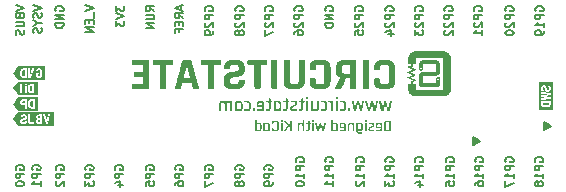
<source format=gbr>
%TF.GenerationSoftware,KiCad,Pcbnew,9.0.1*%
%TF.CreationDate,2025-04-27T12:11:09+05:30*%
%TF.ProjectId,Mitayi-Pico-D1,4d697461-7969-42d5-9069-636f2d44312e,0.6*%
%TF.SameCoordinates,PX73df160PY5f2d3c0*%
%TF.FileFunction,Legend,Bot*%
%TF.FilePolarity,Positive*%
%FSLAX46Y46*%
G04 Gerber Fmt 4.6, Leading zero omitted, Abs format (unit mm)*
G04 Created by KiCad (PCBNEW 9.0.1) date 2025-04-27 12:11:09*
%MOMM*%
%LPD*%
G01*
G04 APERTURE LIST*
%ADD10C,0.150000*%
%ADD11C,0.300000*%
%ADD12C,0.250000*%
%ADD13C,0.000000*%
G04 APERTURE END LIST*
D10*
X46699366Y4948685D02*
X46666033Y5015352D01*
X46666033Y5015352D02*
X46666033Y5115352D01*
X46666033Y5115352D02*
X46699366Y5215352D01*
X46699366Y5215352D02*
X46766033Y5282018D01*
X46766033Y5282018D02*
X46832700Y5315352D01*
X46832700Y5315352D02*
X46966033Y5348685D01*
X46966033Y5348685D02*
X47066033Y5348685D01*
X47066033Y5348685D02*
X47199366Y5315352D01*
X47199366Y5315352D02*
X47266033Y5282018D01*
X47266033Y5282018D02*
X47332700Y5215352D01*
X47332700Y5215352D02*
X47366033Y5115352D01*
X47366033Y5115352D02*
X47366033Y5048685D01*
X47366033Y5048685D02*
X47332700Y4948685D01*
X47332700Y4948685D02*
X47299366Y4915352D01*
X47299366Y4915352D02*
X47066033Y4915352D01*
X47066033Y4915352D02*
X47066033Y5048685D01*
X47366033Y4615352D02*
X46666033Y4615352D01*
X46666033Y4615352D02*
X46666033Y4348685D01*
X46666033Y4348685D02*
X46699366Y4282018D01*
X46699366Y4282018D02*
X46732700Y4248685D01*
X46732700Y4248685D02*
X46799366Y4215352D01*
X46799366Y4215352D02*
X46899366Y4215352D01*
X46899366Y4215352D02*
X46966033Y4248685D01*
X46966033Y4248685D02*
X46999366Y4282018D01*
X46999366Y4282018D02*
X47032700Y4348685D01*
X47032700Y4348685D02*
X47032700Y4615352D01*
X47366033Y3548685D02*
X47366033Y3948685D01*
X47366033Y3748685D02*
X46666033Y3748685D01*
X46666033Y3748685D02*
X46766033Y3815352D01*
X46766033Y3815352D02*
X46832700Y3882018D01*
X46832700Y3882018D02*
X46866033Y3948685D01*
X46966033Y3148685D02*
X46932700Y3215351D01*
X46932700Y3215351D02*
X46899366Y3248685D01*
X46899366Y3248685D02*
X46832700Y3282018D01*
X46832700Y3282018D02*
X46799366Y3282018D01*
X46799366Y3282018D02*
X46732700Y3248685D01*
X46732700Y3248685D02*
X46699366Y3215351D01*
X46699366Y3215351D02*
X46666033Y3148685D01*
X46666033Y3148685D02*
X46666033Y3015351D01*
X46666033Y3015351D02*
X46699366Y2948685D01*
X46699366Y2948685D02*
X46732700Y2915351D01*
X46732700Y2915351D02*
X46799366Y2882018D01*
X46799366Y2882018D02*
X46832700Y2882018D01*
X46832700Y2882018D02*
X46899366Y2915351D01*
X46899366Y2915351D02*
X46932700Y2948685D01*
X46932700Y2948685D02*
X46966033Y3015351D01*
X46966033Y3015351D02*
X46966033Y3148685D01*
X46966033Y3148685D02*
X46999366Y3215351D01*
X46999366Y3215351D02*
X47032700Y3248685D01*
X47032700Y3248685D02*
X47099366Y3282018D01*
X47099366Y3282018D02*
X47232700Y3282018D01*
X47232700Y3282018D02*
X47299366Y3248685D01*
X47299366Y3248685D02*
X47332700Y3215351D01*
X47332700Y3215351D02*
X47366033Y3148685D01*
X47366033Y3148685D02*
X47366033Y3015351D01*
X47366033Y3015351D02*
X47332700Y2948685D01*
X47332700Y2948685D02*
X47299366Y2915351D01*
X47299366Y2915351D02*
X47232700Y2882018D01*
X47232700Y2882018D02*
X47099366Y2882018D01*
X47099366Y2882018D02*
X47032700Y2915351D01*
X47032700Y2915351D02*
X46999366Y2948685D01*
X46999366Y2948685D02*
X46966033Y3015351D01*
X13749366Y4282018D02*
X13716033Y4348685D01*
X13716033Y4348685D02*
X13716033Y4448685D01*
X13716033Y4448685D02*
X13749366Y4548685D01*
X13749366Y4548685D02*
X13816033Y4615351D01*
X13816033Y4615351D02*
X13882700Y4648685D01*
X13882700Y4648685D02*
X14016033Y4682018D01*
X14016033Y4682018D02*
X14116033Y4682018D01*
X14116033Y4682018D02*
X14249366Y4648685D01*
X14249366Y4648685D02*
X14316033Y4615351D01*
X14316033Y4615351D02*
X14382700Y4548685D01*
X14382700Y4548685D02*
X14416033Y4448685D01*
X14416033Y4448685D02*
X14416033Y4382018D01*
X14416033Y4382018D02*
X14382700Y4282018D01*
X14382700Y4282018D02*
X14349366Y4248685D01*
X14349366Y4248685D02*
X14116033Y4248685D01*
X14116033Y4248685D02*
X14116033Y4382018D01*
X14416033Y3948685D02*
X13716033Y3948685D01*
X13716033Y3948685D02*
X13716033Y3682018D01*
X13716033Y3682018D02*
X13749366Y3615351D01*
X13749366Y3615351D02*
X13782700Y3582018D01*
X13782700Y3582018D02*
X13849366Y3548685D01*
X13849366Y3548685D02*
X13949366Y3548685D01*
X13949366Y3548685D02*
X14016033Y3582018D01*
X14016033Y3582018D02*
X14049366Y3615351D01*
X14049366Y3615351D02*
X14082700Y3682018D01*
X14082700Y3682018D02*
X14082700Y3948685D01*
X13716033Y2915351D02*
X13716033Y3248685D01*
X13716033Y3248685D02*
X14049366Y3282018D01*
X14049366Y3282018D02*
X14016033Y3248685D01*
X14016033Y3248685D02*
X13982700Y3182018D01*
X13982700Y3182018D02*
X13982700Y3015351D01*
X13982700Y3015351D02*
X14016033Y2948685D01*
X14016033Y2948685D02*
X14049366Y2915351D01*
X14049366Y2915351D02*
X14116033Y2882018D01*
X14116033Y2882018D02*
X14282700Y2882018D01*
X14282700Y2882018D02*
X14349366Y2915351D01*
X14349366Y2915351D02*
X14382700Y2948685D01*
X14382700Y2948685D02*
X14416033Y3015351D01*
X14416033Y3015351D02*
X14416033Y3182018D01*
X14416033Y3182018D02*
X14382700Y3248685D01*
X14382700Y3248685D02*
X14349366Y3282018D01*
X34049366Y17733334D02*
X34016033Y17800001D01*
X34016033Y17800001D02*
X34016033Y17900001D01*
X34016033Y17900001D02*
X34049366Y18000001D01*
X34049366Y18000001D02*
X34116033Y18066667D01*
X34116033Y18066667D02*
X34182700Y18100001D01*
X34182700Y18100001D02*
X34316033Y18133334D01*
X34316033Y18133334D02*
X34416033Y18133334D01*
X34416033Y18133334D02*
X34549366Y18100001D01*
X34549366Y18100001D02*
X34616033Y18066667D01*
X34616033Y18066667D02*
X34682700Y18000001D01*
X34682700Y18000001D02*
X34716033Y17900001D01*
X34716033Y17900001D02*
X34716033Y17833334D01*
X34716033Y17833334D02*
X34682700Y17733334D01*
X34682700Y17733334D02*
X34649366Y17700001D01*
X34649366Y17700001D02*
X34416033Y17700001D01*
X34416033Y17700001D02*
X34416033Y17833334D01*
X34716033Y17400001D02*
X34016033Y17400001D01*
X34016033Y17400001D02*
X34016033Y17133334D01*
X34016033Y17133334D02*
X34049366Y17066667D01*
X34049366Y17066667D02*
X34082700Y17033334D01*
X34082700Y17033334D02*
X34149366Y17000001D01*
X34149366Y17000001D02*
X34249366Y17000001D01*
X34249366Y17000001D02*
X34316033Y17033334D01*
X34316033Y17033334D02*
X34349366Y17066667D01*
X34349366Y17066667D02*
X34382700Y17133334D01*
X34382700Y17133334D02*
X34382700Y17400001D01*
X34082700Y16733334D02*
X34049366Y16700001D01*
X34049366Y16700001D02*
X34016033Y16633334D01*
X34016033Y16633334D02*
X34016033Y16466667D01*
X34016033Y16466667D02*
X34049366Y16400001D01*
X34049366Y16400001D02*
X34082700Y16366667D01*
X34082700Y16366667D02*
X34149366Y16333334D01*
X34149366Y16333334D02*
X34216033Y16333334D01*
X34216033Y16333334D02*
X34316033Y16366667D01*
X34316033Y16366667D02*
X34716033Y16766667D01*
X34716033Y16766667D02*
X34716033Y16333334D01*
X34249366Y15733334D02*
X34716033Y15733334D01*
X33982700Y15900000D02*
X34482700Y16066667D01*
X34482700Y16066667D02*
X34482700Y15633334D01*
X18749366Y17733334D02*
X18716033Y17800001D01*
X18716033Y17800001D02*
X18716033Y17900001D01*
X18716033Y17900001D02*
X18749366Y18000001D01*
X18749366Y18000001D02*
X18816033Y18066667D01*
X18816033Y18066667D02*
X18882700Y18100001D01*
X18882700Y18100001D02*
X19016033Y18133334D01*
X19016033Y18133334D02*
X19116033Y18133334D01*
X19116033Y18133334D02*
X19249366Y18100001D01*
X19249366Y18100001D02*
X19316033Y18066667D01*
X19316033Y18066667D02*
X19382700Y18000001D01*
X19382700Y18000001D02*
X19416033Y17900001D01*
X19416033Y17900001D02*
X19416033Y17833334D01*
X19416033Y17833334D02*
X19382700Y17733334D01*
X19382700Y17733334D02*
X19349366Y17700001D01*
X19349366Y17700001D02*
X19116033Y17700001D01*
X19116033Y17700001D02*
X19116033Y17833334D01*
X19416033Y17400001D02*
X18716033Y17400001D01*
X18716033Y17400001D02*
X18716033Y17133334D01*
X18716033Y17133334D02*
X18749366Y17066667D01*
X18749366Y17066667D02*
X18782700Y17033334D01*
X18782700Y17033334D02*
X18849366Y17000001D01*
X18849366Y17000001D02*
X18949366Y17000001D01*
X18949366Y17000001D02*
X19016033Y17033334D01*
X19016033Y17033334D02*
X19049366Y17066667D01*
X19049366Y17066667D02*
X19082700Y17133334D01*
X19082700Y17133334D02*
X19082700Y17400001D01*
X18782700Y16733334D02*
X18749366Y16700001D01*
X18749366Y16700001D02*
X18716033Y16633334D01*
X18716033Y16633334D02*
X18716033Y16466667D01*
X18716033Y16466667D02*
X18749366Y16400001D01*
X18749366Y16400001D02*
X18782700Y16366667D01*
X18782700Y16366667D02*
X18849366Y16333334D01*
X18849366Y16333334D02*
X18916033Y16333334D01*
X18916033Y16333334D02*
X19016033Y16366667D01*
X19016033Y16366667D02*
X19416033Y16766667D01*
X19416033Y16766667D02*
X19416033Y16333334D01*
X19416033Y16000000D02*
X19416033Y15866667D01*
X19416033Y15866667D02*
X19382700Y15800000D01*
X19382700Y15800000D02*
X19349366Y15766667D01*
X19349366Y15766667D02*
X19249366Y15700000D01*
X19249366Y15700000D02*
X19116033Y15666667D01*
X19116033Y15666667D02*
X18849366Y15666667D01*
X18849366Y15666667D02*
X18782700Y15700000D01*
X18782700Y15700000D02*
X18749366Y15733334D01*
X18749366Y15733334D02*
X18716033Y15800000D01*
X18716033Y15800000D02*
X18716033Y15933334D01*
X18716033Y15933334D02*
X18749366Y16000000D01*
X18749366Y16000000D02*
X18782700Y16033334D01*
X18782700Y16033334D02*
X18849366Y16066667D01*
X18849366Y16066667D02*
X19016033Y16066667D01*
X19016033Y16066667D02*
X19082700Y16033334D01*
X19082700Y16033334D02*
X19116033Y16000000D01*
X19116033Y16000000D02*
X19149366Y15933334D01*
X19149366Y15933334D02*
X19149366Y15800000D01*
X19149366Y15800000D02*
X19116033Y15733334D01*
X19116033Y15733334D02*
X19082700Y15700000D01*
X19082700Y15700000D02*
X19016033Y15666667D01*
X6099366Y17733333D02*
X6066033Y17800000D01*
X6066033Y17800000D02*
X6066033Y17900000D01*
X6066033Y17900000D02*
X6099366Y18000000D01*
X6099366Y18000000D02*
X6166033Y18066666D01*
X6166033Y18066666D02*
X6232700Y18100000D01*
X6232700Y18100000D02*
X6366033Y18133333D01*
X6366033Y18133333D02*
X6466033Y18133333D01*
X6466033Y18133333D02*
X6599366Y18100000D01*
X6599366Y18100000D02*
X6666033Y18066666D01*
X6666033Y18066666D02*
X6732700Y18000000D01*
X6732700Y18000000D02*
X6766033Y17900000D01*
X6766033Y17900000D02*
X6766033Y17833333D01*
X6766033Y17833333D02*
X6732700Y17733333D01*
X6732700Y17733333D02*
X6699366Y17700000D01*
X6699366Y17700000D02*
X6466033Y17700000D01*
X6466033Y17700000D02*
X6466033Y17833333D01*
X6766033Y17400000D02*
X6066033Y17400000D01*
X6066033Y17400000D02*
X6766033Y17000000D01*
X6766033Y17000000D02*
X6066033Y17000000D01*
X6766033Y16666667D02*
X6066033Y16666667D01*
X6066033Y16666667D02*
X6066033Y16500000D01*
X6066033Y16500000D02*
X6099366Y16400000D01*
X6099366Y16400000D02*
X6166033Y16333333D01*
X6166033Y16333333D02*
X6232700Y16300000D01*
X6232700Y16300000D02*
X6366033Y16266667D01*
X6366033Y16266667D02*
X6466033Y16266667D01*
X6466033Y16266667D02*
X6599366Y16300000D01*
X6599366Y16300000D02*
X6666033Y16333333D01*
X6666033Y16333333D02*
X6732700Y16400000D01*
X6732700Y16400000D02*
X6766033Y16500000D01*
X6766033Y16500000D02*
X6766033Y16666667D01*
X28949366Y17733333D02*
X28916033Y17800000D01*
X28916033Y17800000D02*
X28916033Y17900000D01*
X28916033Y17900000D02*
X28949366Y18000000D01*
X28949366Y18000000D02*
X29016033Y18066666D01*
X29016033Y18066666D02*
X29082700Y18100000D01*
X29082700Y18100000D02*
X29216033Y18133333D01*
X29216033Y18133333D02*
X29316033Y18133333D01*
X29316033Y18133333D02*
X29449366Y18100000D01*
X29449366Y18100000D02*
X29516033Y18066666D01*
X29516033Y18066666D02*
X29582700Y18000000D01*
X29582700Y18000000D02*
X29616033Y17900000D01*
X29616033Y17900000D02*
X29616033Y17833333D01*
X29616033Y17833333D02*
X29582700Y17733333D01*
X29582700Y17733333D02*
X29549366Y17700000D01*
X29549366Y17700000D02*
X29316033Y17700000D01*
X29316033Y17700000D02*
X29316033Y17833333D01*
X29616033Y17400000D02*
X28916033Y17400000D01*
X28916033Y17400000D02*
X29616033Y17000000D01*
X29616033Y17000000D02*
X28916033Y17000000D01*
X29616033Y16666667D02*
X28916033Y16666667D01*
X28916033Y16666667D02*
X28916033Y16500000D01*
X28916033Y16500000D02*
X28949366Y16400000D01*
X28949366Y16400000D02*
X29016033Y16333333D01*
X29016033Y16333333D02*
X29082700Y16300000D01*
X29082700Y16300000D02*
X29216033Y16266667D01*
X29216033Y16266667D02*
X29316033Y16266667D01*
X29316033Y16266667D02*
X29449366Y16300000D01*
X29449366Y16300000D02*
X29516033Y16333333D01*
X29516033Y16333333D02*
X29582700Y16400000D01*
X29582700Y16400000D02*
X29616033Y16500000D01*
X29616033Y16500000D02*
X29616033Y16666667D01*
X4216033Y18200001D02*
X4916033Y17966667D01*
X4916033Y17966667D02*
X4216033Y17733334D01*
X4882700Y17533334D02*
X4916033Y17433334D01*
X4916033Y17433334D02*
X4916033Y17266667D01*
X4916033Y17266667D02*
X4882700Y17200001D01*
X4882700Y17200001D02*
X4849366Y17166667D01*
X4849366Y17166667D02*
X4782700Y17133334D01*
X4782700Y17133334D02*
X4716033Y17133334D01*
X4716033Y17133334D02*
X4649366Y17166667D01*
X4649366Y17166667D02*
X4616033Y17200001D01*
X4616033Y17200001D02*
X4582700Y17266667D01*
X4582700Y17266667D02*
X4549366Y17400001D01*
X4549366Y17400001D02*
X4516033Y17466667D01*
X4516033Y17466667D02*
X4482700Y17500001D01*
X4482700Y17500001D02*
X4416033Y17533334D01*
X4416033Y17533334D02*
X4349366Y17533334D01*
X4349366Y17533334D02*
X4282700Y17500001D01*
X4282700Y17500001D02*
X4249366Y17466667D01*
X4249366Y17466667D02*
X4216033Y17400001D01*
X4216033Y17400001D02*
X4216033Y17233334D01*
X4216033Y17233334D02*
X4249366Y17133334D01*
X4582700Y16700000D02*
X4916033Y16700000D01*
X4216033Y16933334D02*
X4582700Y16700000D01*
X4582700Y16700000D02*
X4216033Y16466667D01*
X4882700Y16266667D02*
X4916033Y16166667D01*
X4916033Y16166667D02*
X4916033Y16000000D01*
X4916033Y16000000D02*
X4882700Y15933334D01*
X4882700Y15933334D02*
X4849366Y15900000D01*
X4849366Y15900000D02*
X4782700Y15866667D01*
X4782700Y15866667D02*
X4716033Y15866667D01*
X4716033Y15866667D02*
X4649366Y15900000D01*
X4649366Y15900000D02*
X4616033Y15933334D01*
X4616033Y15933334D02*
X4582700Y16000000D01*
X4582700Y16000000D02*
X4549366Y16133334D01*
X4549366Y16133334D02*
X4516033Y16200000D01*
X4516033Y16200000D02*
X4482700Y16233334D01*
X4482700Y16233334D02*
X4416033Y16266667D01*
X4416033Y16266667D02*
X4349366Y16266667D01*
X4349366Y16266667D02*
X4282700Y16233334D01*
X4282700Y16233334D02*
X4249366Y16200000D01*
X4249366Y16200000D02*
X4216033Y16133334D01*
X4216033Y16133334D02*
X4216033Y15966667D01*
X4216033Y15966667D02*
X4249366Y15866667D01*
X4149366Y4282018D02*
X4116033Y4348685D01*
X4116033Y4348685D02*
X4116033Y4448685D01*
X4116033Y4448685D02*
X4149366Y4548685D01*
X4149366Y4548685D02*
X4216033Y4615351D01*
X4216033Y4615351D02*
X4282700Y4648685D01*
X4282700Y4648685D02*
X4416033Y4682018D01*
X4416033Y4682018D02*
X4516033Y4682018D01*
X4516033Y4682018D02*
X4649366Y4648685D01*
X4649366Y4648685D02*
X4716033Y4615351D01*
X4716033Y4615351D02*
X4782700Y4548685D01*
X4782700Y4548685D02*
X4816033Y4448685D01*
X4816033Y4448685D02*
X4816033Y4382018D01*
X4816033Y4382018D02*
X4782700Y4282018D01*
X4782700Y4282018D02*
X4749366Y4248685D01*
X4749366Y4248685D02*
X4516033Y4248685D01*
X4516033Y4248685D02*
X4516033Y4382018D01*
X4816033Y3948685D02*
X4116033Y3948685D01*
X4116033Y3948685D02*
X4116033Y3682018D01*
X4116033Y3682018D02*
X4149366Y3615351D01*
X4149366Y3615351D02*
X4182700Y3582018D01*
X4182700Y3582018D02*
X4249366Y3548685D01*
X4249366Y3548685D02*
X4349366Y3548685D01*
X4349366Y3548685D02*
X4416033Y3582018D01*
X4416033Y3582018D02*
X4449366Y3615351D01*
X4449366Y3615351D02*
X4482700Y3682018D01*
X4482700Y3682018D02*
X4482700Y3948685D01*
X4816033Y2882018D02*
X4816033Y3282018D01*
X4816033Y3082018D02*
X4116033Y3082018D01*
X4116033Y3082018D02*
X4216033Y3148685D01*
X4216033Y3148685D02*
X4282700Y3215351D01*
X4282700Y3215351D02*
X4316033Y3282018D01*
X16716033Y18133333D02*
X16716033Y17800000D01*
X16916033Y18200000D02*
X16216033Y17966666D01*
X16216033Y17966666D02*
X16916033Y17733333D01*
X16916033Y17100000D02*
X16582700Y17333333D01*
X16916033Y17500000D02*
X16216033Y17500000D01*
X16216033Y17500000D02*
X16216033Y17233333D01*
X16216033Y17233333D02*
X16249366Y17166666D01*
X16249366Y17166666D02*
X16282700Y17133333D01*
X16282700Y17133333D02*
X16349366Y17100000D01*
X16349366Y17100000D02*
X16449366Y17100000D01*
X16449366Y17100000D02*
X16516033Y17133333D01*
X16516033Y17133333D02*
X16549366Y17166666D01*
X16549366Y17166666D02*
X16582700Y17233333D01*
X16582700Y17233333D02*
X16582700Y17500000D01*
X16549366Y16800000D02*
X16549366Y16566666D01*
X16916033Y16466666D02*
X16916033Y16800000D01*
X16916033Y16800000D02*
X16216033Y16800000D01*
X16216033Y16800000D02*
X16216033Y16466666D01*
X16549366Y15933333D02*
X16549366Y16166667D01*
X16916033Y16166667D02*
X16216033Y16166667D01*
X16216033Y16166667D02*
X16216033Y15833333D01*
X34049366Y4948685D02*
X34016033Y5015352D01*
X34016033Y5015352D02*
X34016033Y5115352D01*
X34016033Y5115352D02*
X34049366Y5215352D01*
X34049366Y5215352D02*
X34116033Y5282018D01*
X34116033Y5282018D02*
X34182700Y5315352D01*
X34182700Y5315352D02*
X34316033Y5348685D01*
X34316033Y5348685D02*
X34416033Y5348685D01*
X34416033Y5348685D02*
X34549366Y5315352D01*
X34549366Y5315352D02*
X34616033Y5282018D01*
X34616033Y5282018D02*
X34682700Y5215352D01*
X34682700Y5215352D02*
X34716033Y5115352D01*
X34716033Y5115352D02*
X34716033Y5048685D01*
X34716033Y5048685D02*
X34682700Y4948685D01*
X34682700Y4948685D02*
X34649366Y4915352D01*
X34649366Y4915352D02*
X34416033Y4915352D01*
X34416033Y4915352D02*
X34416033Y5048685D01*
X34716033Y4615352D02*
X34016033Y4615352D01*
X34016033Y4615352D02*
X34016033Y4348685D01*
X34016033Y4348685D02*
X34049366Y4282018D01*
X34049366Y4282018D02*
X34082700Y4248685D01*
X34082700Y4248685D02*
X34149366Y4215352D01*
X34149366Y4215352D02*
X34249366Y4215352D01*
X34249366Y4215352D02*
X34316033Y4248685D01*
X34316033Y4248685D02*
X34349366Y4282018D01*
X34349366Y4282018D02*
X34382700Y4348685D01*
X34382700Y4348685D02*
X34382700Y4615352D01*
X34716033Y3548685D02*
X34716033Y3948685D01*
X34716033Y3748685D02*
X34016033Y3748685D01*
X34016033Y3748685D02*
X34116033Y3815352D01*
X34116033Y3815352D02*
X34182700Y3882018D01*
X34182700Y3882018D02*
X34216033Y3948685D01*
X34016033Y3315351D02*
X34016033Y2882018D01*
X34016033Y2882018D02*
X34282700Y3115351D01*
X34282700Y3115351D02*
X34282700Y3015351D01*
X34282700Y3015351D02*
X34316033Y2948685D01*
X34316033Y2948685D02*
X34349366Y2915351D01*
X34349366Y2915351D02*
X34416033Y2882018D01*
X34416033Y2882018D02*
X34582700Y2882018D01*
X34582700Y2882018D02*
X34649366Y2915351D01*
X34649366Y2915351D02*
X34682700Y2948685D01*
X34682700Y2948685D02*
X34716033Y3015351D01*
X34716033Y3015351D02*
X34716033Y3215351D01*
X34716033Y3215351D02*
X34682700Y3282018D01*
X34682700Y3282018D02*
X34649366Y3315351D01*
X2749366Y4282018D02*
X2716033Y4348685D01*
X2716033Y4348685D02*
X2716033Y4448685D01*
X2716033Y4448685D02*
X2749366Y4548685D01*
X2749366Y4548685D02*
X2816033Y4615351D01*
X2816033Y4615351D02*
X2882700Y4648685D01*
X2882700Y4648685D02*
X3016033Y4682018D01*
X3016033Y4682018D02*
X3116033Y4682018D01*
X3116033Y4682018D02*
X3249366Y4648685D01*
X3249366Y4648685D02*
X3316033Y4615351D01*
X3316033Y4615351D02*
X3382700Y4548685D01*
X3382700Y4548685D02*
X3416033Y4448685D01*
X3416033Y4448685D02*
X3416033Y4382018D01*
X3416033Y4382018D02*
X3382700Y4282018D01*
X3382700Y4282018D02*
X3349366Y4248685D01*
X3349366Y4248685D02*
X3116033Y4248685D01*
X3116033Y4248685D02*
X3116033Y4382018D01*
X3416033Y3948685D02*
X2716033Y3948685D01*
X2716033Y3948685D02*
X2716033Y3682018D01*
X2716033Y3682018D02*
X2749366Y3615351D01*
X2749366Y3615351D02*
X2782700Y3582018D01*
X2782700Y3582018D02*
X2849366Y3548685D01*
X2849366Y3548685D02*
X2949366Y3548685D01*
X2949366Y3548685D02*
X3016033Y3582018D01*
X3016033Y3582018D02*
X3049366Y3615351D01*
X3049366Y3615351D02*
X3082700Y3682018D01*
X3082700Y3682018D02*
X3082700Y3948685D01*
X2716033Y3115351D02*
X2716033Y3048685D01*
X2716033Y3048685D02*
X2749366Y2982018D01*
X2749366Y2982018D02*
X2782700Y2948685D01*
X2782700Y2948685D02*
X2849366Y2915351D01*
X2849366Y2915351D02*
X2982700Y2882018D01*
X2982700Y2882018D02*
X3149366Y2882018D01*
X3149366Y2882018D02*
X3282700Y2915351D01*
X3282700Y2915351D02*
X3349366Y2948685D01*
X3349366Y2948685D02*
X3382700Y2982018D01*
X3382700Y2982018D02*
X3416033Y3048685D01*
X3416033Y3048685D02*
X3416033Y3115351D01*
X3416033Y3115351D02*
X3382700Y3182018D01*
X3382700Y3182018D02*
X3349366Y3215351D01*
X3349366Y3215351D02*
X3282700Y3248685D01*
X3282700Y3248685D02*
X3149366Y3282018D01*
X3149366Y3282018D02*
X2982700Y3282018D01*
X2982700Y3282018D02*
X2849366Y3248685D01*
X2849366Y3248685D02*
X2782700Y3215351D01*
X2782700Y3215351D02*
X2749366Y3182018D01*
X2749366Y3182018D02*
X2716033Y3115351D01*
X2716033Y18200001D02*
X3416033Y17966667D01*
X3416033Y17966667D02*
X2716033Y17733334D01*
X3049366Y17266667D02*
X3082700Y17166667D01*
X3082700Y17166667D02*
X3116033Y17133334D01*
X3116033Y17133334D02*
X3182700Y17100001D01*
X3182700Y17100001D02*
X3282700Y17100001D01*
X3282700Y17100001D02*
X3349366Y17133334D01*
X3349366Y17133334D02*
X3382700Y17166667D01*
X3382700Y17166667D02*
X3416033Y17233334D01*
X3416033Y17233334D02*
X3416033Y17500001D01*
X3416033Y17500001D02*
X2716033Y17500001D01*
X2716033Y17500001D02*
X2716033Y17266667D01*
X2716033Y17266667D02*
X2749366Y17200001D01*
X2749366Y17200001D02*
X2782700Y17166667D01*
X2782700Y17166667D02*
X2849366Y17133334D01*
X2849366Y17133334D02*
X2916033Y17133334D01*
X2916033Y17133334D02*
X2982700Y17166667D01*
X2982700Y17166667D02*
X3016033Y17200001D01*
X3016033Y17200001D02*
X3049366Y17266667D01*
X3049366Y17266667D02*
X3049366Y17500001D01*
X2716033Y16800001D02*
X3282700Y16800001D01*
X3282700Y16800001D02*
X3349366Y16766667D01*
X3349366Y16766667D02*
X3382700Y16733334D01*
X3382700Y16733334D02*
X3416033Y16666667D01*
X3416033Y16666667D02*
X3416033Y16533334D01*
X3416033Y16533334D02*
X3382700Y16466667D01*
X3382700Y16466667D02*
X3349366Y16433334D01*
X3349366Y16433334D02*
X3282700Y16400001D01*
X3282700Y16400001D02*
X2716033Y16400001D01*
X3382700Y16100001D02*
X3416033Y16000001D01*
X3416033Y16000001D02*
X3416033Y15833334D01*
X3416033Y15833334D02*
X3382700Y15766668D01*
X3382700Y15766668D02*
X3349366Y15733334D01*
X3349366Y15733334D02*
X3282700Y15700001D01*
X3282700Y15700001D02*
X3216033Y15700001D01*
X3216033Y15700001D02*
X3149366Y15733334D01*
X3149366Y15733334D02*
X3116033Y15766668D01*
X3116033Y15766668D02*
X3082700Y15833334D01*
X3082700Y15833334D02*
X3049366Y15966668D01*
X3049366Y15966668D02*
X3016033Y16033334D01*
X3016033Y16033334D02*
X2982700Y16066668D01*
X2982700Y16066668D02*
X2916033Y16100001D01*
X2916033Y16100001D02*
X2849366Y16100001D01*
X2849366Y16100001D02*
X2782700Y16066668D01*
X2782700Y16066668D02*
X2749366Y16033334D01*
X2749366Y16033334D02*
X2716033Y15966668D01*
X2716033Y15966668D02*
X2716033Y15800001D01*
X2716033Y15800001D02*
X2749366Y15700001D01*
D11*
G36*
X34193702Y9252000D02*
G01*
X34338122Y9252000D01*
X34358653Y9258789D01*
X34371681Y9280577D01*
X34564755Y10079691D01*
X34565288Y10096270D01*
X34558954Y10104909D01*
X34544605Y10108194D01*
X34423705Y10108194D01*
X34400088Y10100955D01*
X34390146Y10079691D01*
X34267561Y9445074D01*
X34255837Y9445074D01*
X34108119Y10079691D01*
X34097423Y10101229D01*
X34076172Y10108194D01*
X33965383Y10108194D01*
X33942393Y10101126D01*
X33930139Y10079691D01*
X33785792Y9445074D01*
X33773995Y9445074D01*
X33651482Y10079691D01*
X33640513Y10101096D01*
X33617850Y10108194D01*
X33497023Y10108194D01*
X33481731Y10104814D01*
X33475513Y10096175D01*
X33476873Y10079691D01*
X33669947Y9280577D01*
X33680867Y9259112D01*
X33703506Y9252000D01*
X33847854Y9252000D01*
X33869484Y9258957D01*
X33881486Y9280577D01*
X34015795Y9903396D01*
X34027519Y9903396D01*
X34160143Y9280577D01*
X34171107Y9259105D01*
X34193702Y9252000D01*
G37*
G36*
X33033060Y9252000D02*
G01*
X33177480Y9252000D01*
X33198011Y9258789D01*
X33211039Y9280577D01*
X33404113Y10079691D01*
X33404646Y10096270D01*
X33398312Y10104909D01*
X33383963Y10108194D01*
X33263063Y10108194D01*
X33239446Y10100955D01*
X33229504Y10079691D01*
X33106919Y9445074D01*
X33095195Y9445074D01*
X32947477Y10079691D01*
X32936780Y10101229D01*
X32915530Y10108194D01*
X32804741Y10108194D01*
X32781751Y10101126D01*
X32769497Y10079691D01*
X32625150Y9445074D01*
X32613353Y9445074D01*
X32490840Y10079691D01*
X32479871Y10101096D01*
X32457208Y10108194D01*
X32336381Y10108194D01*
X32321089Y10104814D01*
X32314871Y10096175D01*
X32316231Y10079691D01*
X32509305Y9280577D01*
X32520225Y9259112D01*
X32542864Y9252000D01*
X32687212Y9252000D01*
X32708842Y9258957D01*
X32720844Y9280577D01*
X32855153Y9903396D01*
X32866877Y9903396D01*
X32999501Y9280577D01*
X33010465Y9259105D01*
X33033060Y9252000D01*
G37*
G36*
X31872418Y9252000D02*
G01*
X32016838Y9252000D01*
X32037369Y9258789D01*
X32050397Y9280577D01*
X32243471Y10079691D01*
X32244004Y10096270D01*
X32237670Y10104909D01*
X32223321Y10108194D01*
X32102421Y10108194D01*
X32078804Y10100955D01*
X32068862Y10079691D01*
X31946277Y9445074D01*
X31934553Y9445074D01*
X31786835Y10079691D01*
X31776138Y10101229D01*
X31754888Y10108194D01*
X31644099Y10108194D01*
X31621109Y10101126D01*
X31608855Y10079691D01*
X31464508Y9445074D01*
X31452711Y9445074D01*
X31330198Y10079691D01*
X31319229Y10101096D01*
X31296566Y10108194D01*
X31175739Y10108194D01*
X31160447Y10104814D01*
X31154229Y10096175D01*
X31155589Y10079691D01*
X31348663Y9280577D01*
X31359583Y9259112D01*
X31382222Y9252000D01*
X31526570Y9252000D01*
X31548200Y9258957D01*
X31560202Y9280577D01*
X31694511Y9903396D01*
X31706235Y9903396D01*
X31838859Y9280577D01*
X31849823Y9259105D01*
X31872418Y9252000D01*
G37*
G36*
X30866235Y9485375D02*
G01*
X30866235Y9280577D01*
X30873092Y9259003D01*
X30893126Y9252000D01*
X31007285Y9252000D01*
X31028656Y9259139D01*
X31035788Y9280577D01*
X31035788Y9485375D01*
X31028804Y9505353D01*
X31007285Y9512192D01*
X30893126Y9512192D01*
X30872951Y9505482D01*
X30866235Y9485375D01*
G37*
G36*
X30157759Y9366160D02*
G01*
X30157759Y9278892D01*
X30165023Y9258981D01*
X30187948Y9252000D01*
X30434731Y9252000D01*
X30514802Y9260423D01*
X30577585Y9283743D01*
X30626999Y9320804D01*
X30663703Y9370655D01*
X30686718Y9433231D01*
X30694996Y9512192D01*
X30694996Y9848002D01*
X30686659Y9928089D01*
X30663595Y9990848D01*
X30626999Y10040197D01*
X30577648Y10076789D01*
X30514867Y10099855D01*
X30434731Y10108194D01*
X30187948Y10108194D01*
X30170647Y10104769D01*
X30161216Y10095717D01*
X30157759Y10079691D01*
X30157759Y9992349D01*
X30165016Y9972499D01*
X30187948Y9965532D01*
X30411284Y9965532D01*
X30456748Y9960039D01*
X30489158Y9945271D01*
X30511980Y9922005D01*
X30526626Y9888573D01*
X30532110Y9841261D01*
X30532110Y9518934D01*
X30526627Y9471655D01*
X30511984Y9438243D01*
X30489165Y9414989D01*
X30456754Y9400227D01*
X30411284Y9394736D01*
X30187948Y9394736D01*
X30170654Y9391306D01*
X30161220Y9382234D01*
X30157759Y9366160D01*
G37*
G36*
X29989818Y10250929D02*
G01*
X29989818Y10403703D01*
X29983101Y10423811D01*
X29962927Y10430521D01*
X29853824Y10430521D01*
X29833710Y10423817D01*
X29827006Y10403703D01*
X29827006Y10250929D01*
X29833851Y10229349D01*
X29853824Y10222353D01*
X29962927Y10222353D01*
X29982960Y10229355D01*
X29989818Y10250929D01*
G37*
G36*
X29989818Y9280577D02*
G01*
X29989818Y10079691D01*
X29982966Y10101204D01*
X29962927Y10108194D01*
X29855509Y10108194D01*
X29834132Y10101068D01*
X29827006Y10079691D01*
X29827006Y9280577D01*
X29832868Y9257862D01*
X29853824Y9252000D01*
X29961242Y9252000D01*
X29982674Y9259145D01*
X29989818Y9280577D01*
G37*
G36*
X29473538Y9252000D02*
G01*
X29579270Y9252000D01*
X29600703Y9259145D01*
X29607847Y9280577D01*
X29607847Y10079691D01*
X29600709Y10101062D01*
X29579270Y10108194D01*
X29473538Y10108194D01*
X29452099Y10101062D01*
X29444961Y10079691D01*
X29444961Y10015870D01*
X29438220Y10015870D01*
X29414410Y10052871D01*
X29373593Y10082988D01*
X29323562Y10101763D01*
X29266981Y10108194D01*
X29204919Y10108194D01*
X29183481Y10101062D01*
X29176343Y10079691D01*
X29176343Y9992349D01*
X29179894Y9974467D01*
X29188862Y9966335D01*
X29204919Y9965532D01*
X29305596Y9965532D01*
X29357331Y9958983D01*
X29394585Y9941237D01*
X29421171Y9912920D01*
X29438444Y9871687D01*
X29444961Y9812758D01*
X29444961Y9280577D01*
X29452105Y9259145D01*
X29473538Y9252000D01*
G37*
G36*
X28524654Y9366160D02*
G01*
X28524654Y9278892D01*
X28531917Y9258981D01*
X28554842Y9252000D01*
X28801625Y9252000D01*
X28881697Y9260423D01*
X28944480Y9283743D01*
X28993893Y9320804D01*
X29030598Y9370655D01*
X29053613Y9433231D01*
X29061891Y9512192D01*
X29061891Y9848002D01*
X29053553Y9928089D01*
X29030489Y9990848D01*
X28993893Y10040197D01*
X28944543Y10076789D01*
X28881762Y10099855D01*
X28801625Y10108194D01*
X28554842Y10108194D01*
X28537541Y10104769D01*
X28528111Y10095717D01*
X28524654Y10079691D01*
X28524654Y9992349D01*
X28531911Y9972499D01*
X28554842Y9965532D01*
X28778178Y9965532D01*
X28823643Y9960039D01*
X28856053Y9945271D01*
X28878874Y9922005D01*
X28893520Y9888573D01*
X28899005Y9841261D01*
X28899005Y9518934D01*
X28893522Y9471655D01*
X28878879Y9438243D01*
X28856060Y9414989D01*
X28823649Y9400227D01*
X28778178Y9394736D01*
X28554842Y9394736D01*
X28537549Y9391306D01*
X28528114Y9382234D01*
X28524654Y9366160D01*
G37*
G36*
X28047794Y9252000D02*
G01*
X28123339Y9252000D01*
X28201120Y9260341D01*
X28261636Y9283383D01*
X28308866Y9319998D01*
X28343512Y9369081D01*
X28365509Y9431833D01*
X28373492Y9512192D01*
X28373492Y10079691D01*
X28366366Y10101068D01*
X28344989Y10108194D01*
X28239183Y10108194D01*
X28217806Y10101068D01*
X28210680Y10079691D01*
X28210680Y9518934D01*
X28205195Y9471660D01*
X28190546Y9438250D01*
X28167715Y9414994D01*
X28135284Y9400229D01*
X28089780Y9394736D01*
X28009180Y9394736D01*
X27957454Y9401020D01*
X27920539Y9417928D01*
X27894504Y9444606D01*
X27877772Y9483000D01*
X27871500Y9537398D01*
X27871500Y10079691D01*
X27864374Y10101068D01*
X27842997Y10108194D01*
X27737191Y10108194D01*
X27719890Y10104769D01*
X27710459Y10095717D01*
X27707002Y10079691D01*
X27707002Y9280577D01*
X27710463Y9264503D01*
X27719897Y9255430D01*
X27737191Y9252000D01*
X27842997Y9252000D01*
X27864368Y9259139D01*
X27871500Y9280577D01*
X27871500Y9340954D01*
X27878241Y9340954D01*
X27902806Y9303274D01*
X27937433Y9276049D01*
X27984433Y9258497D01*
X28047794Y9252000D01*
G37*
G36*
X27489162Y10250929D02*
G01*
X27489162Y10403703D01*
X27482445Y10423811D01*
X27462271Y10430521D01*
X27353168Y10430521D01*
X27333054Y10423817D01*
X27326350Y10403703D01*
X27326350Y10250929D01*
X27333195Y10229349D01*
X27353168Y10222353D01*
X27462271Y10222353D01*
X27482305Y10229355D01*
X27489162Y10250929D01*
G37*
G36*
X27489162Y9280577D02*
G01*
X27489162Y10079691D01*
X27482310Y10101204D01*
X27462271Y10108194D01*
X27354853Y10108194D01*
X27333476Y10101068D01*
X27326350Y10079691D01*
X27326350Y9280577D01*
X27332212Y9257862D01*
X27353168Y9252000D01*
X27460586Y9252000D01*
X27482018Y9259145D01*
X27489162Y9280577D01*
G37*
G36*
X27081985Y9965532D02*
G01*
X27162585Y9965532D01*
X27185226Y9971393D01*
X27191088Y9992349D01*
X27191088Y10079691D01*
X27183962Y10101068D01*
X27162585Y10108194D01*
X27081985Y10108194D01*
X27069400Y10112389D01*
X27065205Y10124973D01*
X27065205Y10276062D01*
X27061740Y10292129D01*
X27052286Y10301205D01*
X27034944Y10304638D01*
X26929211Y10304638D01*
X26907779Y10297494D01*
X26900635Y10276062D01*
X26900635Y10124973D01*
X26896162Y10112521D01*
X26882170Y10108194D01*
X26726099Y10108194D01*
X26708749Y10104766D01*
X26699298Y10095710D01*
X26695837Y10079691D01*
X26695837Y9992349D01*
X26703105Y9972504D01*
X26726099Y9965532D01*
X26882170Y9965532D01*
X26896156Y9961191D01*
X26900635Y9948679D01*
X26900635Y9517248D01*
X26895068Y9471140D01*
X26880104Y9438276D01*
X26856532Y9415140D01*
X26822669Y9400295D01*
X26774752Y9394736D01*
X26709246Y9394736D01*
X26691952Y9391306D01*
X26682518Y9382234D01*
X26679057Y9366160D01*
X26679057Y9278892D01*
X26686321Y9258981D01*
X26709246Y9252000D01*
X26799958Y9252000D01*
X26880161Y9260186D01*
X26943869Y9282934D01*
X26994717Y9319118D01*
X27024639Y9354784D01*
X27046502Y9397304D01*
X27060297Y9448057D01*
X27065205Y9508895D01*
X27065205Y9948679D01*
X27069406Y9961324D01*
X27081985Y9965532D01*
G37*
G36*
X26211943Y9252000D02*
G01*
X26520788Y9252000D01*
X26542220Y9259145D01*
X26549364Y9280577D01*
X26549364Y9362789D01*
X26542362Y9382823D01*
X26520788Y9389680D01*
X26238761Y9389680D01*
X26185722Y9395737D01*
X26153750Y9410907D01*
X26135916Y9433371D01*
X26129658Y9465225D01*
X26129658Y9485375D01*
X26137833Y9525278D01*
X26162627Y9558823D01*
X26208572Y9587737D01*
X26391535Y9675078D01*
X26468850Y9719946D01*
X26515806Y9764031D01*
X26536628Y9798440D01*
X26549736Y9840330D01*
X26554420Y9891599D01*
X26547202Y9960197D01*
X26527459Y10012435D01*
X26496405Y10052198D01*
X26452940Y10081676D01*
X26393856Y10100999D01*
X26314305Y10108194D01*
X26035648Y10108194D01*
X26015609Y10101204D01*
X26008757Y10079691D01*
X26008757Y9997405D01*
X26015615Y9975831D01*
X26035648Y9968829D01*
X26280746Y9968829D01*
X26327488Y9963876D01*
X26357976Y9951170D01*
X26378302Y9930486D01*
X26384794Y9905081D01*
X26384794Y9886617D01*
X26376997Y9855416D01*
X26351185Y9824567D01*
X26299211Y9792608D01*
X26114563Y9698599D01*
X26058811Y9668976D01*
X26020000Y9638452D01*
X25994542Y9607081D01*
X25977058Y9570398D01*
X25965835Y9525422D01*
X25961789Y9470280D01*
X25969186Y9401667D01*
X25989478Y9349200D01*
X26021562Y9309038D01*
X26066741Y9279088D01*
X26128485Y9259365D01*
X26211943Y9252000D01*
G37*
G36*
X25761901Y9965532D02*
G01*
X25842501Y9965532D01*
X25865143Y9971393D01*
X25871004Y9992349D01*
X25871004Y10079691D01*
X25863879Y10101068D01*
X25842501Y10108194D01*
X25761901Y10108194D01*
X25749316Y10112389D01*
X25745122Y10124973D01*
X25745122Y10276062D01*
X25741657Y10292129D01*
X25732203Y10301205D01*
X25714860Y10304638D01*
X25609127Y10304638D01*
X25587695Y10297494D01*
X25580551Y10276062D01*
X25580551Y10124973D01*
X25576078Y10112521D01*
X25562086Y10108194D01*
X25406015Y10108194D01*
X25388665Y10104766D01*
X25379214Y10095710D01*
X25375753Y10079691D01*
X25375753Y9992349D01*
X25383022Y9972504D01*
X25406015Y9965532D01*
X25562086Y9965532D01*
X25576072Y9961191D01*
X25580551Y9948679D01*
X25580551Y9517248D01*
X25574984Y9471140D01*
X25560020Y9438276D01*
X25536449Y9415140D01*
X25502585Y9400295D01*
X25454668Y9394736D01*
X25389162Y9394736D01*
X25371868Y9391306D01*
X25362434Y9382234D01*
X25358974Y9366160D01*
X25358974Y9278892D01*
X25366237Y9258981D01*
X25389162Y9252000D01*
X25479874Y9252000D01*
X25560078Y9260186D01*
X25623785Y9282934D01*
X25674633Y9319118D01*
X25704556Y9354784D01*
X25726418Y9397304D01*
X25740213Y9448057D01*
X25745122Y9508895D01*
X25745122Y9948679D01*
X25749322Y9961324D01*
X25761901Y9965532D01*
G37*
G36*
X25034058Y10099855D02*
G01*
X25096839Y10076789D01*
X25146189Y10040197D01*
X25182785Y9990848D01*
X25205849Y9928089D01*
X25214187Y9848002D01*
X25214187Y9512192D01*
X25205909Y9433231D01*
X25182894Y9370655D01*
X25146189Y9320804D01*
X25096775Y9283743D01*
X25033993Y9260423D01*
X24953921Y9252000D01*
X24888489Y9252000D01*
X24825127Y9258497D01*
X24778127Y9276049D01*
X24743500Y9303274D01*
X24718935Y9340954D01*
X24712194Y9340954D01*
X24712194Y9280577D01*
X24705050Y9259145D01*
X24683618Y9252000D01*
X24577885Y9252000D01*
X24560591Y9255430D01*
X24551157Y9264503D01*
X24547697Y9280577D01*
X24547697Y9948679D01*
X24712194Y9948679D01*
X24712194Y9537398D01*
X24718466Y9483000D01*
X24735198Y9444606D01*
X24761233Y9417928D01*
X24798149Y9401020D01*
X24849874Y9394736D01*
X24930474Y9394736D01*
X24975945Y9400227D01*
X25008355Y9414989D01*
X25031175Y9438243D01*
X25045818Y9471655D01*
X25051301Y9518934D01*
X25051301Y9841261D01*
X25045816Y9888573D01*
X25031170Y9922005D01*
X25008349Y9945271D01*
X24975939Y9960039D01*
X24930474Y9965532D01*
X24730659Y9965532D01*
X24716673Y9961191D01*
X24712194Y9948679D01*
X24547697Y9948679D01*
X24547697Y10079691D01*
X24551153Y10095717D01*
X24560584Y10104769D01*
X24577885Y10108194D01*
X24953921Y10108194D01*
X25034058Y10099855D01*
G37*
G36*
X24312857Y9965532D02*
G01*
X24393457Y9965532D01*
X24416099Y9971393D01*
X24421960Y9992349D01*
X24421960Y10079691D01*
X24414835Y10101068D01*
X24393457Y10108194D01*
X24312857Y10108194D01*
X24300273Y10112389D01*
X24296078Y10124973D01*
X24296078Y10276062D01*
X24292613Y10292129D01*
X24283159Y10301205D01*
X24265816Y10304638D01*
X24160083Y10304638D01*
X24138651Y10297494D01*
X24131507Y10276062D01*
X24131507Y10124973D01*
X24127035Y10112521D01*
X24113042Y10108194D01*
X23956971Y10108194D01*
X23939621Y10104766D01*
X23930170Y10095710D01*
X23926709Y10079691D01*
X23926709Y9992349D01*
X23933978Y9972504D01*
X23956971Y9965532D01*
X24113042Y9965532D01*
X24127028Y9961191D01*
X24131507Y9948679D01*
X24131507Y9517248D01*
X24125940Y9471140D01*
X24110976Y9438276D01*
X24087405Y9415140D01*
X24053541Y9400295D01*
X24005624Y9394736D01*
X23940118Y9394736D01*
X23922824Y9391306D01*
X23913390Y9382234D01*
X23909930Y9366160D01*
X23909930Y9278892D01*
X23917193Y9258981D01*
X23940118Y9252000D01*
X24030830Y9252000D01*
X24111034Y9260186D01*
X24174741Y9282934D01*
X24225589Y9319118D01*
X24255512Y9354784D01*
X24277374Y9397304D01*
X24291169Y9448057D01*
X24296078Y9508895D01*
X24296078Y9948679D01*
X24300279Y9961324D01*
X24312857Y9965532D01*
G37*
G36*
X23585014Y10099855D02*
G01*
X23647795Y10076789D01*
X23697145Y10040197D01*
X23733741Y9990848D01*
X23756805Y9928089D01*
X23765143Y9848002D01*
X23765143Y9512192D01*
X23756865Y9433231D01*
X23733850Y9370655D01*
X23697145Y9320804D01*
X23647731Y9283743D01*
X23584949Y9260423D01*
X23504877Y9252000D01*
X23142250Y9252000D01*
X23119325Y9258981D01*
X23112062Y9278892D01*
X23112062Y9362789D01*
X23115607Y9379975D01*
X23125119Y9389504D01*
X23142250Y9393051D01*
X23481430Y9393051D01*
X23527802Y9398539D01*
X23560712Y9413243D01*
X23583750Y9436281D01*
X23598454Y9469191D01*
X23603942Y9515563D01*
X23603942Y9587737D01*
X23599463Y9600249D01*
X23585478Y9604589D01*
X23135582Y9604589D01*
X23118396Y9608134D01*
X23108867Y9617647D01*
X23105321Y9634778D01*
X23105321Y9842946D01*
X23268206Y9842946D01*
X23268206Y9735528D01*
X23272401Y9722943D01*
X23284986Y9718749D01*
X23585478Y9718749D01*
X23598062Y9722943D01*
X23602257Y9735528D01*
X23602257Y9842946D01*
X23598531Y9884595D01*
X23588647Y9914703D01*
X23573754Y9936149D01*
X23552719Y9951510D01*
X23522938Y9961689D01*
X23481430Y9965532D01*
X23389033Y9965532D01*
X23347526Y9961687D01*
X23317773Y9951507D01*
X23296782Y9936149D01*
X23281848Y9914697D01*
X23271940Y9884588D01*
X23268206Y9842946D01*
X23105321Y9842946D01*
X23105321Y9848002D01*
X23113749Y9928017D01*
X23137090Y9990779D01*
X23174197Y10040197D01*
X23224039Y10076820D01*
X23287119Y10099874D01*
X23367271Y10108194D01*
X23504877Y10108194D01*
X23585014Y10099855D01*
G37*
G36*
X22774567Y9485375D02*
G01*
X22774567Y9280577D01*
X22781424Y9259003D01*
X22801458Y9252000D01*
X22915617Y9252000D01*
X22936988Y9259139D01*
X22944120Y9280577D01*
X22944120Y9485375D01*
X22937136Y9505353D01*
X22915617Y9512192D01*
X22801458Y9512192D01*
X22781284Y9505482D01*
X22774567Y9485375D01*
G37*
G36*
X22066092Y9366160D02*
G01*
X22066092Y9278892D01*
X22073355Y9258981D01*
X22096280Y9252000D01*
X22343063Y9252000D01*
X22423134Y9260423D01*
X22485917Y9283743D01*
X22535331Y9320804D01*
X22572035Y9370655D01*
X22595051Y9433231D01*
X22603328Y9512192D01*
X22603328Y9848002D01*
X22594991Y9928089D01*
X22571927Y9990848D01*
X22535331Y10040197D01*
X22485981Y10076789D01*
X22423199Y10099855D01*
X22343063Y10108194D01*
X22096280Y10108194D01*
X22078979Y10104769D01*
X22069548Y10095717D01*
X22066092Y10079691D01*
X22066092Y9992349D01*
X22073348Y9972499D01*
X22096280Y9965532D01*
X22319616Y9965532D01*
X22365081Y9960039D01*
X22397490Y9945271D01*
X22420312Y9922005D01*
X22434958Y9888573D01*
X22440443Y9841261D01*
X22440443Y9518934D01*
X22434959Y9471655D01*
X22420316Y9438243D01*
X22397497Y9414989D01*
X22365086Y9400227D01*
X22319616Y9394736D01*
X22096280Y9394736D01*
X22078986Y9391306D01*
X22069552Y9382234D01*
X22066092Y9366160D01*
G37*
G36*
X21743227Y10099855D02*
G01*
X21806008Y10076789D01*
X21855359Y10040197D01*
X21891955Y9990848D01*
X21915019Y9928089D01*
X21923356Y9848002D01*
X21923356Y9512192D01*
X21915078Y9433231D01*
X21892063Y9370655D01*
X21855359Y9320804D01*
X21805945Y9283743D01*
X21743162Y9260423D01*
X21663091Y9252000D01*
X21515373Y9252000D01*
X21436411Y9260346D01*
X21373541Y9283606D01*
X21323178Y9320804D01*
X21285493Y9370785D01*
X21261947Y9433364D01*
X21253496Y9512192D01*
X21253496Y9842946D01*
X21416308Y9842946D01*
X21416308Y9517248D01*
X21421758Y9470749D01*
X21436336Y9437815D01*
X21459118Y9414825D01*
X21491573Y9400190D01*
X21537208Y9394736D01*
X21639644Y9394736D01*
X21681159Y9398571D01*
X21710939Y9408725D01*
X21731967Y9424045D01*
X21746861Y9445491D01*
X21756744Y9475600D01*
X21760471Y9517248D01*
X21760471Y9842946D01*
X21756744Y9884595D01*
X21746861Y9914703D01*
X21731967Y9936149D01*
X21710933Y9951510D01*
X21681151Y9961689D01*
X21639644Y9965532D01*
X21537208Y9965532D01*
X21491579Y9960076D01*
X21459125Y9945435D01*
X21436341Y9922433D01*
X21421759Y9889479D01*
X21416308Y9842946D01*
X21253496Y9842946D01*
X21253496Y9848002D01*
X21258369Y9909759D01*
X21272047Y9961204D01*
X21293673Y10004212D01*
X21323178Y10040197D01*
X21373479Y10076926D01*
X21436348Y10099931D01*
X21515373Y10108194D01*
X21663091Y10108194D01*
X21743227Y10099855D01*
G37*
G36*
X20925819Y9252000D02*
G01*
X21031552Y9252000D01*
X21052984Y9259145D01*
X21060129Y9280577D01*
X21060129Y10079691D01*
X21052991Y10101062D01*
X21031552Y10108194D01*
X20925819Y10108194D01*
X20904381Y10101062D01*
X20897243Y10079691D01*
X20897243Y10019241D01*
X20890502Y10019241D01*
X20862201Y10057117D01*
X20824683Y10084426D01*
X20775926Y10101840D01*
X20712595Y10108194D01*
X20657201Y10108194D01*
X20586458Y10100600D01*
X20530095Y10079411D01*
X20484893Y10045450D01*
X20449033Y9997405D01*
X20427998Y10030337D01*
X20400807Y10057575D01*
X20366748Y10079617D01*
X20309419Y10101008D01*
X20247533Y10108194D01*
X20193824Y10108194D01*
X20114898Y10099814D01*
X20053877Y10076735D01*
X20006612Y10040197D01*
X19971965Y9991113D01*
X19949968Y9928361D01*
X19941985Y9848002D01*
X19941985Y9280577D01*
X19949129Y9259145D01*
X19970561Y9252000D01*
X20077979Y9252000D01*
X20099412Y9259145D01*
X20106556Y9280577D01*
X20106556Y9841261D01*
X20112040Y9888573D01*
X20126687Y9922005D01*
X20149508Y9945271D01*
X20181918Y9960039D01*
X20227383Y9965532D01*
X20276109Y9965532D01*
X20328305Y9959134D01*
X20365628Y9941893D01*
X20392018Y9914623D01*
X20409019Y9875277D01*
X20415401Y9819425D01*
X20415401Y9280577D01*
X20418866Y9264509D01*
X20428320Y9255434D01*
X20445662Y9252000D01*
X20551395Y9252000D01*
X20572827Y9259145D01*
X20579972Y9280577D01*
X20579972Y9841261D01*
X20585456Y9888573D01*
X20600102Y9922005D01*
X20622924Y9945271D01*
X20655334Y9960039D01*
X20700799Y9965532D01*
X20759563Y9965532D01*
X20811283Y9959246D01*
X20848197Y9942333D01*
X20874234Y9915643D01*
X20890970Y9877228D01*
X20897243Y9822796D01*
X20897243Y9280577D01*
X20904387Y9259145D01*
X20925819Y9252000D01*
G37*
D10*
X11149366Y4282018D02*
X11116033Y4348685D01*
X11116033Y4348685D02*
X11116033Y4448685D01*
X11116033Y4448685D02*
X11149366Y4548685D01*
X11149366Y4548685D02*
X11216033Y4615351D01*
X11216033Y4615351D02*
X11282700Y4648685D01*
X11282700Y4648685D02*
X11416033Y4682018D01*
X11416033Y4682018D02*
X11516033Y4682018D01*
X11516033Y4682018D02*
X11649366Y4648685D01*
X11649366Y4648685D02*
X11716033Y4615351D01*
X11716033Y4615351D02*
X11782700Y4548685D01*
X11782700Y4548685D02*
X11816033Y4448685D01*
X11816033Y4448685D02*
X11816033Y4382018D01*
X11816033Y4382018D02*
X11782700Y4282018D01*
X11782700Y4282018D02*
X11749366Y4248685D01*
X11749366Y4248685D02*
X11516033Y4248685D01*
X11516033Y4248685D02*
X11516033Y4382018D01*
X11816033Y3948685D02*
X11116033Y3948685D01*
X11116033Y3948685D02*
X11116033Y3682018D01*
X11116033Y3682018D02*
X11149366Y3615351D01*
X11149366Y3615351D02*
X11182700Y3582018D01*
X11182700Y3582018D02*
X11249366Y3548685D01*
X11249366Y3548685D02*
X11349366Y3548685D01*
X11349366Y3548685D02*
X11416033Y3582018D01*
X11416033Y3582018D02*
X11449366Y3615351D01*
X11449366Y3615351D02*
X11482700Y3682018D01*
X11482700Y3682018D02*
X11482700Y3948685D01*
X11349366Y2948685D02*
X11816033Y2948685D01*
X11082700Y3115351D02*
X11582700Y3282018D01*
X11582700Y3282018D02*
X11582700Y2848685D01*
X23849366Y17733334D02*
X23816033Y17800001D01*
X23816033Y17800001D02*
X23816033Y17900001D01*
X23816033Y17900001D02*
X23849366Y18000001D01*
X23849366Y18000001D02*
X23916033Y18066667D01*
X23916033Y18066667D02*
X23982700Y18100001D01*
X23982700Y18100001D02*
X24116033Y18133334D01*
X24116033Y18133334D02*
X24216033Y18133334D01*
X24216033Y18133334D02*
X24349366Y18100001D01*
X24349366Y18100001D02*
X24416033Y18066667D01*
X24416033Y18066667D02*
X24482700Y18000001D01*
X24482700Y18000001D02*
X24516033Y17900001D01*
X24516033Y17900001D02*
X24516033Y17833334D01*
X24516033Y17833334D02*
X24482700Y17733334D01*
X24482700Y17733334D02*
X24449366Y17700001D01*
X24449366Y17700001D02*
X24216033Y17700001D01*
X24216033Y17700001D02*
X24216033Y17833334D01*
X24516033Y17400001D02*
X23816033Y17400001D01*
X23816033Y17400001D02*
X23816033Y17133334D01*
X23816033Y17133334D02*
X23849366Y17066667D01*
X23849366Y17066667D02*
X23882700Y17033334D01*
X23882700Y17033334D02*
X23949366Y17000001D01*
X23949366Y17000001D02*
X24049366Y17000001D01*
X24049366Y17000001D02*
X24116033Y17033334D01*
X24116033Y17033334D02*
X24149366Y17066667D01*
X24149366Y17066667D02*
X24182700Y17133334D01*
X24182700Y17133334D02*
X24182700Y17400001D01*
X23882700Y16733334D02*
X23849366Y16700001D01*
X23849366Y16700001D02*
X23816033Y16633334D01*
X23816033Y16633334D02*
X23816033Y16466667D01*
X23816033Y16466667D02*
X23849366Y16400001D01*
X23849366Y16400001D02*
X23882700Y16366667D01*
X23882700Y16366667D02*
X23949366Y16333334D01*
X23949366Y16333334D02*
X24016033Y16333334D01*
X24016033Y16333334D02*
X24116033Y16366667D01*
X24116033Y16366667D02*
X24516033Y16766667D01*
X24516033Y16766667D02*
X24516033Y16333334D01*
X23816033Y16100000D02*
X23816033Y15633334D01*
X23816033Y15633334D02*
X24516033Y15933334D01*
X14416033Y17700001D02*
X14082700Y17933334D01*
X14416033Y18100001D02*
X13716033Y18100001D01*
X13716033Y18100001D02*
X13716033Y17833334D01*
X13716033Y17833334D02*
X13749366Y17766667D01*
X13749366Y17766667D02*
X13782700Y17733334D01*
X13782700Y17733334D02*
X13849366Y17700001D01*
X13849366Y17700001D02*
X13949366Y17700001D01*
X13949366Y17700001D02*
X14016033Y17733334D01*
X14016033Y17733334D02*
X14049366Y17766667D01*
X14049366Y17766667D02*
X14082700Y17833334D01*
X14082700Y17833334D02*
X14082700Y18100001D01*
X13716033Y17400001D02*
X14282700Y17400001D01*
X14282700Y17400001D02*
X14349366Y17366667D01*
X14349366Y17366667D02*
X14382700Y17333334D01*
X14382700Y17333334D02*
X14416033Y17266667D01*
X14416033Y17266667D02*
X14416033Y17133334D01*
X14416033Y17133334D02*
X14382700Y17066667D01*
X14382700Y17066667D02*
X14349366Y17033334D01*
X14349366Y17033334D02*
X14282700Y17000001D01*
X14282700Y17000001D02*
X13716033Y17000001D01*
X14416033Y16666668D02*
X13716033Y16666668D01*
X13716033Y16666668D02*
X14416033Y16266668D01*
X14416033Y16266668D02*
X13716033Y16266668D01*
X28949366Y4948685D02*
X28916033Y5015352D01*
X28916033Y5015352D02*
X28916033Y5115352D01*
X28916033Y5115352D02*
X28949366Y5215352D01*
X28949366Y5215352D02*
X29016033Y5282018D01*
X29016033Y5282018D02*
X29082700Y5315352D01*
X29082700Y5315352D02*
X29216033Y5348685D01*
X29216033Y5348685D02*
X29316033Y5348685D01*
X29316033Y5348685D02*
X29449366Y5315352D01*
X29449366Y5315352D02*
X29516033Y5282018D01*
X29516033Y5282018D02*
X29582700Y5215352D01*
X29582700Y5215352D02*
X29616033Y5115352D01*
X29616033Y5115352D02*
X29616033Y5048685D01*
X29616033Y5048685D02*
X29582700Y4948685D01*
X29582700Y4948685D02*
X29549366Y4915352D01*
X29549366Y4915352D02*
X29316033Y4915352D01*
X29316033Y4915352D02*
X29316033Y5048685D01*
X29616033Y4615352D02*
X28916033Y4615352D01*
X28916033Y4615352D02*
X28916033Y4348685D01*
X28916033Y4348685D02*
X28949366Y4282018D01*
X28949366Y4282018D02*
X28982700Y4248685D01*
X28982700Y4248685D02*
X29049366Y4215352D01*
X29049366Y4215352D02*
X29149366Y4215352D01*
X29149366Y4215352D02*
X29216033Y4248685D01*
X29216033Y4248685D02*
X29249366Y4282018D01*
X29249366Y4282018D02*
X29282700Y4348685D01*
X29282700Y4348685D02*
X29282700Y4615352D01*
X29616033Y3548685D02*
X29616033Y3948685D01*
X29616033Y3748685D02*
X28916033Y3748685D01*
X28916033Y3748685D02*
X29016033Y3815352D01*
X29016033Y3815352D02*
X29082700Y3882018D01*
X29082700Y3882018D02*
X29116033Y3948685D01*
X29616033Y2882018D02*
X29616033Y3282018D01*
X29616033Y3082018D02*
X28916033Y3082018D01*
X28916033Y3082018D02*
X29016033Y3148685D01*
X29016033Y3148685D02*
X29082700Y3215351D01*
X29082700Y3215351D02*
X29116033Y3282018D01*
X18749366Y4282018D02*
X18716033Y4348685D01*
X18716033Y4348685D02*
X18716033Y4448685D01*
X18716033Y4448685D02*
X18749366Y4548685D01*
X18749366Y4548685D02*
X18816033Y4615351D01*
X18816033Y4615351D02*
X18882700Y4648685D01*
X18882700Y4648685D02*
X19016033Y4682018D01*
X19016033Y4682018D02*
X19116033Y4682018D01*
X19116033Y4682018D02*
X19249366Y4648685D01*
X19249366Y4648685D02*
X19316033Y4615351D01*
X19316033Y4615351D02*
X19382700Y4548685D01*
X19382700Y4548685D02*
X19416033Y4448685D01*
X19416033Y4448685D02*
X19416033Y4382018D01*
X19416033Y4382018D02*
X19382700Y4282018D01*
X19382700Y4282018D02*
X19349366Y4248685D01*
X19349366Y4248685D02*
X19116033Y4248685D01*
X19116033Y4248685D02*
X19116033Y4382018D01*
X19416033Y3948685D02*
X18716033Y3948685D01*
X18716033Y3948685D02*
X18716033Y3682018D01*
X18716033Y3682018D02*
X18749366Y3615351D01*
X18749366Y3615351D02*
X18782700Y3582018D01*
X18782700Y3582018D02*
X18849366Y3548685D01*
X18849366Y3548685D02*
X18949366Y3548685D01*
X18949366Y3548685D02*
X19016033Y3582018D01*
X19016033Y3582018D02*
X19049366Y3615351D01*
X19049366Y3615351D02*
X19082700Y3682018D01*
X19082700Y3682018D02*
X19082700Y3948685D01*
X18716033Y3315351D02*
X18716033Y2848685D01*
X18716033Y2848685D02*
X19416033Y3148685D01*
X31449366Y17733334D02*
X31416033Y17800001D01*
X31416033Y17800001D02*
X31416033Y17900001D01*
X31416033Y17900001D02*
X31449366Y18000001D01*
X31449366Y18000001D02*
X31516033Y18066667D01*
X31516033Y18066667D02*
X31582700Y18100001D01*
X31582700Y18100001D02*
X31716033Y18133334D01*
X31716033Y18133334D02*
X31816033Y18133334D01*
X31816033Y18133334D02*
X31949366Y18100001D01*
X31949366Y18100001D02*
X32016033Y18066667D01*
X32016033Y18066667D02*
X32082700Y18000001D01*
X32082700Y18000001D02*
X32116033Y17900001D01*
X32116033Y17900001D02*
X32116033Y17833334D01*
X32116033Y17833334D02*
X32082700Y17733334D01*
X32082700Y17733334D02*
X32049366Y17700001D01*
X32049366Y17700001D02*
X31816033Y17700001D01*
X31816033Y17700001D02*
X31816033Y17833334D01*
X32116033Y17400001D02*
X31416033Y17400001D01*
X31416033Y17400001D02*
X31416033Y17133334D01*
X31416033Y17133334D02*
X31449366Y17066667D01*
X31449366Y17066667D02*
X31482700Y17033334D01*
X31482700Y17033334D02*
X31549366Y17000001D01*
X31549366Y17000001D02*
X31649366Y17000001D01*
X31649366Y17000001D02*
X31716033Y17033334D01*
X31716033Y17033334D02*
X31749366Y17066667D01*
X31749366Y17066667D02*
X31782700Y17133334D01*
X31782700Y17133334D02*
X31782700Y17400001D01*
X31482700Y16733334D02*
X31449366Y16700001D01*
X31449366Y16700001D02*
X31416033Y16633334D01*
X31416033Y16633334D02*
X31416033Y16466667D01*
X31416033Y16466667D02*
X31449366Y16400001D01*
X31449366Y16400001D02*
X31482700Y16366667D01*
X31482700Y16366667D02*
X31549366Y16333334D01*
X31549366Y16333334D02*
X31616033Y16333334D01*
X31616033Y16333334D02*
X31716033Y16366667D01*
X31716033Y16366667D02*
X32116033Y16766667D01*
X32116033Y16766667D02*
X32116033Y16333334D01*
X31416033Y15700000D02*
X31416033Y16033334D01*
X31416033Y16033334D02*
X31749366Y16066667D01*
X31749366Y16066667D02*
X31716033Y16033334D01*
X31716033Y16033334D02*
X31682700Y15966667D01*
X31682700Y15966667D02*
X31682700Y15800000D01*
X31682700Y15800000D02*
X31716033Y15733334D01*
X31716033Y15733334D02*
X31749366Y15700000D01*
X31749366Y15700000D02*
X31816033Y15666667D01*
X31816033Y15666667D02*
X31982700Y15666667D01*
X31982700Y15666667D02*
X32049366Y15700000D01*
X32049366Y15700000D02*
X32082700Y15733334D01*
X32082700Y15733334D02*
X32116033Y15800000D01*
X32116033Y15800000D02*
X32116033Y15966667D01*
X32116033Y15966667D02*
X32082700Y16033334D01*
X32082700Y16033334D02*
X32049366Y16066667D01*
X41649366Y4948685D02*
X41616033Y5015352D01*
X41616033Y5015352D02*
X41616033Y5115352D01*
X41616033Y5115352D02*
X41649366Y5215352D01*
X41649366Y5215352D02*
X41716033Y5282018D01*
X41716033Y5282018D02*
X41782700Y5315352D01*
X41782700Y5315352D02*
X41916033Y5348685D01*
X41916033Y5348685D02*
X42016033Y5348685D01*
X42016033Y5348685D02*
X42149366Y5315352D01*
X42149366Y5315352D02*
X42216033Y5282018D01*
X42216033Y5282018D02*
X42282700Y5215352D01*
X42282700Y5215352D02*
X42316033Y5115352D01*
X42316033Y5115352D02*
X42316033Y5048685D01*
X42316033Y5048685D02*
X42282700Y4948685D01*
X42282700Y4948685D02*
X42249366Y4915352D01*
X42249366Y4915352D02*
X42016033Y4915352D01*
X42016033Y4915352D02*
X42016033Y5048685D01*
X42316033Y4615352D02*
X41616033Y4615352D01*
X41616033Y4615352D02*
X41616033Y4348685D01*
X41616033Y4348685D02*
X41649366Y4282018D01*
X41649366Y4282018D02*
X41682700Y4248685D01*
X41682700Y4248685D02*
X41749366Y4215352D01*
X41749366Y4215352D02*
X41849366Y4215352D01*
X41849366Y4215352D02*
X41916033Y4248685D01*
X41916033Y4248685D02*
X41949366Y4282018D01*
X41949366Y4282018D02*
X41982700Y4348685D01*
X41982700Y4348685D02*
X41982700Y4615352D01*
X42316033Y3548685D02*
X42316033Y3948685D01*
X42316033Y3748685D02*
X41616033Y3748685D01*
X41616033Y3748685D02*
X41716033Y3815352D01*
X41716033Y3815352D02*
X41782700Y3882018D01*
X41782700Y3882018D02*
X41816033Y3948685D01*
X41616033Y2948685D02*
X41616033Y3082018D01*
X41616033Y3082018D02*
X41649366Y3148685D01*
X41649366Y3148685D02*
X41682700Y3182018D01*
X41682700Y3182018D02*
X41782700Y3248685D01*
X41782700Y3248685D02*
X41916033Y3282018D01*
X41916033Y3282018D02*
X42182700Y3282018D01*
X42182700Y3282018D02*
X42249366Y3248685D01*
X42249366Y3248685D02*
X42282700Y3215351D01*
X42282700Y3215351D02*
X42316033Y3148685D01*
X42316033Y3148685D02*
X42316033Y3015351D01*
X42316033Y3015351D02*
X42282700Y2948685D01*
X42282700Y2948685D02*
X42249366Y2915351D01*
X42249366Y2915351D02*
X42182700Y2882018D01*
X42182700Y2882018D02*
X42016033Y2882018D01*
X42016033Y2882018D02*
X41949366Y2915351D01*
X41949366Y2915351D02*
X41916033Y2948685D01*
X41916033Y2948685D02*
X41882700Y3015351D01*
X41882700Y3015351D02*
X41882700Y3148685D01*
X41882700Y3148685D02*
X41916033Y3215351D01*
X41916033Y3215351D02*
X41949366Y3248685D01*
X41949366Y3248685D02*
X42016033Y3282018D01*
X39049366Y17733334D02*
X39016033Y17800001D01*
X39016033Y17800001D02*
X39016033Y17900001D01*
X39016033Y17900001D02*
X39049366Y18000001D01*
X39049366Y18000001D02*
X39116033Y18066667D01*
X39116033Y18066667D02*
X39182700Y18100001D01*
X39182700Y18100001D02*
X39316033Y18133334D01*
X39316033Y18133334D02*
X39416033Y18133334D01*
X39416033Y18133334D02*
X39549366Y18100001D01*
X39549366Y18100001D02*
X39616033Y18066667D01*
X39616033Y18066667D02*
X39682700Y18000001D01*
X39682700Y18000001D02*
X39716033Y17900001D01*
X39716033Y17900001D02*
X39716033Y17833334D01*
X39716033Y17833334D02*
X39682700Y17733334D01*
X39682700Y17733334D02*
X39649366Y17700001D01*
X39649366Y17700001D02*
X39416033Y17700001D01*
X39416033Y17700001D02*
X39416033Y17833334D01*
X39716033Y17400001D02*
X39016033Y17400001D01*
X39016033Y17400001D02*
X39016033Y17133334D01*
X39016033Y17133334D02*
X39049366Y17066667D01*
X39049366Y17066667D02*
X39082700Y17033334D01*
X39082700Y17033334D02*
X39149366Y17000001D01*
X39149366Y17000001D02*
X39249366Y17000001D01*
X39249366Y17000001D02*
X39316033Y17033334D01*
X39316033Y17033334D02*
X39349366Y17066667D01*
X39349366Y17066667D02*
X39382700Y17133334D01*
X39382700Y17133334D02*
X39382700Y17400001D01*
X39082700Y16733334D02*
X39049366Y16700001D01*
X39049366Y16700001D02*
X39016033Y16633334D01*
X39016033Y16633334D02*
X39016033Y16466667D01*
X39016033Y16466667D02*
X39049366Y16400001D01*
X39049366Y16400001D02*
X39082700Y16366667D01*
X39082700Y16366667D02*
X39149366Y16333334D01*
X39149366Y16333334D02*
X39216033Y16333334D01*
X39216033Y16333334D02*
X39316033Y16366667D01*
X39316033Y16366667D02*
X39716033Y16766667D01*
X39716033Y16766667D02*
X39716033Y16333334D01*
X39082700Y16066667D02*
X39049366Y16033334D01*
X39049366Y16033334D02*
X39016033Y15966667D01*
X39016033Y15966667D02*
X39016033Y15800000D01*
X39016033Y15800000D02*
X39049366Y15733334D01*
X39049366Y15733334D02*
X39082700Y15700000D01*
X39082700Y15700000D02*
X39149366Y15666667D01*
X39149366Y15666667D02*
X39216033Y15666667D01*
X39216033Y15666667D02*
X39316033Y15700000D01*
X39316033Y15700000D02*
X39716033Y16100000D01*
X39716033Y16100000D02*
X39716033Y15666667D01*
X41490866Y6395238D02*
X41452771Y6395238D01*
X41567057Y6433334D02*
X41452771Y6433334D01*
X41643247Y6471429D02*
X41452771Y6471429D01*
X41719438Y6509524D02*
X41452771Y6509524D01*
X41757533Y6547619D02*
X41452771Y6547619D01*
X41833723Y6585715D02*
X41452771Y6585715D01*
X41909914Y6623810D02*
X41452771Y6623810D01*
X41986104Y6661905D02*
X41452771Y6661905D01*
X42062295Y6700000D02*
X41452771Y6700000D01*
X41986104Y6738096D02*
X41452771Y6738096D01*
X41909914Y6776191D02*
X41452771Y6776191D01*
X41833723Y6814286D02*
X41452771Y6814286D01*
X41757533Y6852381D02*
X41452771Y6852381D01*
X41719438Y6890477D02*
X41452771Y6890477D01*
X41643247Y6928572D02*
X41452771Y6928572D01*
X41567057Y6966667D02*
X41452771Y6966667D01*
X41452771Y7004762D02*
X42024200Y6700000D01*
X42024200Y6700000D02*
X41452771Y6395238D01*
X41490866Y7004762D02*
X41452771Y7004762D01*
X42062295Y6700000D02*
X41452771Y7042858D01*
X41452771Y7042858D02*
X41452771Y6357143D01*
X41452771Y6357143D02*
X42062295Y6700000D01*
X11216033Y18166667D02*
X11216033Y17733334D01*
X11216033Y17733334D02*
X11482700Y17966667D01*
X11482700Y17966667D02*
X11482700Y17866667D01*
X11482700Y17866667D02*
X11516033Y17800001D01*
X11516033Y17800001D02*
X11549366Y17766667D01*
X11549366Y17766667D02*
X11616033Y17733334D01*
X11616033Y17733334D02*
X11782700Y17733334D01*
X11782700Y17733334D02*
X11849366Y17766667D01*
X11849366Y17766667D02*
X11882700Y17800001D01*
X11882700Y17800001D02*
X11916033Y17866667D01*
X11916033Y17866667D02*
X11916033Y18066667D01*
X11916033Y18066667D02*
X11882700Y18133334D01*
X11882700Y18133334D02*
X11849366Y18166667D01*
X11216033Y17533334D02*
X11916033Y17300000D01*
X11916033Y17300000D02*
X11216033Y17066667D01*
X11216033Y16900000D02*
X11216033Y16466667D01*
X11216033Y16466667D02*
X11482700Y16700000D01*
X11482700Y16700000D02*
X11482700Y16600000D01*
X11482700Y16600000D02*
X11516033Y16533334D01*
X11516033Y16533334D02*
X11549366Y16500000D01*
X11549366Y16500000D02*
X11616033Y16466667D01*
X11616033Y16466667D02*
X11782700Y16466667D01*
X11782700Y16466667D02*
X11849366Y16500000D01*
X11849366Y16500000D02*
X11882700Y16533334D01*
X11882700Y16533334D02*
X11916033Y16600000D01*
X11916033Y16600000D02*
X11916033Y16800000D01*
X11916033Y16800000D02*
X11882700Y16866667D01*
X11882700Y16866667D02*
X11849366Y16900000D01*
X6149366Y4282018D02*
X6116033Y4348685D01*
X6116033Y4348685D02*
X6116033Y4448685D01*
X6116033Y4448685D02*
X6149366Y4548685D01*
X6149366Y4548685D02*
X6216033Y4615351D01*
X6216033Y4615351D02*
X6282700Y4648685D01*
X6282700Y4648685D02*
X6416033Y4682018D01*
X6416033Y4682018D02*
X6516033Y4682018D01*
X6516033Y4682018D02*
X6649366Y4648685D01*
X6649366Y4648685D02*
X6716033Y4615351D01*
X6716033Y4615351D02*
X6782700Y4548685D01*
X6782700Y4548685D02*
X6816033Y4448685D01*
X6816033Y4448685D02*
X6816033Y4382018D01*
X6816033Y4382018D02*
X6782700Y4282018D01*
X6782700Y4282018D02*
X6749366Y4248685D01*
X6749366Y4248685D02*
X6516033Y4248685D01*
X6516033Y4248685D02*
X6516033Y4382018D01*
X6816033Y3948685D02*
X6116033Y3948685D01*
X6116033Y3948685D02*
X6116033Y3682018D01*
X6116033Y3682018D02*
X6149366Y3615351D01*
X6149366Y3615351D02*
X6182700Y3582018D01*
X6182700Y3582018D02*
X6249366Y3548685D01*
X6249366Y3548685D02*
X6349366Y3548685D01*
X6349366Y3548685D02*
X6416033Y3582018D01*
X6416033Y3582018D02*
X6449366Y3615351D01*
X6449366Y3615351D02*
X6482700Y3682018D01*
X6482700Y3682018D02*
X6482700Y3948685D01*
X6182700Y3282018D02*
X6149366Y3248685D01*
X6149366Y3248685D02*
X6116033Y3182018D01*
X6116033Y3182018D02*
X6116033Y3015351D01*
X6116033Y3015351D02*
X6149366Y2948685D01*
X6149366Y2948685D02*
X6182700Y2915351D01*
X6182700Y2915351D02*
X6249366Y2882018D01*
X6249366Y2882018D02*
X6316033Y2882018D01*
X6316033Y2882018D02*
X6416033Y2915351D01*
X6416033Y2915351D02*
X6816033Y3315351D01*
X6816033Y3315351D02*
X6816033Y2882018D01*
X26349366Y17733334D02*
X26316033Y17800001D01*
X26316033Y17800001D02*
X26316033Y17900001D01*
X26316033Y17900001D02*
X26349366Y18000001D01*
X26349366Y18000001D02*
X26416033Y18066667D01*
X26416033Y18066667D02*
X26482700Y18100001D01*
X26482700Y18100001D02*
X26616033Y18133334D01*
X26616033Y18133334D02*
X26716033Y18133334D01*
X26716033Y18133334D02*
X26849366Y18100001D01*
X26849366Y18100001D02*
X26916033Y18066667D01*
X26916033Y18066667D02*
X26982700Y18000001D01*
X26982700Y18000001D02*
X27016033Y17900001D01*
X27016033Y17900001D02*
X27016033Y17833334D01*
X27016033Y17833334D02*
X26982700Y17733334D01*
X26982700Y17733334D02*
X26949366Y17700001D01*
X26949366Y17700001D02*
X26716033Y17700001D01*
X26716033Y17700001D02*
X26716033Y17833334D01*
X27016033Y17400001D02*
X26316033Y17400001D01*
X26316033Y17400001D02*
X26316033Y17133334D01*
X26316033Y17133334D02*
X26349366Y17066667D01*
X26349366Y17066667D02*
X26382700Y17033334D01*
X26382700Y17033334D02*
X26449366Y17000001D01*
X26449366Y17000001D02*
X26549366Y17000001D01*
X26549366Y17000001D02*
X26616033Y17033334D01*
X26616033Y17033334D02*
X26649366Y17066667D01*
X26649366Y17066667D02*
X26682700Y17133334D01*
X26682700Y17133334D02*
X26682700Y17400001D01*
X26382700Y16733334D02*
X26349366Y16700001D01*
X26349366Y16700001D02*
X26316033Y16633334D01*
X26316033Y16633334D02*
X26316033Y16466667D01*
X26316033Y16466667D02*
X26349366Y16400001D01*
X26349366Y16400001D02*
X26382700Y16366667D01*
X26382700Y16366667D02*
X26449366Y16333334D01*
X26449366Y16333334D02*
X26516033Y16333334D01*
X26516033Y16333334D02*
X26616033Y16366667D01*
X26616033Y16366667D02*
X27016033Y16766667D01*
X27016033Y16766667D02*
X27016033Y16333334D01*
X26316033Y15733334D02*
X26316033Y15866667D01*
X26316033Y15866667D02*
X26349366Y15933334D01*
X26349366Y15933334D02*
X26382700Y15966667D01*
X26382700Y15966667D02*
X26482700Y16033334D01*
X26482700Y16033334D02*
X26616033Y16066667D01*
X26616033Y16066667D02*
X26882700Y16066667D01*
X26882700Y16066667D02*
X26949366Y16033334D01*
X26949366Y16033334D02*
X26982700Y16000000D01*
X26982700Y16000000D02*
X27016033Y15933334D01*
X27016033Y15933334D02*
X27016033Y15800000D01*
X27016033Y15800000D02*
X26982700Y15733334D01*
X26982700Y15733334D02*
X26949366Y15700000D01*
X26949366Y15700000D02*
X26882700Y15666667D01*
X26882700Y15666667D02*
X26716033Y15666667D01*
X26716033Y15666667D02*
X26649366Y15700000D01*
X26649366Y15700000D02*
X26616033Y15733334D01*
X26616033Y15733334D02*
X26582700Y15800000D01*
X26582700Y15800000D02*
X26582700Y15933334D01*
X26582700Y15933334D02*
X26616033Y16000000D01*
X26616033Y16000000D02*
X26649366Y16033334D01*
X26649366Y16033334D02*
X26716033Y16066667D01*
X16249366Y4282018D02*
X16216033Y4348685D01*
X16216033Y4348685D02*
X16216033Y4448685D01*
X16216033Y4448685D02*
X16249366Y4548685D01*
X16249366Y4548685D02*
X16316033Y4615351D01*
X16316033Y4615351D02*
X16382700Y4648685D01*
X16382700Y4648685D02*
X16516033Y4682018D01*
X16516033Y4682018D02*
X16616033Y4682018D01*
X16616033Y4682018D02*
X16749366Y4648685D01*
X16749366Y4648685D02*
X16816033Y4615351D01*
X16816033Y4615351D02*
X16882700Y4548685D01*
X16882700Y4548685D02*
X16916033Y4448685D01*
X16916033Y4448685D02*
X16916033Y4382018D01*
X16916033Y4382018D02*
X16882700Y4282018D01*
X16882700Y4282018D02*
X16849366Y4248685D01*
X16849366Y4248685D02*
X16616033Y4248685D01*
X16616033Y4248685D02*
X16616033Y4382018D01*
X16916033Y3948685D02*
X16216033Y3948685D01*
X16216033Y3948685D02*
X16216033Y3682018D01*
X16216033Y3682018D02*
X16249366Y3615351D01*
X16249366Y3615351D02*
X16282700Y3582018D01*
X16282700Y3582018D02*
X16349366Y3548685D01*
X16349366Y3548685D02*
X16449366Y3548685D01*
X16449366Y3548685D02*
X16516033Y3582018D01*
X16516033Y3582018D02*
X16549366Y3615351D01*
X16549366Y3615351D02*
X16582700Y3682018D01*
X16582700Y3682018D02*
X16582700Y3948685D01*
X16216033Y2948685D02*
X16216033Y3082018D01*
X16216033Y3082018D02*
X16249366Y3148685D01*
X16249366Y3148685D02*
X16282700Y3182018D01*
X16282700Y3182018D02*
X16382700Y3248685D01*
X16382700Y3248685D02*
X16516033Y3282018D01*
X16516033Y3282018D02*
X16782700Y3282018D01*
X16782700Y3282018D02*
X16849366Y3248685D01*
X16849366Y3248685D02*
X16882700Y3215351D01*
X16882700Y3215351D02*
X16916033Y3148685D01*
X16916033Y3148685D02*
X16916033Y3015351D01*
X16916033Y3015351D02*
X16882700Y2948685D01*
X16882700Y2948685D02*
X16849366Y2915351D01*
X16849366Y2915351D02*
X16782700Y2882018D01*
X16782700Y2882018D02*
X16616033Y2882018D01*
X16616033Y2882018D02*
X16549366Y2915351D01*
X16549366Y2915351D02*
X16516033Y2948685D01*
X16516033Y2948685D02*
X16482700Y3015351D01*
X16482700Y3015351D02*
X16482700Y3148685D01*
X16482700Y3148685D02*
X16516033Y3215351D01*
X16516033Y3215351D02*
X16549366Y3248685D01*
X16549366Y3248685D02*
X16616033Y3282018D01*
X44199366Y17733334D02*
X44166033Y17800001D01*
X44166033Y17800001D02*
X44166033Y17900001D01*
X44166033Y17900001D02*
X44199366Y18000001D01*
X44199366Y18000001D02*
X44266033Y18066667D01*
X44266033Y18066667D02*
X44332700Y18100001D01*
X44332700Y18100001D02*
X44466033Y18133334D01*
X44466033Y18133334D02*
X44566033Y18133334D01*
X44566033Y18133334D02*
X44699366Y18100001D01*
X44699366Y18100001D02*
X44766033Y18066667D01*
X44766033Y18066667D02*
X44832700Y18000001D01*
X44832700Y18000001D02*
X44866033Y17900001D01*
X44866033Y17900001D02*
X44866033Y17833334D01*
X44866033Y17833334D02*
X44832700Y17733334D01*
X44832700Y17733334D02*
X44799366Y17700001D01*
X44799366Y17700001D02*
X44566033Y17700001D01*
X44566033Y17700001D02*
X44566033Y17833334D01*
X44866033Y17400001D02*
X44166033Y17400001D01*
X44166033Y17400001D02*
X44166033Y17133334D01*
X44166033Y17133334D02*
X44199366Y17066667D01*
X44199366Y17066667D02*
X44232700Y17033334D01*
X44232700Y17033334D02*
X44299366Y17000001D01*
X44299366Y17000001D02*
X44399366Y17000001D01*
X44399366Y17000001D02*
X44466033Y17033334D01*
X44466033Y17033334D02*
X44499366Y17066667D01*
X44499366Y17066667D02*
X44532700Y17133334D01*
X44532700Y17133334D02*
X44532700Y17400001D01*
X44232700Y16733334D02*
X44199366Y16700001D01*
X44199366Y16700001D02*
X44166033Y16633334D01*
X44166033Y16633334D02*
X44166033Y16466667D01*
X44166033Y16466667D02*
X44199366Y16400001D01*
X44199366Y16400001D02*
X44232700Y16366667D01*
X44232700Y16366667D02*
X44299366Y16333334D01*
X44299366Y16333334D02*
X44366033Y16333334D01*
X44366033Y16333334D02*
X44466033Y16366667D01*
X44466033Y16366667D02*
X44866033Y16766667D01*
X44866033Y16766667D02*
X44866033Y16333334D01*
X44166033Y15900000D02*
X44166033Y15833334D01*
X44166033Y15833334D02*
X44199366Y15766667D01*
X44199366Y15766667D02*
X44232700Y15733334D01*
X44232700Y15733334D02*
X44299366Y15700000D01*
X44299366Y15700000D02*
X44432700Y15666667D01*
X44432700Y15666667D02*
X44599366Y15666667D01*
X44599366Y15666667D02*
X44732700Y15700000D01*
X44732700Y15700000D02*
X44799366Y15733334D01*
X44799366Y15733334D02*
X44832700Y15766667D01*
X44832700Y15766667D02*
X44866033Y15833334D01*
X44866033Y15833334D02*
X44866033Y15900000D01*
X44866033Y15900000D02*
X44832700Y15966667D01*
X44832700Y15966667D02*
X44799366Y16000000D01*
X44799366Y16000000D02*
X44732700Y16033334D01*
X44732700Y16033334D02*
X44599366Y16066667D01*
X44599366Y16066667D02*
X44432700Y16066667D01*
X44432700Y16066667D02*
X44299366Y16033334D01*
X44299366Y16033334D02*
X44232700Y16000000D01*
X44232700Y16000000D02*
X44199366Y15966667D01*
X44199366Y15966667D02*
X44166033Y15900000D01*
X31549366Y4948685D02*
X31516033Y5015352D01*
X31516033Y5015352D02*
X31516033Y5115352D01*
X31516033Y5115352D02*
X31549366Y5215352D01*
X31549366Y5215352D02*
X31616033Y5282018D01*
X31616033Y5282018D02*
X31682700Y5315352D01*
X31682700Y5315352D02*
X31816033Y5348685D01*
X31816033Y5348685D02*
X31916033Y5348685D01*
X31916033Y5348685D02*
X32049366Y5315352D01*
X32049366Y5315352D02*
X32116033Y5282018D01*
X32116033Y5282018D02*
X32182700Y5215352D01*
X32182700Y5215352D02*
X32216033Y5115352D01*
X32216033Y5115352D02*
X32216033Y5048685D01*
X32216033Y5048685D02*
X32182700Y4948685D01*
X32182700Y4948685D02*
X32149366Y4915352D01*
X32149366Y4915352D02*
X31916033Y4915352D01*
X31916033Y4915352D02*
X31916033Y5048685D01*
X32216033Y4615352D02*
X31516033Y4615352D01*
X31516033Y4615352D02*
X31516033Y4348685D01*
X31516033Y4348685D02*
X31549366Y4282018D01*
X31549366Y4282018D02*
X31582700Y4248685D01*
X31582700Y4248685D02*
X31649366Y4215352D01*
X31649366Y4215352D02*
X31749366Y4215352D01*
X31749366Y4215352D02*
X31816033Y4248685D01*
X31816033Y4248685D02*
X31849366Y4282018D01*
X31849366Y4282018D02*
X31882700Y4348685D01*
X31882700Y4348685D02*
X31882700Y4615352D01*
X32216033Y3548685D02*
X32216033Y3948685D01*
X32216033Y3748685D02*
X31516033Y3748685D01*
X31516033Y3748685D02*
X31616033Y3815352D01*
X31616033Y3815352D02*
X31682700Y3882018D01*
X31682700Y3882018D02*
X31716033Y3948685D01*
X31582700Y3282018D02*
X31549366Y3248685D01*
X31549366Y3248685D02*
X31516033Y3182018D01*
X31516033Y3182018D02*
X31516033Y3015351D01*
X31516033Y3015351D02*
X31549366Y2948685D01*
X31549366Y2948685D02*
X31582700Y2915351D01*
X31582700Y2915351D02*
X31649366Y2882018D01*
X31649366Y2882018D02*
X31716033Y2882018D01*
X31716033Y2882018D02*
X31816033Y2915351D01*
X31816033Y2915351D02*
X32216033Y3315351D01*
X32216033Y3315351D02*
X32216033Y2882018D01*
X44199366Y4948685D02*
X44166033Y5015352D01*
X44166033Y5015352D02*
X44166033Y5115352D01*
X44166033Y5115352D02*
X44199366Y5215352D01*
X44199366Y5215352D02*
X44266033Y5282018D01*
X44266033Y5282018D02*
X44332700Y5315352D01*
X44332700Y5315352D02*
X44466033Y5348685D01*
X44466033Y5348685D02*
X44566033Y5348685D01*
X44566033Y5348685D02*
X44699366Y5315352D01*
X44699366Y5315352D02*
X44766033Y5282018D01*
X44766033Y5282018D02*
X44832700Y5215352D01*
X44832700Y5215352D02*
X44866033Y5115352D01*
X44866033Y5115352D02*
X44866033Y5048685D01*
X44866033Y5048685D02*
X44832700Y4948685D01*
X44832700Y4948685D02*
X44799366Y4915352D01*
X44799366Y4915352D02*
X44566033Y4915352D01*
X44566033Y4915352D02*
X44566033Y5048685D01*
X44866033Y4615352D02*
X44166033Y4615352D01*
X44166033Y4615352D02*
X44166033Y4348685D01*
X44166033Y4348685D02*
X44199366Y4282018D01*
X44199366Y4282018D02*
X44232700Y4248685D01*
X44232700Y4248685D02*
X44299366Y4215352D01*
X44299366Y4215352D02*
X44399366Y4215352D01*
X44399366Y4215352D02*
X44466033Y4248685D01*
X44466033Y4248685D02*
X44499366Y4282018D01*
X44499366Y4282018D02*
X44532700Y4348685D01*
X44532700Y4348685D02*
X44532700Y4615352D01*
X44866033Y3548685D02*
X44866033Y3948685D01*
X44866033Y3748685D02*
X44166033Y3748685D01*
X44166033Y3748685D02*
X44266033Y3815352D01*
X44266033Y3815352D02*
X44332700Y3882018D01*
X44332700Y3882018D02*
X44366033Y3948685D01*
X44166033Y3315351D02*
X44166033Y2848685D01*
X44166033Y2848685D02*
X44866033Y3148685D01*
X46749366Y17733334D02*
X46716033Y17800001D01*
X46716033Y17800001D02*
X46716033Y17900001D01*
X46716033Y17900001D02*
X46749366Y18000001D01*
X46749366Y18000001D02*
X46816033Y18066667D01*
X46816033Y18066667D02*
X46882700Y18100001D01*
X46882700Y18100001D02*
X47016033Y18133334D01*
X47016033Y18133334D02*
X47116033Y18133334D01*
X47116033Y18133334D02*
X47249366Y18100001D01*
X47249366Y18100001D02*
X47316033Y18066667D01*
X47316033Y18066667D02*
X47382700Y18000001D01*
X47382700Y18000001D02*
X47416033Y17900001D01*
X47416033Y17900001D02*
X47416033Y17833334D01*
X47416033Y17833334D02*
X47382700Y17733334D01*
X47382700Y17733334D02*
X47349366Y17700001D01*
X47349366Y17700001D02*
X47116033Y17700001D01*
X47116033Y17700001D02*
X47116033Y17833334D01*
X47416033Y17400001D02*
X46716033Y17400001D01*
X46716033Y17400001D02*
X46716033Y17133334D01*
X46716033Y17133334D02*
X46749366Y17066667D01*
X46749366Y17066667D02*
X46782700Y17033334D01*
X46782700Y17033334D02*
X46849366Y17000001D01*
X46849366Y17000001D02*
X46949366Y17000001D01*
X46949366Y17000001D02*
X47016033Y17033334D01*
X47016033Y17033334D02*
X47049366Y17066667D01*
X47049366Y17066667D02*
X47082700Y17133334D01*
X47082700Y17133334D02*
X47082700Y17400001D01*
X47416033Y16333334D02*
X47416033Y16733334D01*
X47416033Y16533334D02*
X46716033Y16533334D01*
X46716033Y16533334D02*
X46816033Y16600001D01*
X46816033Y16600001D02*
X46882700Y16666667D01*
X46882700Y16666667D02*
X46916033Y16733334D01*
X47416033Y16000000D02*
X47416033Y15866667D01*
X47416033Y15866667D02*
X47382700Y15800000D01*
X47382700Y15800000D02*
X47349366Y15766667D01*
X47349366Y15766667D02*
X47249366Y15700000D01*
X47249366Y15700000D02*
X47116033Y15666667D01*
X47116033Y15666667D02*
X46849366Y15666667D01*
X46849366Y15666667D02*
X46782700Y15700000D01*
X46782700Y15700000D02*
X46749366Y15733334D01*
X46749366Y15733334D02*
X46716033Y15800000D01*
X46716033Y15800000D02*
X46716033Y15933334D01*
X46716033Y15933334D02*
X46749366Y16000000D01*
X46749366Y16000000D02*
X46782700Y16033334D01*
X46782700Y16033334D02*
X46849366Y16066667D01*
X46849366Y16066667D02*
X47016033Y16066667D01*
X47016033Y16066667D02*
X47082700Y16033334D01*
X47082700Y16033334D02*
X47116033Y16000000D01*
X47116033Y16000000D02*
X47149366Y15933334D01*
X47149366Y15933334D02*
X47149366Y15800000D01*
X47149366Y15800000D02*
X47116033Y15733334D01*
X47116033Y15733334D02*
X47082700Y15700000D01*
X47082700Y15700000D02*
X47016033Y15666667D01*
X21349366Y17733334D02*
X21316033Y17800001D01*
X21316033Y17800001D02*
X21316033Y17900001D01*
X21316033Y17900001D02*
X21349366Y18000001D01*
X21349366Y18000001D02*
X21416033Y18066667D01*
X21416033Y18066667D02*
X21482700Y18100001D01*
X21482700Y18100001D02*
X21616033Y18133334D01*
X21616033Y18133334D02*
X21716033Y18133334D01*
X21716033Y18133334D02*
X21849366Y18100001D01*
X21849366Y18100001D02*
X21916033Y18066667D01*
X21916033Y18066667D02*
X21982700Y18000001D01*
X21982700Y18000001D02*
X22016033Y17900001D01*
X22016033Y17900001D02*
X22016033Y17833334D01*
X22016033Y17833334D02*
X21982700Y17733334D01*
X21982700Y17733334D02*
X21949366Y17700001D01*
X21949366Y17700001D02*
X21716033Y17700001D01*
X21716033Y17700001D02*
X21716033Y17833334D01*
X22016033Y17400001D02*
X21316033Y17400001D01*
X21316033Y17400001D02*
X21316033Y17133334D01*
X21316033Y17133334D02*
X21349366Y17066667D01*
X21349366Y17066667D02*
X21382700Y17033334D01*
X21382700Y17033334D02*
X21449366Y17000001D01*
X21449366Y17000001D02*
X21549366Y17000001D01*
X21549366Y17000001D02*
X21616033Y17033334D01*
X21616033Y17033334D02*
X21649366Y17066667D01*
X21649366Y17066667D02*
X21682700Y17133334D01*
X21682700Y17133334D02*
X21682700Y17400001D01*
X21382700Y16733334D02*
X21349366Y16700001D01*
X21349366Y16700001D02*
X21316033Y16633334D01*
X21316033Y16633334D02*
X21316033Y16466667D01*
X21316033Y16466667D02*
X21349366Y16400001D01*
X21349366Y16400001D02*
X21382700Y16366667D01*
X21382700Y16366667D02*
X21449366Y16333334D01*
X21449366Y16333334D02*
X21516033Y16333334D01*
X21516033Y16333334D02*
X21616033Y16366667D01*
X21616033Y16366667D02*
X22016033Y16766667D01*
X22016033Y16766667D02*
X22016033Y16333334D01*
X21616033Y15933334D02*
X21582700Y16000000D01*
X21582700Y16000000D02*
X21549366Y16033334D01*
X21549366Y16033334D02*
X21482700Y16066667D01*
X21482700Y16066667D02*
X21449366Y16066667D01*
X21449366Y16066667D02*
X21382700Y16033334D01*
X21382700Y16033334D02*
X21349366Y16000000D01*
X21349366Y16000000D02*
X21316033Y15933334D01*
X21316033Y15933334D02*
X21316033Y15800000D01*
X21316033Y15800000D02*
X21349366Y15733334D01*
X21349366Y15733334D02*
X21382700Y15700000D01*
X21382700Y15700000D02*
X21449366Y15666667D01*
X21449366Y15666667D02*
X21482700Y15666667D01*
X21482700Y15666667D02*
X21549366Y15700000D01*
X21549366Y15700000D02*
X21582700Y15733334D01*
X21582700Y15733334D02*
X21616033Y15800000D01*
X21616033Y15800000D02*
X21616033Y15933334D01*
X21616033Y15933334D02*
X21649366Y16000000D01*
X21649366Y16000000D02*
X21682700Y16033334D01*
X21682700Y16033334D02*
X21749366Y16066667D01*
X21749366Y16066667D02*
X21882700Y16066667D01*
X21882700Y16066667D02*
X21949366Y16033334D01*
X21949366Y16033334D02*
X21982700Y16000000D01*
X21982700Y16000000D02*
X22016033Y15933334D01*
X22016033Y15933334D02*
X22016033Y15800000D01*
X22016033Y15800000D02*
X21982700Y15733334D01*
X21982700Y15733334D02*
X21949366Y15700000D01*
X21949366Y15700000D02*
X21882700Y15666667D01*
X21882700Y15666667D02*
X21749366Y15666667D01*
X21749366Y15666667D02*
X21682700Y15700000D01*
X21682700Y15700000D02*
X21649366Y15733334D01*
X21649366Y15733334D02*
X21616033Y15800000D01*
X41549366Y17733334D02*
X41516033Y17800001D01*
X41516033Y17800001D02*
X41516033Y17900001D01*
X41516033Y17900001D02*
X41549366Y18000001D01*
X41549366Y18000001D02*
X41616033Y18066667D01*
X41616033Y18066667D02*
X41682700Y18100001D01*
X41682700Y18100001D02*
X41816033Y18133334D01*
X41816033Y18133334D02*
X41916033Y18133334D01*
X41916033Y18133334D02*
X42049366Y18100001D01*
X42049366Y18100001D02*
X42116033Y18066667D01*
X42116033Y18066667D02*
X42182700Y18000001D01*
X42182700Y18000001D02*
X42216033Y17900001D01*
X42216033Y17900001D02*
X42216033Y17833334D01*
X42216033Y17833334D02*
X42182700Y17733334D01*
X42182700Y17733334D02*
X42149366Y17700001D01*
X42149366Y17700001D02*
X41916033Y17700001D01*
X41916033Y17700001D02*
X41916033Y17833334D01*
X42216033Y17400001D02*
X41516033Y17400001D01*
X41516033Y17400001D02*
X41516033Y17133334D01*
X41516033Y17133334D02*
X41549366Y17066667D01*
X41549366Y17066667D02*
X41582700Y17033334D01*
X41582700Y17033334D02*
X41649366Y17000001D01*
X41649366Y17000001D02*
X41749366Y17000001D01*
X41749366Y17000001D02*
X41816033Y17033334D01*
X41816033Y17033334D02*
X41849366Y17066667D01*
X41849366Y17066667D02*
X41882700Y17133334D01*
X41882700Y17133334D02*
X41882700Y17400001D01*
X41582700Y16733334D02*
X41549366Y16700001D01*
X41549366Y16700001D02*
X41516033Y16633334D01*
X41516033Y16633334D02*
X41516033Y16466667D01*
X41516033Y16466667D02*
X41549366Y16400001D01*
X41549366Y16400001D02*
X41582700Y16366667D01*
X41582700Y16366667D02*
X41649366Y16333334D01*
X41649366Y16333334D02*
X41716033Y16333334D01*
X41716033Y16333334D02*
X41816033Y16366667D01*
X41816033Y16366667D02*
X42216033Y16766667D01*
X42216033Y16766667D02*
X42216033Y16333334D01*
X42216033Y15666667D02*
X42216033Y16066667D01*
X42216033Y15866667D02*
X41516033Y15866667D01*
X41516033Y15866667D02*
X41616033Y15933334D01*
X41616033Y15933334D02*
X41682700Y16000000D01*
X41682700Y16000000D02*
X41716033Y16066667D01*
X47490866Y7695238D02*
X47452771Y7695238D01*
X47567057Y7733334D02*
X47452771Y7733334D01*
X47643247Y7771429D02*
X47452771Y7771429D01*
X47719438Y7809524D02*
X47452771Y7809524D01*
X47757533Y7847619D02*
X47452771Y7847619D01*
X47833723Y7885715D02*
X47452771Y7885715D01*
X47909914Y7923810D02*
X47452771Y7923810D01*
X47986104Y7961905D02*
X47452771Y7961905D01*
X48062295Y8000000D02*
X47452771Y8000000D01*
X47986104Y8038096D02*
X47452771Y8038096D01*
X47909914Y8076191D02*
X47452771Y8076191D01*
X47833723Y8114286D02*
X47452771Y8114286D01*
X47757533Y8152381D02*
X47452771Y8152381D01*
X47719438Y8190477D02*
X47452771Y8190477D01*
X47643247Y8228572D02*
X47452771Y8228572D01*
X47567057Y8266667D02*
X47452771Y8266667D01*
X47452771Y8304762D02*
X48024200Y8000000D01*
X48024200Y8000000D02*
X47452771Y7695238D01*
X47490866Y8304762D02*
X47452771Y8304762D01*
X48062295Y8000000D02*
X47452771Y8342858D01*
X47452771Y8342858D02*
X47452771Y7657143D01*
X47452771Y7657143D02*
X48062295Y8000000D01*
X21349366Y4282018D02*
X21316033Y4348685D01*
X21316033Y4348685D02*
X21316033Y4448685D01*
X21316033Y4448685D02*
X21349366Y4548685D01*
X21349366Y4548685D02*
X21416033Y4615351D01*
X21416033Y4615351D02*
X21482700Y4648685D01*
X21482700Y4648685D02*
X21616033Y4682018D01*
X21616033Y4682018D02*
X21716033Y4682018D01*
X21716033Y4682018D02*
X21849366Y4648685D01*
X21849366Y4648685D02*
X21916033Y4615351D01*
X21916033Y4615351D02*
X21982700Y4548685D01*
X21982700Y4548685D02*
X22016033Y4448685D01*
X22016033Y4448685D02*
X22016033Y4382018D01*
X22016033Y4382018D02*
X21982700Y4282018D01*
X21982700Y4282018D02*
X21949366Y4248685D01*
X21949366Y4248685D02*
X21716033Y4248685D01*
X21716033Y4248685D02*
X21716033Y4382018D01*
X22016033Y3948685D02*
X21316033Y3948685D01*
X21316033Y3948685D02*
X21316033Y3682018D01*
X21316033Y3682018D02*
X21349366Y3615351D01*
X21349366Y3615351D02*
X21382700Y3582018D01*
X21382700Y3582018D02*
X21449366Y3548685D01*
X21449366Y3548685D02*
X21549366Y3548685D01*
X21549366Y3548685D02*
X21616033Y3582018D01*
X21616033Y3582018D02*
X21649366Y3615351D01*
X21649366Y3615351D02*
X21682700Y3682018D01*
X21682700Y3682018D02*
X21682700Y3948685D01*
X21616033Y3148685D02*
X21582700Y3215351D01*
X21582700Y3215351D02*
X21549366Y3248685D01*
X21549366Y3248685D02*
X21482700Y3282018D01*
X21482700Y3282018D02*
X21449366Y3282018D01*
X21449366Y3282018D02*
X21382700Y3248685D01*
X21382700Y3248685D02*
X21349366Y3215351D01*
X21349366Y3215351D02*
X21316033Y3148685D01*
X21316033Y3148685D02*
X21316033Y3015351D01*
X21316033Y3015351D02*
X21349366Y2948685D01*
X21349366Y2948685D02*
X21382700Y2915351D01*
X21382700Y2915351D02*
X21449366Y2882018D01*
X21449366Y2882018D02*
X21482700Y2882018D01*
X21482700Y2882018D02*
X21549366Y2915351D01*
X21549366Y2915351D02*
X21582700Y2948685D01*
X21582700Y2948685D02*
X21616033Y3015351D01*
X21616033Y3015351D02*
X21616033Y3148685D01*
X21616033Y3148685D02*
X21649366Y3215351D01*
X21649366Y3215351D02*
X21682700Y3248685D01*
X21682700Y3248685D02*
X21749366Y3282018D01*
X21749366Y3282018D02*
X21882700Y3282018D01*
X21882700Y3282018D02*
X21949366Y3248685D01*
X21949366Y3248685D02*
X21982700Y3215351D01*
X21982700Y3215351D02*
X22016033Y3148685D01*
X22016033Y3148685D02*
X22016033Y3015351D01*
X22016033Y3015351D02*
X21982700Y2948685D01*
X21982700Y2948685D02*
X21949366Y2915351D01*
X21949366Y2915351D02*
X21882700Y2882018D01*
X21882700Y2882018D02*
X21749366Y2882018D01*
X21749366Y2882018D02*
X21682700Y2915351D01*
X21682700Y2915351D02*
X21649366Y2948685D01*
X21649366Y2948685D02*
X21616033Y3015351D01*
X26449366Y4948685D02*
X26416033Y5015352D01*
X26416033Y5015352D02*
X26416033Y5115352D01*
X26416033Y5115352D02*
X26449366Y5215352D01*
X26449366Y5215352D02*
X26516033Y5282018D01*
X26516033Y5282018D02*
X26582700Y5315352D01*
X26582700Y5315352D02*
X26716033Y5348685D01*
X26716033Y5348685D02*
X26816033Y5348685D01*
X26816033Y5348685D02*
X26949366Y5315352D01*
X26949366Y5315352D02*
X27016033Y5282018D01*
X27016033Y5282018D02*
X27082700Y5215352D01*
X27082700Y5215352D02*
X27116033Y5115352D01*
X27116033Y5115352D02*
X27116033Y5048685D01*
X27116033Y5048685D02*
X27082700Y4948685D01*
X27082700Y4948685D02*
X27049366Y4915352D01*
X27049366Y4915352D02*
X26816033Y4915352D01*
X26816033Y4915352D02*
X26816033Y5048685D01*
X27116033Y4615352D02*
X26416033Y4615352D01*
X26416033Y4615352D02*
X26416033Y4348685D01*
X26416033Y4348685D02*
X26449366Y4282018D01*
X26449366Y4282018D02*
X26482700Y4248685D01*
X26482700Y4248685D02*
X26549366Y4215352D01*
X26549366Y4215352D02*
X26649366Y4215352D01*
X26649366Y4215352D02*
X26716033Y4248685D01*
X26716033Y4248685D02*
X26749366Y4282018D01*
X26749366Y4282018D02*
X26782700Y4348685D01*
X26782700Y4348685D02*
X26782700Y4615352D01*
X27116033Y3548685D02*
X27116033Y3948685D01*
X27116033Y3748685D02*
X26416033Y3748685D01*
X26416033Y3748685D02*
X26516033Y3815352D01*
X26516033Y3815352D02*
X26582700Y3882018D01*
X26582700Y3882018D02*
X26616033Y3948685D01*
X26416033Y3115351D02*
X26416033Y3048685D01*
X26416033Y3048685D02*
X26449366Y2982018D01*
X26449366Y2982018D02*
X26482700Y2948685D01*
X26482700Y2948685D02*
X26549366Y2915351D01*
X26549366Y2915351D02*
X26682700Y2882018D01*
X26682700Y2882018D02*
X26849366Y2882018D01*
X26849366Y2882018D02*
X26982700Y2915351D01*
X26982700Y2915351D02*
X27049366Y2948685D01*
X27049366Y2948685D02*
X27082700Y2982018D01*
X27082700Y2982018D02*
X27116033Y3048685D01*
X27116033Y3048685D02*
X27116033Y3115351D01*
X27116033Y3115351D02*
X27082700Y3182018D01*
X27082700Y3182018D02*
X27049366Y3215351D01*
X27049366Y3215351D02*
X26982700Y3248685D01*
X26982700Y3248685D02*
X26849366Y3282018D01*
X26849366Y3282018D02*
X26682700Y3282018D01*
X26682700Y3282018D02*
X26549366Y3248685D01*
X26549366Y3248685D02*
X26482700Y3215351D01*
X26482700Y3215351D02*
X26449366Y3182018D01*
X26449366Y3182018D02*
X26416033Y3115351D01*
X23799366Y4282018D02*
X23766033Y4348685D01*
X23766033Y4348685D02*
X23766033Y4448685D01*
X23766033Y4448685D02*
X23799366Y4548685D01*
X23799366Y4548685D02*
X23866033Y4615351D01*
X23866033Y4615351D02*
X23932700Y4648685D01*
X23932700Y4648685D02*
X24066033Y4682018D01*
X24066033Y4682018D02*
X24166033Y4682018D01*
X24166033Y4682018D02*
X24299366Y4648685D01*
X24299366Y4648685D02*
X24366033Y4615351D01*
X24366033Y4615351D02*
X24432700Y4548685D01*
X24432700Y4548685D02*
X24466033Y4448685D01*
X24466033Y4448685D02*
X24466033Y4382018D01*
X24466033Y4382018D02*
X24432700Y4282018D01*
X24432700Y4282018D02*
X24399366Y4248685D01*
X24399366Y4248685D02*
X24166033Y4248685D01*
X24166033Y4248685D02*
X24166033Y4382018D01*
X24466033Y3948685D02*
X23766033Y3948685D01*
X23766033Y3948685D02*
X23766033Y3682018D01*
X23766033Y3682018D02*
X23799366Y3615351D01*
X23799366Y3615351D02*
X23832700Y3582018D01*
X23832700Y3582018D02*
X23899366Y3548685D01*
X23899366Y3548685D02*
X23999366Y3548685D01*
X23999366Y3548685D02*
X24066033Y3582018D01*
X24066033Y3582018D02*
X24099366Y3615351D01*
X24099366Y3615351D02*
X24132700Y3682018D01*
X24132700Y3682018D02*
X24132700Y3948685D01*
X24466033Y3215351D02*
X24466033Y3082018D01*
X24466033Y3082018D02*
X24432700Y3015351D01*
X24432700Y3015351D02*
X24399366Y2982018D01*
X24399366Y2982018D02*
X24299366Y2915351D01*
X24299366Y2915351D02*
X24166033Y2882018D01*
X24166033Y2882018D02*
X23899366Y2882018D01*
X23899366Y2882018D02*
X23832700Y2915351D01*
X23832700Y2915351D02*
X23799366Y2948685D01*
X23799366Y2948685D02*
X23766033Y3015351D01*
X23766033Y3015351D02*
X23766033Y3148685D01*
X23766033Y3148685D02*
X23799366Y3215351D01*
X23799366Y3215351D02*
X23832700Y3248685D01*
X23832700Y3248685D02*
X23899366Y3282018D01*
X23899366Y3282018D02*
X24066033Y3282018D01*
X24066033Y3282018D02*
X24132700Y3248685D01*
X24132700Y3248685D02*
X24166033Y3215351D01*
X24166033Y3215351D02*
X24199366Y3148685D01*
X24199366Y3148685D02*
X24199366Y3015351D01*
X24199366Y3015351D02*
X24166033Y2948685D01*
X24166033Y2948685D02*
X24132700Y2915351D01*
X24132700Y2915351D02*
X24066033Y2882018D01*
X8616033Y18200000D02*
X9316033Y17966666D01*
X9316033Y17966666D02*
X8616033Y17733333D01*
X9382700Y17666666D02*
X9382700Y17133333D01*
X8949366Y16966667D02*
X8949366Y16733333D01*
X9316033Y16633333D02*
X9316033Y16966667D01*
X9316033Y16966667D02*
X8616033Y16966667D01*
X8616033Y16966667D02*
X8616033Y16633333D01*
X9316033Y16333334D02*
X8616033Y16333334D01*
X8616033Y16333334D02*
X9316033Y15933334D01*
X9316033Y15933334D02*
X8616033Y15933334D01*
X36549366Y17733334D02*
X36516033Y17800001D01*
X36516033Y17800001D02*
X36516033Y17900001D01*
X36516033Y17900001D02*
X36549366Y18000001D01*
X36549366Y18000001D02*
X36616033Y18066667D01*
X36616033Y18066667D02*
X36682700Y18100001D01*
X36682700Y18100001D02*
X36816033Y18133334D01*
X36816033Y18133334D02*
X36916033Y18133334D01*
X36916033Y18133334D02*
X37049366Y18100001D01*
X37049366Y18100001D02*
X37116033Y18066667D01*
X37116033Y18066667D02*
X37182700Y18000001D01*
X37182700Y18000001D02*
X37216033Y17900001D01*
X37216033Y17900001D02*
X37216033Y17833334D01*
X37216033Y17833334D02*
X37182700Y17733334D01*
X37182700Y17733334D02*
X37149366Y17700001D01*
X37149366Y17700001D02*
X36916033Y17700001D01*
X36916033Y17700001D02*
X36916033Y17833334D01*
X37216033Y17400001D02*
X36516033Y17400001D01*
X36516033Y17400001D02*
X36516033Y17133334D01*
X36516033Y17133334D02*
X36549366Y17066667D01*
X36549366Y17066667D02*
X36582700Y17033334D01*
X36582700Y17033334D02*
X36649366Y17000001D01*
X36649366Y17000001D02*
X36749366Y17000001D01*
X36749366Y17000001D02*
X36816033Y17033334D01*
X36816033Y17033334D02*
X36849366Y17066667D01*
X36849366Y17066667D02*
X36882700Y17133334D01*
X36882700Y17133334D02*
X36882700Y17400001D01*
X36582700Y16733334D02*
X36549366Y16700001D01*
X36549366Y16700001D02*
X36516033Y16633334D01*
X36516033Y16633334D02*
X36516033Y16466667D01*
X36516033Y16466667D02*
X36549366Y16400001D01*
X36549366Y16400001D02*
X36582700Y16366667D01*
X36582700Y16366667D02*
X36649366Y16333334D01*
X36649366Y16333334D02*
X36716033Y16333334D01*
X36716033Y16333334D02*
X36816033Y16366667D01*
X36816033Y16366667D02*
X37216033Y16766667D01*
X37216033Y16766667D02*
X37216033Y16333334D01*
X36516033Y16100000D02*
X36516033Y15666667D01*
X36516033Y15666667D02*
X36782700Y15900000D01*
X36782700Y15900000D02*
X36782700Y15800000D01*
X36782700Y15800000D02*
X36816033Y15733334D01*
X36816033Y15733334D02*
X36849366Y15700000D01*
X36849366Y15700000D02*
X36916033Y15666667D01*
X36916033Y15666667D02*
X37082700Y15666667D01*
X37082700Y15666667D02*
X37149366Y15700000D01*
X37149366Y15700000D02*
X37182700Y15733334D01*
X37182700Y15733334D02*
X37216033Y15800000D01*
X37216033Y15800000D02*
X37216033Y16000000D01*
X37216033Y16000000D02*
X37182700Y16066667D01*
X37182700Y16066667D02*
X37149366Y16100000D01*
D12*
G36*
X34491907Y8428609D02*
G01*
X34497845Y8410794D01*
X34497845Y7558814D01*
X34491902Y7540949D01*
X34474092Y7535000D01*
X34129954Y7535000D01*
X34064151Y7541954D01*
X34011737Y7561336D01*
X33969731Y7592337D01*
X33938326Y7633988D01*
X33918705Y7686137D01*
X33911662Y7751827D01*
X33911662Y8212103D01*
X34048804Y8212103D01*
X34048804Y7757445D01*
X34053374Y7718046D01*
X34065576Y7690203D01*
X34084592Y7670824D01*
X34111601Y7658523D01*
X34149494Y7653947D01*
X34346781Y7653947D01*
X34358321Y7657794D01*
X34362168Y7669334D01*
X34362168Y8301679D01*
X34358441Y8312055D01*
X34346781Y8315662D01*
X34149494Y8315662D01*
X34111606Y8311084D01*
X34084598Y8298778D01*
X34065580Y8279390D01*
X34053375Y8251530D01*
X34048804Y8212103D01*
X33911662Y8212103D01*
X33911662Y8217720D01*
X33915725Y8269219D01*
X33927126Y8312098D01*
X33945148Y8347925D01*
X33969731Y8377883D01*
X34011685Y8408492D01*
X34064099Y8427663D01*
X34129954Y8434547D01*
X34474092Y8434547D01*
X34491907Y8428609D01*
G37*
G36*
X33599072Y8241546D02*
G01*
X33651390Y8222325D01*
X33692515Y8191831D01*
X33723012Y8150706D01*
X33742232Y8098407D01*
X33749180Y8031668D01*
X33749180Y7751827D01*
X33742281Y7686026D01*
X33723102Y7633879D01*
X33692515Y7592337D01*
X33651337Y7561452D01*
X33599018Y7542019D01*
X33532292Y7535000D01*
X33230102Y7535000D01*
X33210998Y7540817D01*
X33204945Y7557410D01*
X33204945Y7627324D01*
X33207900Y7641646D01*
X33215827Y7649587D01*
X33230102Y7652542D01*
X33512752Y7652542D01*
X33551395Y7657116D01*
X33578821Y7669369D01*
X33598019Y7688568D01*
X33610273Y7715993D01*
X33614846Y7754636D01*
X33614846Y7814781D01*
X33611114Y7825208D01*
X33599459Y7828825D01*
X33224546Y7828825D01*
X33210224Y7831779D01*
X33202283Y7839706D01*
X33199328Y7853982D01*
X33199328Y8027455D01*
X33335066Y8027455D01*
X33335066Y7937940D01*
X33338562Y7927453D01*
X33349049Y7923957D01*
X33599459Y7923957D01*
X33609946Y7927453D01*
X33613442Y7937940D01*
X33613442Y8027455D01*
X33610336Y8062162D01*
X33602100Y8087253D01*
X33589689Y8105124D01*
X33572160Y8117925D01*
X33547342Y8126407D01*
X33512752Y8129610D01*
X33435755Y8129610D01*
X33401166Y8126406D01*
X33376372Y8117923D01*
X33358879Y8105124D01*
X33346434Y8087247D01*
X33338178Y8062157D01*
X33335066Y8027455D01*
X33199328Y8027455D01*
X33199328Y8031668D01*
X33206352Y8098348D01*
X33225802Y8150649D01*
X33256725Y8191831D01*
X33298260Y8222350D01*
X33350827Y8241562D01*
X33417620Y8248495D01*
X33532292Y8248495D01*
X33599072Y8241546D01*
G37*
G36*
X32790832Y7535000D02*
G01*
X33048203Y7535000D01*
X33066063Y7540954D01*
X33072016Y7558814D01*
X33072016Y7627324D01*
X33066181Y7644019D01*
X33048203Y7649734D01*
X32813180Y7649734D01*
X32768981Y7654781D01*
X32742338Y7667422D01*
X32727476Y7686142D01*
X32722260Y7712687D01*
X32722260Y7729479D01*
X32729073Y7762732D01*
X32749735Y7790686D01*
X32788023Y7814781D01*
X32940491Y7887565D01*
X33004921Y7924955D01*
X33044050Y7961693D01*
X33061402Y7990367D01*
X33072325Y8025275D01*
X33076229Y8067999D01*
X33070214Y8125164D01*
X33053762Y8168696D01*
X33027884Y8201831D01*
X32991662Y8226397D01*
X32942426Y8242499D01*
X32876133Y8248495D01*
X32643920Y8248495D01*
X32627220Y8242670D01*
X32621510Y8224742D01*
X32621510Y8156171D01*
X32627225Y8138193D01*
X32643920Y8132357D01*
X32848168Y8132357D01*
X32887119Y8128230D01*
X32912526Y8117642D01*
X32929464Y8100405D01*
X32934874Y8079235D01*
X32934874Y8063847D01*
X32928377Y8037847D01*
X32906866Y8012140D01*
X32863555Y7985506D01*
X32709682Y7907166D01*
X32663221Y7882480D01*
X32630880Y7857044D01*
X32609665Y7830901D01*
X32595095Y7800332D01*
X32585742Y7762852D01*
X32582370Y7716900D01*
X32588534Y7659723D01*
X32605444Y7616000D01*
X32632181Y7582532D01*
X32669830Y7557574D01*
X32721283Y7541138D01*
X32790832Y7535000D01*
G37*
G36*
X32429780Y8367441D02*
G01*
X32429780Y8494753D01*
X32424182Y8511509D01*
X32407370Y8517101D01*
X32316451Y8517101D01*
X32299690Y8511514D01*
X32294103Y8494753D01*
X32294103Y8367441D01*
X32299807Y8349457D01*
X32316451Y8343628D01*
X32407370Y8343628D01*
X32424065Y8349463D01*
X32429780Y8367441D01*
G37*
G36*
X32429780Y7558814D02*
G01*
X32429780Y8224742D01*
X32424070Y8242670D01*
X32407370Y8248495D01*
X32317855Y8248495D01*
X32300041Y8242557D01*
X32294103Y8224742D01*
X32294103Y7558814D01*
X32298988Y7539885D01*
X32316451Y7535000D01*
X32405966Y7535000D01*
X32423826Y7540954D01*
X32429780Y7558814D01*
G37*
G36*
X31971599Y8241595D02*
G01*
X32023764Y8222415D01*
X32065308Y8191831D01*
X32096195Y8150654D01*
X32115627Y8098353D01*
X32122644Y8031668D01*
X32122644Y7786815D01*
X32115992Y7719849D01*
X32097661Y7667556D01*
X32068789Y7626653D01*
X32029431Y7596141D01*
X31979001Y7576938D01*
X31914183Y7569988D01*
X31851229Y7569988D01*
X31799333Y7575422D01*
X31760324Y7590204D01*
X31731110Y7613316D01*
X31709935Y7645520D01*
X31704317Y7645520D01*
X31704317Y7539214D01*
X31708923Y7499904D01*
X31721243Y7472065D01*
X31740494Y7452633D01*
X31767916Y7440264D01*
X31806472Y7435655D01*
X32048517Y7435655D01*
X32066331Y7429717D01*
X32072269Y7411902D01*
X32072269Y7339118D01*
X32066449Y7322469D01*
X32048517Y7316770D01*
X31785467Y7316770D01*
X31719613Y7323655D01*
X31667222Y7342826D01*
X31625305Y7373434D01*
X31593928Y7414639D01*
X31574296Y7466517D01*
X31567236Y7532192D01*
X31567236Y8115566D01*
X31704317Y8115566D01*
X31704317Y7807820D01*
X31709516Y7763105D01*
X31723404Y7731490D01*
X31745061Y7709470D01*
X31775843Y7695483D01*
X31819050Y7690278D01*
X31886217Y7690278D01*
X31923466Y7694825D01*
X31950077Y7707070D01*
X31968871Y7726415D01*
X31980965Y7754295D01*
X31985502Y7793837D01*
X31985502Y8026051D01*
X31980965Y8065592D01*
X31968871Y8093472D01*
X31950077Y8112818D01*
X31923466Y8125063D01*
X31886217Y8129610D01*
X31719705Y8129610D01*
X31708050Y8125993D01*
X31704317Y8115566D01*
X31567236Y8115566D01*
X31567236Y8224742D01*
X31570116Y8238097D01*
X31577976Y8245641D01*
X31592393Y8248495D01*
X31905757Y8248495D01*
X31971599Y8241595D01*
G37*
G36*
X31280495Y7535000D02*
G01*
X31368606Y7535000D01*
X31386466Y7540954D01*
X31392419Y7558814D01*
X31392419Y8224742D01*
X31386471Y8242552D01*
X31368606Y8248495D01*
X31280495Y8248495D01*
X31262630Y8242552D01*
X31256681Y8224742D01*
X31256681Y8174367D01*
X31251064Y8174367D01*
X31230620Y8205763D01*
X31201777Y8228450D01*
X31162605Y8243079D01*
X31109769Y8248495D01*
X31048220Y8248495D01*
X30982420Y8241600D01*
X30931316Y8222591D01*
X30891538Y8192502D01*
X30862332Y8151961D01*
X30843729Y8099520D01*
X30836950Y8031668D01*
X30836950Y7558814D01*
X30839837Y7545425D01*
X30847716Y7537862D01*
X30862168Y7535000D01*
X30950279Y7535000D01*
X30968139Y7540954D01*
X30974092Y7558814D01*
X30974092Y8026051D01*
X30978697Y8065365D01*
X30991012Y8093205D01*
X31010253Y8112635D01*
X31037658Y8125002D01*
X31076186Y8129610D01*
X31141948Y8129610D01*
X31185048Y8124372D01*
X31215810Y8110277D01*
X31237507Y8088036D01*
X31251454Y8056023D01*
X31256681Y8010663D01*
X31256681Y7558814D01*
X31262635Y7540954D01*
X31280495Y7535000D01*
G37*
G36*
X30533336Y8241546D02*
G01*
X30585654Y8222325D01*
X30626779Y8191831D01*
X30657276Y8150706D01*
X30676496Y8098407D01*
X30683443Y8031668D01*
X30683443Y7751827D01*
X30676545Y7686026D01*
X30657366Y7633879D01*
X30626779Y7592337D01*
X30585601Y7561452D01*
X30533282Y7542019D01*
X30466556Y7535000D01*
X30164366Y7535000D01*
X30145262Y7540817D01*
X30139209Y7557410D01*
X30139209Y7627324D01*
X30142163Y7641646D01*
X30150090Y7649587D01*
X30164366Y7652542D01*
X30447016Y7652542D01*
X30485659Y7657116D01*
X30513085Y7669369D01*
X30532283Y7688568D01*
X30544536Y7715993D01*
X30549110Y7754636D01*
X30549110Y7814781D01*
X30545377Y7825208D01*
X30533722Y7828825D01*
X30158810Y7828825D01*
X30144488Y7831779D01*
X30136547Y7839706D01*
X30133592Y7853982D01*
X30133592Y8027455D01*
X30269330Y8027455D01*
X30269330Y7937940D01*
X30272825Y7927453D01*
X30283312Y7923957D01*
X30533722Y7923957D01*
X30544210Y7927453D01*
X30547705Y7937940D01*
X30547705Y8027455D01*
X30544600Y8062162D01*
X30536364Y8087253D01*
X30523953Y8105124D01*
X30506424Y8117925D01*
X30481606Y8126407D01*
X30447016Y8129610D01*
X30370019Y8129610D01*
X30335429Y8126406D01*
X30310636Y8117923D01*
X30293143Y8105124D01*
X30280698Y8087247D01*
X30272442Y8062157D01*
X30269330Y8027455D01*
X30133592Y8027455D01*
X30133592Y8031668D01*
X30140615Y8098348D01*
X30160066Y8150649D01*
X30190989Y8191831D01*
X30232524Y8222350D01*
X30285091Y8241562D01*
X30351884Y8248495D01*
X30466556Y8248495D01*
X30533336Y8241546D01*
G37*
G36*
X29562414Y8512567D02*
G01*
X29568353Y8494753D01*
X29568353Y8174367D01*
X29573970Y8174367D01*
X29593820Y8205738D01*
X29622190Y8228409D01*
X29661056Y8243057D01*
X29713860Y8248495D01*
X29785240Y8248495D01*
X29850073Y8241617D01*
X29900506Y8222628D01*
X29939846Y8192502D01*
X29968630Y8152020D01*
X29987001Y8099581D01*
X29993702Y8031668D01*
X29993702Y7751827D01*
X29987049Y7684861D01*
X29968718Y7632568D01*
X29939846Y7591665D01*
X29900452Y7561148D01*
X29850018Y7541948D01*
X29785240Y7535000D01*
X29713860Y7535000D01*
X29661056Y7540438D01*
X29622190Y7555087D01*
X29593820Y7577758D01*
X29573970Y7609128D01*
X29568353Y7609128D01*
X29568353Y7558814D01*
X29562409Y7540949D01*
X29544600Y7535000D01*
X29455085Y7535000D01*
X29437225Y7540954D01*
X29431271Y7558814D01*
X29431271Y8010663D01*
X29568353Y8010663D01*
X29568353Y7772832D01*
X29573579Y7727500D01*
X29587523Y7695505D01*
X29609218Y7673273D01*
X29639981Y7659183D01*
X29683086Y7653947D01*
X29757274Y7653947D01*
X29795167Y7658523D01*
X29822176Y7670824D01*
X29841192Y7690203D01*
X29853394Y7718046D01*
X29857964Y7757445D01*
X29857964Y8026051D01*
X29853393Y8065478D01*
X29841188Y8093338D01*
X29822170Y8112726D01*
X29795162Y8125032D01*
X29757274Y8129610D01*
X29683086Y8129610D01*
X29639986Y8124372D01*
X29609224Y8110277D01*
X29587527Y8088036D01*
X29573580Y8056023D01*
X29568353Y8010663D01*
X29431271Y8010663D01*
X29431271Y8494753D01*
X29437220Y8512562D01*
X29455085Y8518505D01*
X29544600Y8518505D01*
X29562414Y8512567D01*
G37*
G36*
X28671188Y7535000D02*
G01*
X28791538Y7535000D01*
X28808647Y7540658D01*
X28819504Y7558814D01*
X28980399Y8224742D01*
X28980843Y8238558D01*
X28975565Y8245758D01*
X28963607Y8248495D01*
X28862857Y8248495D01*
X28843177Y8242462D01*
X28834891Y8224742D01*
X28732737Y7695895D01*
X28722967Y7695895D01*
X28599869Y8224742D01*
X28590955Y8242691D01*
X28573246Y8248495D01*
X28480922Y8248495D01*
X28461764Y8242605D01*
X28451552Y8224742D01*
X28331263Y7695895D01*
X28321432Y7695895D01*
X28219338Y8224742D01*
X28210197Y8242580D01*
X28191311Y8248495D01*
X28090622Y8248495D01*
X28077878Y8245679D01*
X28072698Y8238479D01*
X28073831Y8224742D01*
X28234726Y7558814D01*
X28243825Y7540927D01*
X28262691Y7535000D01*
X28382981Y7535000D01*
X28401006Y7540797D01*
X28411008Y7558814D01*
X28522932Y8077830D01*
X28532702Y8077830D01*
X28643222Y7558814D01*
X28652358Y7540921D01*
X28671188Y7535000D01*
G37*
G36*
X27947435Y8367441D02*
G01*
X27947435Y8494753D01*
X27941838Y8511509D01*
X27925026Y8517101D01*
X27834106Y8517101D01*
X27817345Y8511514D01*
X27811758Y8494753D01*
X27811758Y8367441D01*
X27817462Y8349457D01*
X27834106Y8343628D01*
X27925026Y8343628D01*
X27941720Y8349463D01*
X27947435Y8367441D01*
G37*
G36*
X27947435Y7558814D02*
G01*
X27947435Y8224742D01*
X27941725Y8242670D01*
X27925026Y8248495D01*
X27835511Y8248495D01*
X27817696Y8242557D01*
X27811758Y8224742D01*
X27811758Y7558814D01*
X27816643Y7539885D01*
X27834106Y7535000D01*
X27923621Y7535000D01*
X27941482Y7540954D01*
X27947435Y7558814D01*
G37*
G36*
X27608121Y8129610D02*
G01*
X27675287Y8129610D01*
X27694155Y8134495D01*
X27699040Y8151958D01*
X27699040Y8224742D01*
X27693102Y8242557D01*
X27675287Y8248495D01*
X27608121Y8248495D01*
X27597633Y8251991D01*
X27594138Y8262478D01*
X27594138Y8388385D01*
X27591250Y8401775D01*
X27583372Y8409338D01*
X27568920Y8412199D01*
X27480809Y8412199D01*
X27462949Y8406245D01*
X27456995Y8388385D01*
X27456995Y8262478D01*
X27453268Y8252101D01*
X27441608Y8248495D01*
X27311549Y8248495D01*
X27297090Y8245638D01*
X27289215Y8238092D01*
X27286331Y8224742D01*
X27286331Y8151958D01*
X27292388Y8135420D01*
X27311549Y8129610D01*
X27441608Y8129610D01*
X27453263Y8125993D01*
X27456995Y8115566D01*
X27456995Y7756040D01*
X27452356Y7717617D01*
X27439886Y7690230D01*
X27420244Y7670950D01*
X27392024Y7658579D01*
X27352093Y7653947D01*
X27297505Y7653947D01*
X27283093Y7651089D01*
X27275231Y7643528D01*
X27272348Y7630133D01*
X27272348Y7557410D01*
X27278401Y7540817D01*
X27297505Y7535000D01*
X27373098Y7535000D01*
X27439934Y7541822D01*
X27493024Y7560778D01*
X27535397Y7590932D01*
X27560333Y7620653D01*
X27578552Y7656086D01*
X27590048Y7698381D01*
X27594138Y7749079D01*
X27594138Y8115566D01*
X27597638Y8126104D01*
X27608121Y8129610D01*
G37*
G36*
X27025785Y7535000D02*
G01*
X27113895Y7535000D01*
X27131755Y7540954D01*
X27137709Y7558814D01*
X27137709Y8494753D01*
X27131760Y8512562D01*
X27113895Y8518505D01*
X27025785Y8518505D01*
X27007919Y8512562D01*
X27001971Y8494753D01*
X27001971Y8174367D01*
X26996353Y8174367D01*
X26975909Y8205763D01*
X26947067Y8228450D01*
X26907894Y8243079D01*
X26855059Y8248495D01*
X26793510Y8248495D01*
X26727709Y8241600D01*
X26676606Y8222591D01*
X26636828Y8192502D01*
X26607621Y8151961D01*
X26589018Y8099520D01*
X26582240Y8031668D01*
X26582240Y7558814D01*
X26585127Y7545425D01*
X26593005Y7537862D01*
X26607458Y7535000D01*
X26695568Y7535000D01*
X26713428Y7540954D01*
X26719382Y7558814D01*
X26719382Y8026051D01*
X26723986Y8065365D01*
X26736301Y8093205D01*
X26755543Y8112635D01*
X26782948Y8125002D01*
X26821475Y8129610D01*
X26887238Y8129610D01*
X26930337Y8124372D01*
X26961100Y8110277D01*
X26982797Y8088036D01*
X26996743Y8056023D01*
X27001971Y8010663D01*
X27001971Y7558814D01*
X27007924Y7540954D01*
X27025785Y7535000D01*
G37*
G36*
X25955635Y7535000D02*
G01*
X26043806Y7535000D01*
X26061616Y7540949D01*
X26067559Y7558814D01*
X26067559Y8410794D01*
X26061621Y8428609D01*
X26043806Y8434547D01*
X25955635Y8434547D01*
X25937820Y8428609D01*
X25931882Y8410794D01*
X25931882Y7967310D01*
X25927669Y7967310D01*
X25911536Y8003769D01*
X25891338Y8037225D01*
X25624075Y8410794D01*
X25605304Y8428549D01*
X25579317Y8434547D01*
X25475819Y8434547D01*
X25461328Y8431371D01*
X25458206Y8423902D01*
X25465989Y8407985D01*
X25738808Y8037225D01*
X25431001Y7562966D01*
X25425447Y7546778D01*
X25430292Y7538546D01*
X25447793Y7535000D01*
X25526133Y7535000D01*
X25559367Y7541432D01*
X25579317Y7558814D01*
X25821362Y7937940D01*
X25931882Y7807820D01*
X25931882Y7558814D01*
X25937825Y7540949D01*
X25955635Y7535000D01*
G37*
G36*
X25307658Y8367441D02*
G01*
X25307658Y8494753D01*
X25302061Y8511509D01*
X25285249Y8517101D01*
X25194330Y8517101D01*
X25177568Y8511514D01*
X25171981Y8494753D01*
X25171981Y8367441D01*
X25177685Y8349457D01*
X25194330Y8343628D01*
X25285249Y8343628D01*
X25301944Y8349463D01*
X25307658Y8367441D01*
G37*
G36*
X25307658Y7558814D02*
G01*
X25307658Y8224742D01*
X25301948Y8242670D01*
X25285249Y8248495D01*
X25195734Y8248495D01*
X25177920Y8242557D01*
X25171981Y8224742D01*
X25171981Y7558814D01*
X25176866Y7539885D01*
X25194330Y7535000D01*
X25283845Y7535000D01*
X25301705Y7540954D01*
X25307658Y7558814D01*
G37*
G36*
X24610162Y7535000D02*
G01*
X24772461Y7535000D01*
X24839187Y7542019D01*
X24891506Y7561452D01*
X24932684Y7592337D01*
X24963271Y7633879D01*
X24982451Y7686026D01*
X24989349Y7751827D01*
X24989349Y8217720D01*
X24982398Y8284499D01*
X24963176Y8336794D01*
X24932684Y8377883D01*
X24891559Y8408377D01*
X24839241Y8427598D01*
X24772461Y8434547D01*
X24610162Y8434547D01*
X24544362Y8427647D01*
X24492238Y8408467D01*
X24450732Y8377883D01*
X24419815Y8336737D01*
X24400362Y8284440D01*
X24393335Y8217720D01*
X24393335Y8150554D01*
X24396286Y8136272D01*
X24404211Y8128348D01*
X24418492Y8125397D01*
X24506664Y8125397D01*
X24520019Y8128277D01*
X24527563Y8136136D01*
X24530416Y8150554D01*
X24530416Y8212103D01*
X24534989Y8251525D01*
X24547198Y8279384D01*
X24566226Y8298774D01*
X24593251Y8311083D01*
X24631167Y8315662D01*
X24752861Y8315662D01*
X24790776Y8311083D01*
X24817801Y8298774D01*
X24836829Y8279384D01*
X24849039Y8251525D01*
X24853611Y8212103D01*
X24853611Y7757445D01*
X24849040Y7718050D01*
X24836833Y7690209D01*
X24817807Y7670828D01*
X24790781Y7658524D01*
X24752861Y7653947D01*
X24631167Y7653947D01*
X24593247Y7658524D01*
X24566220Y7670828D01*
X24547195Y7690209D01*
X24534987Y7718050D01*
X24530416Y7757445D01*
X24530416Y7818994D01*
X24527560Y7833452D01*
X24520013Y7841328D01*
X24506664Y7844212D01*
X24418492Y7844212D01*
X24404216Y7841257D01*
X24396289Y7833316D01*
X24393335Y7818994D01*
X24393335Y7751827D01*
X24400309Y7686084D01*
X24419719Y7633936D01*
X24450732Y7592337D01*
X24492290Y7561361D01*
X24544415Y7541970D01*
X24610162Y7535000D01*
G37*
G36*
X24098025Y8241546D02*
G01*
X24150343Y8222325D01*
X24191468Y8191831D01*
X24221965Y8150706D01*
X24241185Y8098407D01*
X24248133Y8031668D01*
X24248133Y7751827D01*
X24241235Y7686026D01*
X24222055Y7633879D01*
X24191468Y7592337D01*
X24150290Y7561452D01*
X24097971Y7542019D01*
X24031245Y7535000D01*
X23976718Y7535000D01*
X23923916Y7540414D01*
X23884750Y7555041D01*
X23855894Y7577728D01*
X23835423Y7609128D01*
X23829806Y7609128D01*
X23829806Y7558814D01*
X23823852Y7540954D01*
X23805992Y7535000D01*
X23717882Y7535000D01*
X23703470Y7537859D01*
X23695608Y7545419D01*
X23692725Y7558814D01*
X23692725Y8115566D01*
X23829806Y8115566D01*
X23829806Y7772832D01*
X23835032Y7727500D01*
X23848976Y7695505D01*
X23870672Y7673273D01*
X23901435Y7659183D01*
X23944539Y7653947D01*
X24011706Y7653947D01*
X24049598Y7658523D01*
X24076607Y7670824D01*
X24095623Y7690203D01*
X24107825Y7718046D01*
X24112395Y7757445D01*
X24112395Y8026051D01*
X24107824Y8065478D01*
X24095619Y8093338D01*
X24076601Y8112726D01*
X24049593Y8125032D01*
X24011706Y8129610D01*
X23845193Y8129610D01*
X23833538Y8125993D01*
X23829806Y8115566D01*
X23692725Y8115566D01*
X23692725Y8224742D01*
X23695605Y8238097D01*
X23703464Y8245641D01*
X23717882Y8248495D01*
X24031245Y8248495D01*
X24098025Y8241546D01*
G37*
G36*
X23100726Y8512567D02*
G01*
X23106664Y8494753D01*
X23106664Y8174367D01*
X23112281Y8174367D01*
X23132131Y8205738D01*
X23160502Y8228409D01*
X23199368Y8243057D01*
X23252172Y8248495D01*
X23323551Y8248495D01*
X23388385Y8241617D01*
X23438817Y8222628D01*
X23478157Y8192502D01*
X23506941Y8152020D01*
X23525312Y8099581D01*
X23532013Y8031668D01*
X23532013Y7751827D01*
X23525360Y7684861D01*
X23507029Y7632568D01*
X23478157Y7591665D01*
X23438764Y7561148D01*
X23388329Y7541948D01*
X23323551Y7535000D01*
X23252172Y7535000D01*
X23199368Y7540438D01*
X23160502Y7555087D01*
X23132131Y7577758D01*
X23112281Y7609128D01*
X23106664Y7609128D01*
X23106664Y7558814D01*
X23100721Y7540949D01*
X23082911Y7535000D01*
X22993396Y7535000D01*
X22975536Y7540954D01*
X22969583Y7558814D01*
X22969583Y8010663D01*
X23106664Y8010663D01*
X23106664Y7772832D01*
X23111890Y7727500D01*
X23125834Y7695505D01*
X23147530Y7673273D01*
X23178293Y7659183D01*
X23221397Y7653947D01*
X23295586Y7653947D01*
X23333478Y7658523D01*
X23360487Y7670824D01*
X23379503Y7690203D01*
X23391705Y7718046D01*
X23396275Y7757445D01*
X23396275Y8026051D01*
X23391704Y8065478D01*
X23379499Y8093338D01*
X23360481Y8112726D01*
X23333473Y8125032D01*
X23295586Y8129610D01*
X23221397Y8129610D01*
X23178297Y8124372D01*
X23147535Y8110277D01*
X23125838Y8088036D01*
X23111891Y8056023D01*
X23106664Y8010663D01*
X22969583Y8010663D01*
X22969583Y8494753D01*
X22975531Y8512562D01*
X22993396Y8518505D01*
X23082911Y8518505D01*
X23100726Y8512567D01*
G37*
D10*
X39149366Y4948685D02*
X39116033Y5015352D01*
X39116033Y5015352D02*
X39116033Y5115352D01*
X39116033Y5115352D02*
X39149366Y5215352D01*
X39149366Y5215352D02*
X39216033Y5282018D01*
X39216033Y5282018D02*
X39282700Y5315352D01*
X39282700Y5315352D02*
X39416033Y5348685D01*
X39416033Y5348685D02*
X39516033Y5348685D01*
X39516033Y5348685D02*
X39649366Y5315352D01*
X39649366Y5315352D02*
X39716033Y5282018D01*
X39716033Y5282018D02*
X39782700Y5215352D01*
X39782700Y5215352D02*
X39816033Y5115352D01*
X39816033Y5115352D02*
X39816033Y5048685D01*
X39816033Y5048685D02*
X39782700Y4948685D01*
X39782700Y4948685D02*
X39749366Y4915352D01*
X39749366Y4915352D02*
X39516033Y4915352D01*
X39516033Y4915352D02*
X39516033Y5048685D01*
X39816033Y4615352D02*
X39116033Y4615352D01*
X39116033Y4615352D02*
X39116033Y4348685D01*
X39116033Y4348685D02*
X39149366Y4282018D01*
X39149366Y4282018D02*
X39182700Y4248685D01*
X39182700Y4248685D02*
X39249366Y4215352D01*
X39249366Y4215352D02*
X39349366Y4215352D01*
X39349366Y4215352D02*
X39416033Y4248685D01*
X39416033Y4248685D02*
X39449366Y4282018D01*
X39449366Y4282018D02*
X39482700Y4348685D01*
X39482700Y4348685D02*
X39482700Y4615352D01*
X39816033Y3548685D02*
X39816033Y3948685D01*
X39816033Y3748685D02*
X39116033Y3748685D01*
X39116033Y3748685D02*
X39216033Y3815352D01*
X39216033Y3815352D02*
X39282700Y3882018D01*
X39282700Y3882018D02*
X39316033Y3948685D01*
X39116033Y2915351D02*
X39116033Y3248685D01*
X39116033Y3248685D02*
X39449366Y3282018D01*
X39449366Y3282018D02*
X39416033Y3248685D01*
X39416033Y3248685D02*
X39382700Y3182018D01*
X39382700Y3182018D02*
X39382700Y3015351D01*
X39382700Y3015351D02*
X39416033Y2948685D01*
X39416033Y2948685D02*
X39449366Y2915351D01*
X39449366Y2915351D02*
X39516033Y2882018D01*
X39516033Y2882018D02*
X39682700Y2882018D01*
X39682700Y2882018D02*
X39749366Y2915351D01*
X39749366Y2915351D02*
X39782700Y2948685D01*
X39782700Y2948685D02*
X39816033Y3015351D01*
X39816033Y3015351D02*
X39816033Y3182018D01*
X39816033Y3182018D02*
X39782700Y3248685D01*
X39782700Y3248685D02*
X39749366Y3282018D01*
X36549366Y4948685D02*
X36516033Y5015352D01*
X36516033Y5015352D02*
X36516033Y5115352D01*
X36516033Y5115352D02*
X36549366Y5215352D01*
X36549366Y5215352D02*
X36616033Y5282018D01*
X36616033Y5282018D02*
X36682700Y5315352D01*
X36682700Y5315352D02*
X36816033Y5348685D01*
X36816033Y5348685D02*
X36916033Y5348685D01*
X36916033Y5348685D02*
X37049366Y5315352D01*
X37049366Y5315352D02*
X37116033Y5282018D01*
X37116033Y5282018D02*
X37182700Y5215352D01*
X37182700Y5215352D02*
X37216033Y5115352D01*
X37216033Y5115352D02*
X37216033Y5048685D01*
X37216033Y5048685D02*
X37182700Y4948685D01*
X37182700Y4948685D02*
X37149366Y4915352D01*
X37149366Y4915352D02*
X36916033Y4915352D01*
X36916033Y4915352D02*
X36916033Y5048685D01*
X37216033Y4615352D02*
X36516033Y4615352D01*
X36516033Y4615352D02*
X36516033Y4348685D01*
X36516033Y4348685D02*
X36549366Y4282018D01*
X36549366Y4282018D02*
X36582700Y4248685D01*
X36582700Y4248685D02*
X36649366Y4215352D01*
X36649366Y4215352D02*
X36749366Y4215352D01*
X36749366Y4215352D02*
X36816033Y4248685D01*
X36816033Y4248685D02*
X36849366Y4282018D01*
X36849366Y4282018D02*
X36882700Y4348685D01*
X36882700Y4348685D02*
X36882700Y4615352D01*
X37216033Y3548685D02*
X37216033Y3948685D01*
X37216033Y3748685D02*
X36516033Y3748685D01*
X36516033Y3748685D02*
X36616033Y3815352D01*
X36616033Y3815352D02*
X36682700Y3882018D01*
X36682700Y3882018D02*
X36716033Y3948685D01*
X36749366Y2948685D02*
X37216033Y2948685D01*
X36482700Y3115351D02*
X36982700Y3282018D01*
X36982700Y3282018D02*
X36982700Y2848685D01*
X8649366Y4282018D02*
X8616033Y4348685D01*
X8616033Y4348685D02*
X8616033Y4448685D01*
X8616033Y4448685D02*
X8649366Y4548685D01*
X8649366Y4548685D02*
X8716033Y4615351D01*
X8716033Y4615351D02*
X8782700Y4648685D01*
X8782700Y4648685D02*
X8916033Y4682018D01*
X8916033Y4682018D02*
X9016033Y4682018D01*
X9016033Y4682018D02*
X9149366Y4648685D01*
X9149366Y4648685D02*
X9216033Y4615351D01*
X9216033Y4615351D02*
X9282700Y4548685D01*
X9282700Y4548685D02*
X9316033Y4448685D01*
X9316033Y4448685D02*
X9316033Y4382018D01*
X9316033Y4382018D02*
X9282700Y4282018D01*
X9282700Y4282018D02*
X9249366Y4248685D01*
X9249366Y4248685D02*
X9016033Y4248685D01*
X9016033Y4248685D02*
X9016033Y4382018D01*
X9316033Y3948685D02*
X8616033Y3948685D01*
X8616033Y3948685D02*
X8616033Y3682018D01*
X8616033Y3682018D02*
X8649366Y3615351D01*
X8649366Y3615351D02*
X8682700Y3582018D01*
X8682700Y3582018D02*
X8749366Y3548685D01*
X8749366Y3548685D02*
X8849366Y3548685D01*
X8849366Y3548685D02*
X8916033Y3582018D01*
X8916033Y3582018D02*
X8949366Y3615351D01*
X8949366Y3615351D02*
X8982700Y3682018D01*
X8982700Y3682018D02*
X8982700Y3948685D01*
X8616033Y3315351D02*
X8616033Y2882018D01*
X8616033Y2882018D02*
X8882700Y3115351D01*
X8882700Y3115351D02*
X8882700Y3015351D01*
X8882700Y3015351D02*
X8916033Y2948685D01*
X8916033Y2948685D02*
X8949366Y2915351D01*
X8949366Y2915351D02*
X9016033Y2882018D01*
X9016033Y2882018D02*
X9182700Y2882018D01*
X9182700Y2882018D02*
X9249366Y2915351D01*
X9249366Y2915351D02*
X9282700Y2948685D01*
X9282700Y2948685D02*
X9316033Y3015351D01*
X9316033Y3015351D02*
X9316033Y3215351D01*
X9316033Y3215351D02*
X9282700Y3282018D01*
X9282700Y3282018D02*
X9249366Y3315351D01*
D13*
G36*
X4134170Y10903425D02*
G01*
X4038828Y10903425D01*
X3993349Y10910548D01*
X3957732Y10931918D01*
X3927047Y11007534D01*
X3927047Y11293562D01*
X3957732Y11368082D01*
X3993349Y11389452D01*
X4038828Y11396575D01*
X4134170Y11396575D01*
X4134170Y10903425D01*
G37*
G36*
X4572527Y10567352D02*
G01*
X4298554Y10567352D01*
X3664033Y10567352D01*
X3098554Y10567352D01*
X2915906Y10567352D01*
X2794140Y10750000D01*
X3098554Y10750000D01*
X3248691Y10750000D01*
X3248691Y10969178D01*
X3248006Y11030959D01*
X3245951Y11095753D01*
X3242801Y11161918D01*
X3238828Y11227808D01*
X3234170Y11291507D01*
X3228965Y11351096D01*
X3223760Y11404932D01*
X3219102Y11451370D01*
X3311157Y11089726D01*
X3450335Y11089726D01*
X3546773Y11451370D01*
X3541294Y11406849D01*
X3535814Y11354384D01*
X3530472Y11295753D01*
X3525403Y11232740D01*
X3520883Y11166849D01*
X3517184Y11099589D01*
X3514718Y11033014D01*
X3513896Y10969178D01*
X3513896Y10750000D01*
X3664033Y10750000D01*
X3664033Y11293562D01*
X3762664Y11293562D01*
X3762664Y11007534D01*
X3771294Y10935479D01*
X3797184Y10872740D01*
X3838554Y10821096D01*
X3893623Y10782329D01*
X3960883Y10758082D01*
X4038828Y10750000D01*
X4298554Y10750000D01*
X4298554Y11550000D01*
X4038828Y11550000D01*
X3960883Y11542055D01*
X3893623Y11518219D01*
X3838554Y11480000D01*
X3797184Y11428904D01*
X3771294Y11366301D01*
X3762664Y11293562D01*
X3664033Y11293562D01*
X3664033Y11550000D01*
X3478828Y11550000D01*
X3405403Y11297945D01*
X3387321Y11228904D01*
X3380198Y11187260D01*
X3373075Y11228904D01*
X3356088Y11297945D01*
X3283760Y11550000D01*
X3098554Y11550000D01*
X3098554Y10750000D01*
X2794140Y10750000D01*
X2527473Y11150000D01*
X2915906Y11732648D01*
X3098554Y11732648D01*
X4298554Y11732648D01*
X4572527Y11732648D01*
X4572527Y10567352D01*
G37*
G36*
X24657516Y13568976D02*
G01*
X24703314Y13568922D01*
X24740407Y13568770D01*
X24769809Y13568471D01*
X24792533Y13567978D01*
X24809596Y13567241D01*
X24822011Y13566211D01*
X24830794Y13564841D01*
X24836957Y13563081D01*
X24841517Y13560883D01*
X24845488Y13558198D01*
X24846314Y13557575D01*
X24858980Y13544811D01*
X24869293Y13529560D01*
X24869733Y13528633D01*
X24870714Y13525905D01*
X24871619Y13522092D01*
X24872450Y13516787D01*
X24873210Y13509586D01*
X24873903Y13500083D01*
X24874532Y13487871D01*
X24875099Y13472546D01*
X24875609Y13453702D01*
X24876063Y13430933D01*
X24876466Y13403835D01*
X24876820Y13372000D01*
X24877129Y13335023D01*
X24877395Y13292500D01*
X24877621Y13244024D01*
X24877811Y13189190D01*
X24877968Y13127592D01*
X24878096Y13058825D01*
X24878196Y12982482D01*
X24878272Y12898159D01*
X24878328Y12805450D01*
X24878366Y12703950D01*
X24878389Y12593251D01*
X24878402Y12472950D01*
X24878406Y12342641D01*
X24878405Y12226987D01*
X24878397Y12105699D01*
X24878380Y11994060D01*
X24878349Y11891661D01*
X24878302Y11798097D01*
X24878235Y11712961D01*
X24878146Y11635846D01*
X24878030Y11566346D01*
X24877885Y11504054D01*
X24877707Y11448562D01*
X24877493Y11399466D01*
X24877240Y11356357D01*
X24876944Y11318830D01*
X24876603Y11286478D01*
X24876213Y11258894D01*
X24875770Y11235671D01*
X24875272Y11216403D01*
X24874715Y11200683D01*
X24874097Y11188105D01*
X24873413Y11178261D01*
X24872660Y11170746D01*
X24871836Y11165153D01*
X24870936Y11161074D01*
X24869958Y11158104D01*
X24868899Y11155835D01*
X24868313Y11154782D01*
X24856437Y11139984D01*
X24841643Y11128579D01*
X24837296Y11126495D01*
X24831212Y11124452D01*
X24823102Y11122819D01*
X24811918Y11121551D01*
X24796610Y11120603D01*
X24776132Y11119928D01*
X24749433Y11119482D01*
X24715466Y11119220D01*
X24673182Y11119096D01*
X24621533Y11119065D01*
X24612980Y11119065D01*
X24559965Y11119117D01*
X24516219Y11119341D01*
X24480746Y11119862D01*
X24452546Y11120802D01*
X24430621Y11122284D01*
X24413973Y11124432D01*
X24401603Y11127367D01*
X24392512Y11131214D01*
X24385704Y11136096D01*
X24380178Y11142135D01*
X24374936Y11149454D01*
X24374050Y11150976D01*
X24373070Y11153461D01*
X24372167Y11157067D01*
X24371336Y11162195D01*
X24370574Y11169252D01*
X24369878Y11178640D01*
X24369243Y11190763D01*
X24368666Y11206027D01*
X24368144Y11224835D01*
X24367672Y11247591D01*
X24367247Y11274699D01*
X24366866Y11306564D01*
X24366525Y11343589D01*
X24366220Y11386179D01*
X24365947Y11434738D01*
X24365703Y11489670D01*
X24365484Y11551378D01*
X24365287Y11620268D01*
X24365107Y11696743D01*
X24364942Y11781208D01*
X24364787Y11874066D01*
X24364639Y11975721D01*
X24364495Y12086579D01*
X24364350Y12207042D01*
X24364201Y12337515D01*
X24364120Y12409690D01*
X24363987Y12534786D01*
X24363874Y12650092D01*
X24363785Y12756014D01*
X24363722Y12852956D01*
X24363687Y12941324D01*
X24363684Y13021521D01*
X24363715Y13093954D01*
X24363782Y13159026D01*
X24363889Y13217143D01*
X24364038Y13268709D01*
X24364231Y13314130D01*
X24364471Y13353810D01*
X24364762Y13388154D01*
X24365105Y13417567D01*
X24365503Y13442454D01*
X24365960Y13463219D01*
X24366476Y13480269D01*
X24367056Y13494006D01*
X24367702Y13504837D01*
X24368416Y13513166D01*
X24369202Y13519398D01*
X24370061Y13523937D01*
X24370997Y13527190D01*
X24372011Y13529560D01*
X24372542Y13530571D01*
X24383219Y13545865D01*
X24395842Y13558198D01*
X24398541Y13560089D01*
X24402805Y13562436D01*
X24408352Y13564329D01*
X24416196Y13565817D01*
X24427353Y13566949D01*
X24442837Y13567773D01*
X24463661Y13568338D01*
X24490842Y13568693D01*
X24525393Y13568887D01*
X24568329Y13568967D01*
X24620665Y13568983D01*
X24657516Y13568976D01*
G37*
G36*
X32374367Y13568976D02*
G01*
X32420166Y13568922D01*
X32457258Y13568770D01*
X32486660Y13568471D01*
X32509385Y13567978D01*
X32526447Y13567241D01*
X32538863Y13566211D01*
X32547645Y13564841D01*
X32553808Y13563081D01*
X32558368Y13560883D01*
X32562339Y13558198D01*
X32563165Y13557575D01*
X32575831Y13544811D01*
X32586145Y13529560D01*
X32586584Y13528633D01*
X32587565Y13525905D01*
X32588470Y13522092D01*
X32589301Y13516787D01*
X32590061Y13509586D01*
X32590754Y13500083D01*
X32591383Y13487871D01*
X32591951Y13472546D01*
X32592460Y13453702D01*
X32592915Y13430933D01*
X32593317Y13403835D01*
X32593671Y13372000D01*
X32593980Y13335023D01*
X32594246Y13292500D01*
X32594472Y13244024D01*
X32594662Y13189190D01*
X32594820Y13127592D01*
X32594947Y13058825D01*
X32595047Y12982482D01*
X32595123Y12898159D01*
X32595179Y12805450D01*
X32595217Y12703950D01*
X32595241Y12593251D01*
X32595253Y12472950D01*
X32595257Y12342641D01*
X32595256Y12226987D01*
X32595248Y12105699D01*
X32595231Y11994060D01*
X32595200Y11891661D01*
X32595153Y11798097D01*
X32595087Y11712961D01*
X32594997Y11635846D01*
X32594881Y11566346D01*
X32594736Y11504054D01*
X32594558Y11448562D01*
X32594344Y11399466D01*
X32594091Y11356357D01*
X32593796Y11318830D01*
X32593454Y11286478D01*
X32593064Y11258894D01*
X32592621Y11235671D01*
X32592123Y11216403D01*
X32591567Y11200683D01*
X32590948Y11188105D01*
X32590264Y11178261D01*
X32589511Y11170746D01*
X32588687Y11165153D01*
X32587787Y11161074D01*
X32586810Y11158104D01*
X32585750Y11155835D01*
X32585164Y11154782D01*
X32573288Y11139984D01*
X32558494Y11128579D01*
X32554147Y11126495D01*
X32548063Y11124452D01*
X32539953Y11122819D01*
X32528769Y11121551D01*
X32513462Y11120603D01*
X32492983Y11119928D01*
X32466284Y11119482D01*
X32432317Y11119220D01*
X32390033Y11119096D01*
X32338384Y11119065D01*
X32329831Y11119065D01*
X32276816Y11119117D01*
X32233071Y11119341D01*
X32197597Y11119862D01*
X32169397Y11120802D01*
X32147472Y11122284D01*
X32130824Y11124432D01*
X32118454Y11127367D01*
X32109364Y11131214D01*
X32102555Y11136096D01*
X32097029Y11142135D01*
X32091788Y11149454D01*
X32090901Y11150976D01*
X32089921Y11153461D01*
X32089018Y11157067D01*
X32088187Y11162195D01*
X32087425Y11169252D01*
X32086729Y11178640D01*
X32086094Y11190763D01*
X32085517Y11206027D01*
X32084995Y11224835D01*
X32084523Y11247591D01*
X32084099Y11274699D01*
X32083717Y11306564D01*
X32083376Y11343589D01*
X32083071Y11386179D01*
X32082798Y11434738D01*
X32082554Y11489670D01*
X32082335Y11551378D01*
X32082138Y11620268D01*
X32081958Y11696743D01*
X32081793Y11781208D01*
X32081638Y11874066D01*
X32081490Y11975721D01*
X32081346Y12086579D01*
X32081201Y12207042D01*
X32081052Y12337515D01*
X32080972Y12409690D01*
X32080838Y12534786D01*
X32080725Y12650092D01*
X32080636Y12756014D01*
X32080573Y12852956D01*
X32080538Y12941324D01*
X32080535Y13021521D01*
X32080566Y13093954D01*
X32080633Y13159026D01*
X32080740Y13217143D01*
X32080889Y13268709D01*
X32081082Y13314130D01*
X32081323Y13353810D01*
X32081613Y13388154D01*
X32081956Y13417567D01*
X32082355Y13442454D01*
X32082811Y13463219D01*
X32083327Y13480269D01*
X32083907Y13494006D01*
X32084553Y13504837D01*
X32085267Y13513166D01*
X32086053Y13519398D01*
X32086912Y13523937D01*
X32087848Y13527190D01*
X32088862Y13529560D01*
X32089393Y13530571D01*
X32100070Y13545865D01*
X32112693Y13558198D01*
X32115392Y13560089D01*
X32119656Y13562436D01*
X32125203Y13564329D01*
X32133048Y13565817D01*
X32144204Y13566949D01*
X32159688Y13567773D01*
X32180513Y13568338D01*
X32207693Y13568693D01*
X32242244Y13568887D01*
X32285180Y13568967D01*
X32337516Y13568983D01*
X32374367Y13568976D01*
G37*
G36*
X15295372Y13571572D02*
G01*
X15392064Y13571553D01*
X15479314Y13571515D01*
X15557621Y13571451D01*
X15627481Y13571357D01*
X15689392Y13571227D01*
X15743852Y13571055D01*
X15791357Y13570836D01*
X15832405Y13570564D01*
X15867493Y13570233D01*
X15897120Y13569838D01*
X15921781Y13569373D01*
X15941975Y13568833D01*
X15958198Y13568211D01*
X15970949Y13567503D01*
X15980725Y13566703D01*
X15988022Y13565805D01*
X15993339Y13564803D01*
X15997172Y13563692D01*
X16000020Y13562466D01*
X16001023Y13561940D01*
X16016321Y13551279D01*
X16028659Y13538657D01*
X16029782Y13537090D01*
X16032557Y13532506D01*
X16034743Y13526845D01*
X16036410Y13518939D01*
X16037629Y13507621D01*
X16038469Y13491725D01*
X16039000Y13470084D01*
X16039293Y13441529D01*
X16039417Y13404895D01*
X16039443Y13359013D01*
X16039416Y13320464D01*
X16039277Y13281924D01*
X16038964Y13251697D01*
X16038416Y13228627D01*
X16037572Y13211559D01*
X16036372Y13199337D01*
X16034753Y13190807D01*
X16032657Y13184812D01*
X16030021Y13180197D01*
X16028259Y13177638D01*
X16023448Y13171389D01*
X16017941Y13166152D01*
X16010854Y13161840D01*
X16001304Y13158361D01*
X15988408Y13155627D01*
X15971281Y13153548D01*
X15949041Y13152034D01*
X15920805Y13150997D01*
X15885688Y13150345D01*
X15842807Y13149991D01*
X15791279Y13149844D01*
X15730220Y13149815D01*
X15687895Y13149810D01*
X15637446Y13149769D01*
X15595832Y13149653D01*
X15562135Y13149424D01*
X15535436Y13149047D01*
X15514819Y13148482D01*
X15499365Y13147692D01*
X15488156Y13146640D01*
X15480273Y13145287D01*
X15474800Y13143597D01*
X15470818Y13141532D01*
X15467410Y13139055D01*
X15453730Y13128294D01*
X15452388Y12147493D01*
X15451046Y11166691D01*
X15440262Y11151990D01*
X15439639Y11151164D01*
X15426874Y11138498D01*
X15411623Y11128185D01*
X15408665Y11126799D01*
X15402588Y11124712D01*
X15394498Y11123035D01*
X15383346Y11121723D01*
X15368080Y11120733D01*
X15347650Y11120022D01*
X15321007Y11119544D01*
X15287101Y11119258D01*
X15244881Y11119118D01*
X15193297Y11119081D01*
X15176193Y11119083D01*
X15124415Y11119153D01*
X15081780Y11119435D01*
X15047304Y11120074D01*
X15020004Y11121216D01*
X14998898Y11123006D01*
X14983002Y11125591D01*
X14971333Y11129114D01*
X14962908Y11133723D01*
X14956745Y11139562D01*
X14951861Y11146777D01*
X14947272Y11155514D01*
X14946989Y11156102D01*
X14945905Y11158931D01*
X14944913Y11162813D01*
X14944009Y11168195D01*
X14943190Y11175522D01*
X14942450Y11185240D01*
X14941787Y11197795D01*
X14941195Y11213632D01*
X14940671Y11233198D01*
X14940211Y11256937D01*
X14939810Y11285296D01*
X14939465Y11318721D01*
X14939171Y11357656D01*
X14938925Y11402549D01*
X14938721Y11453843D01*
X14938557Y11511987D01*
X14938428Y11577424D01*
X14938330Y11650601D01*
X14938258Y11731963D01*
X14938210Y11821957D01*
X14938180Y11921028D01*
X14938164Y12029621D01*
X14938159Y12148182D01*
X14938159Y12163681D01*
X14938156Y12280697D01*
X14938144Y12387800D01*
X14938121Y12485436D01*
X14938081Y12574047D01*
X14938020Y12654081D01*
X14937933Y12725981D01*
X14937817Y12790192D01*
X14937666Y12847159D01*
X14937476Y12897327D01*
X14937242Y12941141D01*
X14936960Y12979046D01*
X14936626Y13011487D01*
X14936235Y13038908D01*
X14935782Y13061754D01*
X14935264Y13080471D01*
X14934675Y13095503D01*
X14934011Y13107295D01*
X14933267Y13116291D01*
X14932440Y13122938D01*
X14931524Y13127679D01*
X14930516Y13130960D01*
X14929410Y13133225D01*
X14928202Y13134919D01*
X14918252Y13147212D01*
X14653530Y13149815D01*
X14632855Y13150020D01*
X14576453Y13150614D01*
X14529292Y13151190D01*
X14490488Y13151785D01*
X14459158Y13152438D01*
X14434419Y13153188D01*
X14415388Y13154071D01*
X14401182Y13155127D01*
X14390917Y13156394D01*
X14383710Y13157908D01*
X14378677Y13159710D01*
X14374937Y13161836D01*
X14370214Y13165165D01*
X14362949Y13171362D01*
X14357197Y13178753D01*
X14352784Y13188488D01*
X14349534Y13201722D01*
X14347269Y13219606D01*
X14345814Y13243293D01*
X14344993Y13273936D01*
X14344629Y13312688D01*
X14344547Y13360701D01*
X14344606Y13407116D01*
X14344930Y13446537D01*
X14345736Y13477748D01*
X14347242Y13501875D01*
X14349665Y13520044D01*
X14353222Y13533381D01*
X14358129Y13543013D01*
X14364604Y13550067D01*
X14372864Y13555667D01*
X14383125Y13560942D01*
X14383674Y13561207D01*
X14386753Y13562612D01*
X14390200Y13563884D01*
X14394517Y13565029D01*
X14400207Y13566055D01*
X14407771Y13566968D01*
X14417712Y13567775D01*
X14430532Y13568481D01*
X14446734Y13569095D01*
X14466820Y13569621D01*
X14491292Y13570068D01*
X14520652Y13570441D01*
X14555404Y13570747D01*
X14596048Y13570993D01*
X14643089Y13571185D01*
X14697027Y13571330D01*
X14758365Y13571434D01*
X14827605Y13571504D01*
X14905251Y13571547D01*
X14991803Y13571570D01*
X15087765Y13571578D01*
X15193639Y13571578D01*
X15295372Y13571572D01*
G37*
G36*
X19330837Y13571572D02*
G01*
X19427529Y13571553D01*
X19514780Y13571515D01*
X19593086Y13571451D01*
X19662947Y13571357D01*
X19724858Y13571227D01*
X19779317Y13571055D01*
X19826822Y13570836D01*
X19867870Y13570564D01*
X19902959Y13570233D01*
X19932585Y13569838D01*
X19957246Y13569373D01*
X19977440Y13568833D01*
X19993664Y13568211D01*
X20006415Y13567503D01*
X20016190Y13566703D01*
X20023487Y13565805D01*
X20028804Y13564803D01*
X20032638Y13563692D01*
X20035485Y13562466D01*
X20036488Y13561940D01*
X20051786Y13551279D01*
X20064124Y13538657D01*
X20065248Y13537090D01*
X20068022Y13532506D01*
X20070208Y13526845D01*
X20071876Y13518939D01*
X20073094Y13507621D01*
X20073934Y13491725D01*
X20074465Y13470084D01*
X20074758Y13441529D01*
X20074882Y13404895D01*
X20074908Y13359013D01*
X20074881Y13320464D01*
X20074742Y13281924D01*
X20074429Y13251697D01*
X20073881Y13228627D01*
X20073037Y13211559D01*
X20071837Y13199337D01*
X20070219Y13190807D01*
X20068122Y13184812D01*
X20065486Y13180197D01*
X20063725Y13177638D01*
X20058914Y13171389D01*
X20053406Y13166152D01*
X20046320Y13161840D01*
X20036770Y13158361D01*
X20023873Y13155627D01*
X20006747Y13153548D01*
X19984507Y13152034D01*
X19956270Y13150997D01*
X19921153Y13150345D01*
X19878272Y13149991D01*
X19826744Y13149844D01*
X19765685Y13149815D01*
X19723361Y13149810D01*
X19672911Y13149769D01*
X19631297Y13149653D01*
X19597600Y13149424D01*
X19570902Y13149047D01*
X19550284Y13148482D01*
X19534830Y13147692D01*
X19523621Y13146640D01*
X19515739Y13145287D01*
X19510266Y13143597D01*
X19506284Y13141532D01*
X19502875Y13139055D01*
X19489195Y13128294D01*
X19487853Y12147493D01*
X19486511Y11166691D01*
X19475727Y11151990D01*
X19475104Y11151164D01*
X19462339Y11138498D01*
X19447088Y11128185D01*
X19444130Y11126799D01*
X19438053Y11124712D01*
X19429964Y11123035D01*
X19418811Y11121723D01*
X19403545Y11120733D01*
X19383116Y11120022D01*
X19356473Y11119544D01*
X19322566Y11119258D01*
X19280346Y11119118D01*
X19228762Y11119081D01*
X19211658Y11119083D01*
X19159881Y11119153D01*
X19117246Y11119435D01*
X19082770Y11120074D01*
X19055470Y11121216D01*
X19034363Y11123006D01*
X19018467Y11125591D01*
X19006798Y11129114D01*
X18998374Y11133723D01*
X18992211Y11139562D01*
X18987326Y11146777D01*
X18982737Y11155514D01*
X18982454Y11156102D01*
X18981370Y11158931D01*
X18980378Y11162813D01*
X18979475Y11168195D01*
X18978655Y11175522D01*
X18977916Y11185240D01*
X18977252Y11197795D01*
X18976660Y11213632D01*
X18976136Y11233198D01*
X18975676Y11256937D01*
X18975275Y11285296D01*
X18974930Y11318721D01*
X18974636Y11357656D01*
X18974390Y11402549D01*
X18974187Y11453843D01*
X18974022Y11511987D01*
X18973893Y11577424D01*
X18973795Y11650601D01*
X18973724Y11731963D01*
X18973675Y11821957D01*
X18973645Y11921028D01*
X18973630Y12029621D01*
X18973625Y12148182D01*
X18973625Y12163681D01*
X18973621Y12280697D01*
X18973610Y12387800D01*
X18973586Y12485436D01*
X18973546Y12574047D01*
X18973485Y12654081D01*
X18973399Y12725981D01*
X18973282Y12790192D01*
X18973131Y12847159D01*
X18972941Y12897327D01*
X18972707Y12941141D01*
X18972426Y12979046D01*
X18972091Y13011487D01*
X18971700Y13038908D01*
X18971248Y13061754D01*
X18970729Y13080471D01*
X18970140Y13095503D01*
X18969476Y13107295D01*
X18968733Y13116291D01*
X18967905Y13122938D01*
X18966990Y13127679D01*
X18965981Y13130960D01*
X18964875Y13133225D01*
X18963667Y13134919D01*
X18953718Y13147212D01*
X18688995Y13149815D01*
X18668321Y13150020D01*
X18611918Y13150614D01*
X18564757Y13151190D01*
X18525953Y13151785D01*
X18494623Y13152438D01*
X18469885Y13153188D01*
X18450854Y13154071D01*
X18436647Y13155127D01*
X18426382Y13156394D01*
X18419175Y13157908D01*
X18414143Y13159710D01*
X18410402Y13161836D01*
X18405679Y13165165D01*
X18398414Y13171362D01*
X18392663Y13178753D01*
X18388250Y13188488D01*
X18384999Y13201722D01*
X18382734Y13219606D01*
X18381279Y13243293D01*
X18380458Y13273936D01*
X18380095Y13312688D01*
X18380013Y13360701D01*
X18380071Y13407116D01*
X18380395Y13446537D01*
X18381201Y13477748D01*
X18382708Y13501875D01*
X18385131Y13520044D01*
X18388687Y13533381D01*
X18393595Y13543013D01*
X18400069Y13550067D01*
X18408329Y13555667D01*
X18418590Y13560942D01*
X18419139Y13561207D01*
X18422218Y13562612D01*
X18425666Y13563884D01*
X18429983Y13565029D01*
X18435672Y13566055D01*
X18443236Y13566968D01*
X18453177Y13567775D01*
X18465998Y13568481D01*
X18482199Y13569095D01*
X18502285Y13569621D01*
X18526757Y13570068D01*
X18556118Y13570441D01*
X18590869Y13570747D01*
X18631514Y13570993D01*
X18678554Y13571185D01*
X18732492Y13571330D01*
X18793830Y13571434D01*
X18863071Y13571504D01*
X18940716Y13571547D01*
X19027269Y13571570D01*
X19123231Y13571578D01*
X19229104Y13571578D01*
X19330837Y13571572D01*
G37*
G36*
X23288197Y13571572D02*
G01*
X23384889Y13571553D01*
X23472139Y13571515D01*
X23550446Y13571451D01*
X23620306Y13571357D01*
X23682217Y13571227D01*
X23736677Y13571055D01*
X23784182Y13570836D01*
X23825230Y13570564D01*
X23860318Y13570233D01*
X23889945Y13569838D01*
X23914606Y13569373D01*
X23934800Y13568833D01*
X23951023Y13568211D01*
X23963774Y13567503D01*
X23973550Y13566703D01*
X23980847Y13565805D01*
X23986164Y13564803D01*
X23989997Y13563692D01*
X23992845Y13562466D01*
X23993848Y13561940D01*
X24009145Y13551279D01*
X24021484Y13538657D01*
X24022607Y13537090D01*
X24025382Y13532506D01*
X24027568Y13526845D01*
X24029235Y13518939D01*
X24030454Y13507621D01*
X24031294Y13491725D01*
X24031825Y13470084D01*
X24032118Y13441529D01*
X24032242Y13404895D01*
X24032268Y13359013D01*
X24032241Y13320464D01*
X24032102Y13281924D01*
X24031789Y13251697D01*
X24031241Y13228627D01*
X24030397Y13211559D01*
X24029197Y13199337D01*
X24027578Y13190807D01*
X24025482Y13184812D01*
X24022846Y13180197D01*
X24021084Y13177638D01*
X24016273Y13171389D01*
X24010766Y13166152D01*
X24003679Y13161840D01*
X23994129Y13158361D01*
X23981233Y13155627D01*
X23964106Y13153548D01*
X23941866Y13152034D01*
X23913630Y13150997D01*
X23878512Y13150345D01*
X23835632Y13149991D01*
X23784104Y13149844D01*
X23723045Y13149815D01*
X23680720Y13149810D01*
X23630271Y13149769D01*
X23588657Y13149653D01*
X23554959Y13149424D01*
X23528261Y13149047D01*
X23507644Y13148482D01*
X23492190Y13147692D01*
X23480981Y13146640D01*
X23473098Y13145287D01*
X23467625Y13143597D01*
X23463643Y13141532D01*
X23460235Y13139055D01*
X23446555Y13128294D01*
X23445213Y12147493D01*
X23443871Y11166691D01*
X23433087Y11151990D01*
X23432464Y11151164D01*
X23419699Y11138498D01*
X23404448Y11128185D01*
X23401490Y11126799D01*
X23395413Y11124712D01*
X23387323Y11123035D01*
X23376171Y11121723D01*
X23360905Y11120733D01*
X23340475Y11120022D01*
X23313832Y11119544D01*
X23279926Y11119258D01*
X23237706Y11119118D01*
X23186122Y11119081D01*
X23169018Y11119083D01*
X23117240Y11119153D01*
X23074605Y11119435D01*
X23040129Y11120074D01*
X23012829Y11121216D01*
X22991723Y11123006D01*
X22975827Y11125591D01*
X22964158Y11129114D01*
X22955733Y11133723D01*
X22949570Y11139562D01*
X22944686Y11146777D01*
X22940097Y11155514D01*
X22939814Y11156102D01*
X22938730Y11158931D01*
X22937738Y11162813D01*
X22936834Y11168195D01*
X22936015Y11175522D01*
X22935275Y11185240D01*
X22934612Y11197795D01*
X22934020Y11213632D01*
X22933496Y11233198D01*
X22933036Y11256937D01*
X22932635Y11285296D01*
X22932290Y11318721D01*
X22931996Y11357656D01*
X22931749Y11402549D01*
X22931546Y11453843D01*
X22931382Y11511987D01*
X22931253Y11577424D01*
X22931155Y11650601D01*
X22931083Y11731963D01*
X22931035Y11821957D01*
X22931005Y11921028D01*
X22930989Y12029621D01*
X22930984Y12148182D01*
X22930984Y12163681D01*
X22930981Y12280697D01*
X22930969Y12387800D01*
X22930946Y12485436D01*
X22930906Y12574047D01*
X22930845Y12654081D01*
X22930758Y12725981D01*
X22930642Y12790192D01*
X22930491Y12847159D01*
X22930300Y12897327D01*
X22930067Y12941141D01*
X22929785Y12979046D01*
X22929451Y13011487D01*
X22929060Y13038908D01*
X22928607Y13061754D01*
X22928089Y13080471D01*
X22927500Y13095503D01*
X22926836Y13107295D01*
X22926092Y13116291D01*
X22925265Y13122938D01*
X22924349Y13127679D01*
X22923341Y13130960D01*
X22922235Y13133225D01*
X22921027Y13134919D01*
X22911077Y13147212D01*
X22646355Y13149815D01*
X22625680Y13150020D01*
X22569278Y13150614D01*
X22522116Y13151190D01*
X22483313Y13151785D01*
X22451983Y13152438D01*
X22427244Y13153188D01*
X22408213Y13154071D01*
X22394007Y13155127D01*
X22383742Y13156394D01*
X22376535Y13157908D01*
X22371502Y13159710D01*
X22367762Y13161836D01*
X22363039Y13165165D01*
X22355773Y13171362D01*
X22350022Y13178753D01*
X22345609Y13188488D01*
X22342359Y13201722D01*
X22340094Y13219606D01*
X22338639Y13243293D01*
X22337818Y13273936D01*
X22337454Y13312688D01*
X22337372Y13360701D01*
X22337431Y13407116D01*
X22337754Y13446537D01*
X22338561Y13477748D01*
X22340067Y13501875D01*
X22342490Y13520044D01*
X22346047Y13533381D01*
X22350954Y13543013D01*
X22357429Y13550067D01*
X22365689Y13555667D01*
X22375950Y13560942D01*
X22376498Y13561207D01*
X22379578Y13562612D01*
X22383025Y13563884D01*
X22387342Y13565029D01*
X22393032Y13566055D01*
X22400596Y13566968D01*
X22410537Y13567775D01*
X22423357Y13568481D01*
X22439559Y13569095D01*
X22459645Y13569621D01*
X22484117Y13570068D01*
X22513477Y13570441D01*
X22548229Y13570747D01*
X22588873Y13570993D01*
X22635913Y13571185D01*
X22689851Y13571330D01*
X22751190Y13571434D01*
X22820430Y13571504D01*
X22898076Y13571547D01*
X22984628Y13571570D01*
X23080590Y13571578D01*
X23186464Y13571578D01*
X23288197Y13571572D01*
G37*
G36*
X18015893Y11996856D02*
G01*
X18042585Y11900884D01*
X18068139Y11808986D01*
X18092427Y11721619D01*
X18115321Y11639241D01*
X18136695Y11562313D01*
X18156422Y11491291D01*
X18174373Y11426634D01*
X18190421Y11368801D01*
X18204440Y11318250D01*
X18216301Y11275439D01*
X18225878Y11240827D01*
X18233044Y11214873D01*
X18237670Y11198034D01*
X18239629Y11190768D01*
X18239714Y11190431D01*
X18243308Y11165034D01*
X18239459Y11145351D01*
X18227799Y11129469D01*
X18226892Y11128638D01*
X18223814Y11126224D01*
X18219824Y11124249D01*
X18213974Y11122676D01*
X18205314Y11121470D01*
X18192891Y11120593D01*
X18175757Y11120009D01*
X18152961Y11119682D01*
X18123553Y11119575D01*
X18086581Y11119652D01*
X18041097Y11119877D01*
X17986149Y11120213D01*
X17755997Y11121668D01*
X17742536Y11134319D01*
X17740211Y11136505D01*
X17736971Y11139828D01*
X17733952Y11143815D01*
X17730885Y11149320D01*
X17727507Y11157196D01*
X17723550Y11168298D01*
X17718750Y11183479D01*
X17712841Y11203594D01*
X17705556Y11229496D01*
X17696631Y11262039D01*
X17685798Y11302078D01*
X17672794Y11350465D01*
X17657352Y11408056D01*
X17601511Y11616338D01*
X17210119Y11617673D01*
X16818726Y11619007D01*
X16813369Y11602052D01*
X16811927Y11597193D01*
X16807642Y11581961D01*
X16801308Y11558952D01*
X16793306Y11529590D01*
X16784017Y11495299D01*
X16773823Y11457502D01*
X16763107Y11417623D01*
X16752249Y11377086D01*
X16741632Y11337315D01*
X16731637Y11299733D01*
X16722645Y11265764D01*
X16715040Y11236832D01*
X16709202Y11214361D01*
X16705513Y11199774D01*
X16700153Y11179831D01*
X16694332Y11161403D01*
X16689468Y11149093D01*
X16686516Y11143410D01*
X16682611Y11137405D01*
X16677578Y11132479D01*
X16670490Y11128524D01*
X16660417Y11125435D01*
X16646431Y11123104D01*
X16627603Y11121425D01*
X16603004Y11120291D01*
X16571706Y11119594D01*
X16532780Y11119229D01*
X16485297Y11119088D01*
X16428329Y11119065D01*
X16424390Y11119065D01*
X16370953Y11119081D01*
X16326889Y11119157D01*
X16291223Y11119337D01*
X16262979Y11119666D01*
X16241182Y11120187D01*
X16224856Y11120947D01*
X16213025Y11121987D01*
X16204715Y11123355D01*
X16198949Y11125092D01*
X16194753Y11127245D01*
X16191150Y11129857D01*
X16183718Y11136914D01*
X16178708Y11147680D01*
X16177430Y11164247D01*
X16177869Y11167439D01*
X16180849Y11180907D01*
X16186618Y11204222D01*
X16195145Y11237270D01*
X16206400Y11279941D01*
X16220353Y11332123D01*
X16236973Y11393702D01*
X16256229Y11464568D01*
X16278091Y11544609D01*
X16302528Y11633712D01*
X16329510Y11731766D01*
X16359006Y11838659D01*
X16390986Y11954279D01*
X16408081Y12015956D01*
X16912696Y12015956D01*
X16914233Y12014526D01*
X16920213Y12013309D01*
X16931298Y12012289D01*
X16948153Y12011454D01*
X16971440Y12010787D01*
X17001823Y12010274D01*
X17039966Y12009901D01*
X17086532Y12009652D01*
X17142185Y12009514D01*
X17207588Y12009471D01*
X17504667Y12009471D01*
X17497465Y12034204D01*
X17496663Y12037072D01*
X17493130Y12050135D01*
X17487233Y12072197D01*
X17479164Y12102534D01*
X17469114Y12140422D01*
X17457276Y12185135D01*
X17443841Y12235951D01*
X17428999Y12292144D01*
X17412944Y12352991D01*
X17395865Y12417767D01*
X17377956Y12485749D01*
X17359407Y12556211D01*
X17356824Y12566027D01*
X17334344Y12651461D01*
X17314352Y12727438D01*
X17296693Y12794512D01*
X17281216Y12853235D01*
X17267767Y12904161D01*
X17256192Y12947843D01*
X17246340Y12984833D01*
X17238057Y13015686D01*
X17231191Y13040954D01*
X17225587Y13061190D01*
X17221093Y13076948D01*
X17217557Y13088780D01*
X17214825Y13097240D01*
X17212744Y13102881D01*
X17211162Y13106255D01*
X17209925Y13107917D01*
X17208880Y13108420D01*
X17207874Y13108315D01*
X17206755Y13108157D01*
X17206526Y13107988D01*
X17203777Y13101199D01*
X17198562Y13084769D01*
X17190985Y13059075D01*
X17181149Y13024496D01*
X17169158Y12981407D01*
X17155116Y12930187D01*
X17139126Y12871213D01*
X17121291Y12804862D01*
X17101715Y12731512D01*
X17080502Y12651539D01*
X17057756Y12565322D01*
X17056834Y12561817D01*
X17037601Y12488757D01*
X17019102Y12418512D01*
X17001508Y12351740D01*
X16984995Y12289102D01*
X16969738Y12231257D01*
X16955909Y12178866D01*
X16943683Y12132587D01*
X16933235Y12093081D01*
X16924739Y12061007D01*
X16918369Y12037026D01*
X16914299Y12021797D01*
X16912703Y12015979D01*
X16912696Y12015956D01*
X16408081Y12015956D01*
X16425419Y12078513D01*
X16462275Y12211251D01*
X16501523Y12352379D01*
X16825616Y13516912D01*
X16847134Y13538522D01*
X16853820Y13545092D01*
X16860542Y13550907D01*
X16867902Y13555827D01*
X16876718Y13559919D01*
X16887802Y13563254D01*
X16901969Y13565901D01*
X16920034Y13567929D01*
X16942811Y13569408D01*
X16971116Y13570407D01*
X17005761Y13570995D01*
X17047563Y13571242D01*
X17097334Y13571218D01*
X17155891Y13570991D01*
X17224047Y13570631D01*
X17523453Y13568983D01*
X17548048Y13554525D01*
X17568843Y13538626D01*
X17585720Y13517753D01*
X17585965Y13517293D01*
X17589352Y13508270D01*
X17595364Y13489592D01*
X17604011Y13461231D01*
X17615300Y13423160D01*
X17629238Y13375349D01*
X17645835Y13317771D01*
X17665097Y13250398D01*
X17687033Y13173201D01*
X17711650Y13086154D01*
X17738958Y12989226D01*
X17768963Y12882392D01*
X17801674Y12765621D01*
X17837099Y12638888D01*
X17875246Y12502162D01*
X17916122Y12355417D01*
X17930258Y12304628D01*
X17959602Y12199187D01*
X17988189Y12096443D01*
X18012384Y12009471D01*
X18015893Y11996856D01*
G37*
G36*
X25785663Y13570708D02*
G01*
X25816287Y13569944D01*
X25840370Y13568576D01*
X25858894Y13566491D01*
X25872840Y13563577D01*
X25883191Y13559721D01*
X25890926Y13554810D01*
X25897028Y13548733D01*
X25902479Y13541376D01*
X25903635Y13539378D01*
X25904731Y13536549D01*
X25905732Y13532489D01*
X25906644Y13526740D01*
X25907472Y13518842D01*
X25908223Y13508336D01*
X25908903Y13494763D01*
X25909518Y13477665D01*
X25910073Y13456580D01*
X25910574Y13431052D01*
X25911029Y13400619D01*
X25911442Y13364824D01*
X25911820Y13323206D01*
X25912168Y13275307D01*
X25912493Y13220668D01*
X25912801Y13158829D01*
X25913097Y13089331D01*
X25913388Y13011715D01*
X25913679Y12925521D01*
X25913977Y12830291D01*
X25914288Y12725566D01*
X25914617Y12610885D01*
X25917221Y11694444D01*
X25929391Y11658502D01*
X25942718Y11628252D01*
X25966156Y11596596D01*
X25996920Y11572342D01*
X26034978Y11555519D01*
X26044397Y11552638D01*
X26053552Y11550195D01*
X26063254Y11548228D01*
X26074599Y11546685D01*
X26088685Y11545515D01*
X26106606Y11544666D01*
X26129460Y11544087D01*
X26158343Y11543727D01*
X26194352Y11543533D01*
X26238581Y11543454D01*
X26292128Y11543439D01*
X26301040Y11543440D01*
X26352979Y11543455D01*
X26395755Y11543536D01*
X26430451Y11543735D01*
X26458150Y11544105D01*
X26479935Y11544700D01*
X26496889Y11545572D01*
X26510096Y11546776D01*
X26520640Y11548363D01*
X26529602Y11550387D01*
X26538067Y11552902D01*
X26547117Y11555961D01*
X26573582Y11567436D01*
X26606436Y11590615D01*
X26631892Y11621068D01*
X26649659Y11658502D01*
X26661829Y11694444D01*
X26664433Y12610885D01*
X26664751Y12721924D01*
X26665062Y12826972D01*
X26665361Y12922510D01*
X26665652Y13008995D01*
X26665943Y13086889D01*
X26666239Y13156649D01*
X26666546Y13218735D01*
X26666870Y13273606D01*
X26667218Y13321721D01*
X26667595Y13363539D01*
X26668006Y13399520D01*
X26668459Y13430123D01*
X26668960Y13455807D01*
X26669513Y13477032D01*
X26670125Y13494255D01*
X26670803Y13507938D01*
X26671552Y13518538D01*
X26672377Y13526515D01*
X26673286Y13532328D01*
X26674284Y13536436D01*
X26675377Y13539299D01*
X26676571Y13541376D01*
X26681604Y13548227D01*
X26687636Y13554405D01*
X26695232Y13559405D01*
X26705376Y13563338D01*
X26719051Y13566319D01*
X26737239Y13568460D01*
X26760924Y13569874D01*
X26791090Y13570675D01*
X26828719Y13570974D01*
X26874794Y13570885D01*
X26930299Y13570521D01*
X26950142Y13570369D01*
X26999825Y13569952D01*
X27040475Y13569441D01*
X27073110Y13568690D01*
X27098753Y13567554D01*
X27118422Y13565888D01*
X27133139Y13563545D01*
X27143923Y13560381D01*
X27151795Y13556249D01*
X27157776Y13551004D01*
X27162885Y13544501D01*
X27168142Y13536594D01*
X27169183Y13534689D01*
X27170233Y13531735D01*
X27171189Y13527439D01*
X27172055Y13521349D01*
X27172836Y13513011D01*
X27173536Y13501971D01*
X27174160Y13487775D01*
X27174712Y13469970D01*
X27175196Y13448102D01*
X27175616Y13421717D01*
X27175978Y13390363D01*
X27176285Y13353584D01*
X27176543Y13310928D01*
X27176754Y13261941D01*
X27176924Y13206169D01*
X27177058Y13143158D01*
X27177158Y13072456D01*
X27177231Y12993607D01*
X27177280Y12906159D01*
X27177309Y12809658D01*
X27177323Y12703650D01*
X27177327Y12587682D01*
X27177325Y12492008D01*
X27177311Y12384002D01*
X27177283Y12285547D01*
X27177236Y12196169D01*
X27177164Y12115392D01*
X27177063Y12042742D01*
X27176929Y11977744D01*
X27176757Y11919923D01*
X27176542Y11868804D01*
X27176281Y11823912D01*
X27175967Y11784774D01*
X27175598Y11750913D01*
X27175168Y11721854D01*
X27174673Y11697124D01*
X27174108Y11676247D01*
X27173468Y11658749D01*
X27172749Y11644154D01*
X27171947Y11631988D01*
X27171057Y11621776D01*
X27170074Y11613042D01*
X27168993Y11605313D01*
X27167811Y11598114D01*
X27154362Y11535863D01*
X27131379Y11465091D01*
X27101206Y11401245D01*
X27063550Y11343727D01*
X27018119Y11291938D01*
X26982712Y11260007D01*
X26923564Y11218030D01*
X26857356Y11183020D01*
X26784729Y11155250D01*
X26706322Y11134995D01*
X26622776Y11122530D01*
X26613351Y11121942D01*
X26593090Y11121301D01*
X26564638Y11120777D01*
X26529158Y11120366D01*
X26487815Y11120064D01*
X26441769Y11119869D01*
X26392185Y11119777D01*
X26340224Y11119783D01*
X26287049Y11119886D01*
X26233824Y11120080D01*
X26181711Y11120364D01*
X26131872Y11120733D01*
X26085471Y11121184D01*
X26043670Y11121714D01*
X26007632Y11122318D01*
X25978520Y11122994D01*
X25957496Y11123738D01*
X25945723Y11124547D01*
X25926354Y11127106D01*
X25862153Y11138280D01*
X25804294Y11153187D01*
X25749857Y11172681D01*
X25695921Y11197615D01*
X25645806Y11226508D01*
X25588097Y11269882D01*
X25537908Y11320334D01*
X25495175Y11377954D01*
X25459836Y11442829D01*
X25431826Y11515048D01*
X25411082Y11594701D01*
X25410025Y11600453D01*
X25409025Y11607506D01*
X25408111Y11616160D01*
X25407277Y11626879D01*
X25406519Y11640125D01*
X25405831Y11656364D01*
X25405210Y11676059D01*
X25404649Y11699674D01*
X25404145Y11727672D01*
X25403692Y11760518D01*
X25403284Y11798676D01*
X25402918Y11842609D01*
X25402588Y11892781D01*
X25402290Y11949656D01*
X25402018Y12013698D01*
X25401767Y12085372D01*
X25401534Y12165139D01*
X25401311Y12253466D01*
X25401096Y12350815D01*
X25400882Y12457650D01*
X25400665Y12574436D01*
X25400468Y12684919D01*
X25400289Y12791586D01*
X25400142Y12888726D01*
X25400030Y12976794D01*
X25399958Y13056246D01*
X25399928Y13127536D01*
X25399944Y13191119D01*
X25400010Y13247451D01*
X25400129Y13296987D01*
X25400305Y13340181D01*
X25400542Y13377490D01*
X25400843Y13409367D01*
X25401211Y13436269D01*
X25401650Y13458649D01*
X25402165Y13476965D01*
X25402757Y13491669D01*
X25403432Y13503218D01*
X25404192Y13512067D01*
X25405041Y13518670D01*
X25405982Y13523483D01*
X25407020Y13526961D01*
X25408157Y13529560D01*
X25408701Y13530589D01*
X25419412Y13545874D01*
X25432037Y13558198D01*
X25433519Y13559261D01*
X25437740Y13561815D01*
X25443018Y13563893D01*
X25450393Y13565555D01*
X25460904Y13566860D01*
X25475592Y13567868D01*
X25495496Y13568638D01*
X25521655Y13569228D01*
X25555109Y13569700D01*
X25596898Y13570111D01*
X25648062Y13570521D01*
X25700867Y13570871D01*
X25747517Y13570979D01*
X25785663Y13570708D01*
G37*
G36*
X28652146Y13570604D02*
G01*
X28705637Y13570117D01*
X28748843Y13569286D01*
X28781724Y13568111D01*
X28804236Y13566593D01*
X28888602Y13554926D01*
X28966311Y13536742D01*
X29036801Y13511903D01*
X29100668Y13480157D01*
X29158504Y13441253D01*
X29210905Y13394942D01*
X29219226Y13386410D01*
X29260561Y13337466D01*
X29294675Y13284364D01*
X29322184Y13225826D01*
X29343708Y13160574D01*
X29359865Y13087330D01*
X29360661Y13082683D01*
X29361971Y13074157D01*
X29363146Y13064857D01*
X29364192Y13054214D01*
X29365117Y13041661D01*
X29365928Y13026632D01*
X29366633Y13008560D01*
X29367239Y12986877D01*
X29367754Y12961018D01*
X29368185Y12930413D01*
X29368539Y12894498D01*
X29368823Y12852704D01*
X29369046Y12804465D01*
X29369214Y12749213D01*
X29369336Y12686383D01*
X29369417Y12615406D01*
X29369466Y12535716D01*
X29369490Y12446746D01*
X29369496Y12347929D01*
X29369479Y12250866D01*
X29369418Y12156705D01*
X29369310Y12072020D01*
X29369149Y11996330D01*
X29368932Y11929149D01*
X29368653Y11869995D01*
X29368309Y11818383D01*
X29367894Y11773829D01*
X29367404Y11735850D01*
X29366835Y11703961D01*
X29366182Y11677679D01*
X29365440Y11656520D01*
X29364604Y11640000D01*
X29363672Y11627635D01*
X29362636Y11618942D01*
X29357818Y11590695D01*
X29340279Y11516682D01*
X29316559Y11450238D01*
X29286233Y11390468D01*
X29248870Y11336478D01*
X29204045Y11287373D01*
X29176230Y11262146D01*
X29129038Y11226280D01*
X29078121Y11196139D01*
X29022236Y11171200D01*
X28960139Y11150938D01*
X28890589Y11134831D01*
X28812342Y11122355D01*
X28811339Y11122267D01*
X28801073Y11121942D01*
X28781548Y11121671D01*
X28753691Y11121457D01*
X28718428Y11121302D01*
X28676687Y11121208D01*
X28629394Y11121178D01*
X28577475Y11121213D01*
X28521858Y11121316D01*
X28463469Y11121490D01*
X28434050Y11121598D01*
X28368772Y11121889D01*
X28312746Y11122230D01*
X28265146Y11122643D01*
X28225146Y11123150D01*
X28191920Y11123770D01*
X28164641Y11124525D01*
X28142485Y11125437D01*
X28124625Y11126526D01*
X28110235Y11127814D01*
X28098489Y11129321D01*
X28088561Y11131068D01*
X28069645Y11135079D01*
X27987350Y11157609D01*
X27913005Y11186844D01*
X27846535Y11222853D01*
X27787867Y11265707D01*
X27736927Y11315475D01*
X27693641Y11372228D01*
X27657935Y11436036D01*
X27629735Y11506968D01*
X27608966Y11585096D01*
X27606378Y11598530D01*
X27604064Y11613915D01*
X27602288Y11631101D01*
X27600984Y11651523D01*
X27600085Y11676616D01*
X27599522Y11707817D01*
X27599229Y11746560D01*
X27599138Y11794281D01*
X27599136Y11807477D01*
X27599172Y11850362D01*
X27599331Y11884328D01*
X27599684Y11910553D01*
X27600303Y11930215D01*
X27601259Y11944492D01*
X27602623Y11954563D01*
X27604467Y11961606D01*
X27606863Y11966800D01*
X27609883Y11971321D01*
X27610756Y11972511D01*
X27616781Y11980326D01*
X27622946Y11986740D01*
X27630279Y11991891D01*
X27639805Y11995918D01*
X27652554Y11998958D01*
X27669552Y12001151D01*
X27691827Y12002635D01*
X27720406Y12003548D01*
X27756317Y12004029D01*
X27800587Y12004216D01*
X27854244Y12004247D01*
X27855303Y12004247D01*
X27913169Y12004400D01*
X27961514Y12004430D01*
X28001202Y12003721D01*
X28033101Y12001657D01*
X28058075Y11997620D01*
X28076991Y11990994D01*
X28090713Y11981164D01*
X28100109Y11967511D01*
X28106042Y11949421D01*
X28109381Y11926275D01*
X28110989Y11897458D01*
X28111733Y11862353D01*
X28112479Y11820343D01*
X28113361Y11783867D01*
X28114551Y11746539D01*
X28116068Y11716899D01*
X28118160Y11693434D01*
X28121074Y11674630D01*
X28125058Y11658976D01*
X28130358Y11644956D01*
X28137221Y11631059D01*
X28145896Y11615771D01*
X28153362Y11605085D01*
X28175348Y11584000D01*
X28204018Y11565837D01*
X28236860Y11552349D01*
X28241968Y11550887D01*
X28250922Y11548923D01*
X28261931Y11547330D01*
X28276039Y11546072D01*
X28294292Y11545111D01*
X28317735Y11544409D01*
X28347412Y11543928D01*
X28384368Y11543632D01*
X28429648Y11543481D01*
X28484297Y11543439D01*
X28484858Y11543439D01*
X28538280Y11543454D01*
X28582377Y11543530D01*
X28618229Y11543719D01*
X28646915Y11544073D01*
X28669515Y11544642D01*
X28687107Y11545478D01*
X28700772Y11546632D01*
X28711588Y11548154D01*
X28720635Y11550096D01*
X28728992Y11552510D01*
X28737738Y11555446D01*
X28740997Y11556600D01*
X28776639Y11573860D01*
X28805026Y11597453D01*
X28826622Y11628024D01*
X28841892Y11666215D01*
X28851301Y11712669D01*
X28851834Y11717935D01*
X28852757Y11733933D01*
X28853558Y11757936D01*
X28854239Y11790186D01*
X28854800Y11830924D01*
X28855245Y11880390D01*
X28855574Y11938825D01*
X28855788Y12006470D01*
X28855890Y12083566D01*
X28855881Y12170353D01*
X28855762Y12267072D01*
X28855535Y12373964D01*
X28853989Y12991000D01*
X28842334Y13025289D01*
X28833107Y13049002D01*
X28815222Y13080270D01*
X28792142Y13104433D01*
X28762224Y13123053D01*
X28723822Y13137690D01*
X28718591Y13139198D01*
X28709372Y13141355D01*
X28698608Y13143092D01*
X28685192Y13144452D01*
X28668015Y13145481D01*
X28645967Y13146223D01*
X28617941Y13146722D01*
X28582827Y13147024D01*
X28539516Y13147172D01*
X28486901Y13147212D01*
X28451804Y13147190D01*
X28401388Y13147019D01*
X28359607Y13146595D01*
X28325351Y13145821D01*
X28297511Y13144602D01*
X28274980Y13142839D01*
X28256647Y13140438D01*
X28241403Y13137301D01*
X28228139Y13133332D01*
X28215747Y13128434D01*
X28203117Y13122512D01*
X28180706Y13108734D01*
X28155648Y13085913D01*
X28137550Y13060157D01*
X28130879Y13045820D01*
X28124358Y13027057D01*
X28119444Y13005491D01*
X28115942Y12979602D01*
X28113656Y12947874D01*
X28112393Y12908787D01*
X28111956Y12860824D01*
X28111819Y12825252D01*
X28111440Y12794956D01*
X28110715Y12772141D01*
X28109531Y12755274D01*
X28107779Y12742823D01*
X28105348Y12733258D01*
X28102125Y12725045D01*
X28099908Y12720214D01*
X28095574Y12711828D01*
X28090538Y12704957D01*
X28083829Y12699449D01*
X28074475Y12695155D01*
X28061506Y12691924D01*
X28043950Y12689603D01*
X28020836Y12688043D01*
X27991193Y12687092D01*
X27954049Y12686600D01*
X27908434Y12686415D01*
X27853376Y12686387D01*
X27808995Y12686409D01*
X27765346Y12686516D01*
X27730175Y12686754D01*
X27702432Y12687169D01*
X27681070Y12687805D01*
X27665040Y12688709D01*
X27653292Y12689925D01*
X27644780Y12691499D01*
X27638454Y12693476D01*
X27633265Y12695902D01*
X27623330Y12701691D01*
X27614959Y12708362D01*
X27608531Y12716810D01*
X27603791Y12728268D01*
X27600485Y12743970D01*
X27598357Y12765151D01*
X27597153Y12793043D01*
X27596617Y12828880D01*
X27596495Y12873897D01*
X27596497Y12878722D01*
X27596822Y12932363D01*
X27597810Y12977539D01*
X27599604Y13016043D01*
X27602346Y13049665D01*
X27606180Y13080196D01*
X27611249Y13109427D01*
X27617697Y13139150D01*
X27637294Y13204390D01*
X27667325Y13271320D01*
X27705736Y13332678D01*
X27752015Y13387937D01*
X27805647Y13436571D01*
X27866121Y13478053D01*
X27932923Y13511855D01*
X28005539Y13537451D01*
X28017392Y13540792D01*
X28037877Y13546416D01*
X28056714Y13551203D01*
X28074909Y13555227D01*
X28093466Y13558565D01*
X28113390Y13561292D01*
X28135688Y13563482D01*
X28161363Y13565210D01*
X28191422Y13566551D01*
X28226869Y13567582D01*
X28268709Y13568375D01*
X28317948Y13569008D01*
X28375590Y13569554D01*
X28442641Y13570089D01*
X28514474Y13570541D01*
X28588411Y13570745D01*
X28652146Y13570604D01*
G37*
G36*
X34109137Y13570604D02*
G01*
X34162628Y13570117D01*
X34205834Y13569286D01*
X34238714Y13568111D01*
X34261227Y13566593D01*
X34345592Y13554926D01*
X34423301Y13536742D01*
X34493792Y13511903D01*
X34557658Y13480157D01*
X34615495Y13441253D01*
X34667896Y13394942D01*
X34676216Y13386410D01*
X34717552Y13337466D01*
X34751665Y13284364D01*
X34779174Y13225826D01*
X34800698Y13160574D01*
X34816856Y13087330D01*
X34817652Y13082683D01*
X34818962Y13074157D01*
X34820136Y13064857D01*
X34821182Y13054214D01*
X34822107Y13041661D01*
X34822919Y13026632D01*
X34823624Y13008560D01*
X34824230Y12986877D01*
X34824745Y12961018D01*
X34825175Y12930413D01*
X34825529Y12894498D01*
X34825814Y12852704D01*
X34826037Y12804465D01*
X34826205Y12749213D01*
X34826326Y12686383D01*
X34826407Y12615406D01*
X34826456Y12535716D01*
X34826480Y12446746D01*
X34826487Y12347929D01*
X34826469Y12250866D01*
X34826409Y12156705D01*
X34826300Y12072020D01*
X34826140Y11996330D01*
X34825923Y11929149D01*
X34825644Y11869995D01*
X34825300Y11818383D01*
X34824885Y11773829D01*
X34824395Y11735850D01*
X34823826Y11703961D01*
X34823172Y11677679D01*
X34822430Y11656520D01*
X34821595Y11640000D01*
X34820662Y11627635D01*
X34819627Y11618942D01*
X34814809Y11590695D01*
X34797269Y11516682D01*
X34773550Y11450238D01*
X34743223Y11390468D01*
X34705861Y11336478D01*
X34661035Y11287373D01*
X34633221Y11262146D01*
X34586029Y11226280D01*
X34535112Y11196139D01*
X34479226Y11171200D01*
X34417130Y11150938D01*
X34347579Y11134831D01*
X34269332Y11122355D01*
X34268330Y11122267D01*
X34258064Y11121942D01*
X34238538Y11121671D01*
X34210681Y11121457D01*
X34175419Y11121302D01*
X34133678Y11121208D01*
X34086384Y11121178D01*
X34034466Y11121213D01*
X33978849Y11121316D01*
X33920460Y11121490D01*
X33891041Y11121598D01*
X33825763Y11121889D01*
X33769737Y11122230D01*
X33722137Y11122643D01*
X33682136Y11123150D01*
X33648910Y11123770D01*
X33621632Y11124525D01*
X33599476Y11125437D01*
X33581615Y11126526D01*
X33567225Y11127814D01*
X33555480Y11129321D01*
X33545552Y11131068D01*
X33526635Y11135079D01*
X33444340Y11157609D01*
X33369995Y11186844D01*
X33303526Y11222853D01*
X33244858Y11265707D01*
X33193918Y11315475D01*
X33150632Y11372228D01*
X33114926Y11436036D01*
X33086725Y11506968D01*
X33065957Y11585096D01*
X33063369Y11598530D01*
X33061054Y11613915D01*
X33059278Y11631101D01*
X33057975Y11651523D01*
X33057075Y11676616D01*
X33056512Y11707817D01*
X33056219Y11746560D01*
X33056128Y11794281D01*
X33056126Y11807477D01*
X33056163Y11850362D01*
X33056322Y11884328D01*
X33056675Y11910553D01*
X33057293Y11930215D01*
X33058249Y11944492D01*
X33059613Y11954563D01*
X33061458Y11961606D01*
X33063854Y11966800D01*
X33066873Y11971321D01*
X33067747Y11972511D01*
X33073772Y11980326D01*
X33079937Y11986740D01*
X33087269Y11991891D01*
X33096796Y11995918D01*
X33109544Y11998958D01*
X33126542Y12001151D01*
X33148817Y12002635D01*
X33177397Y12003548D01*
X33213308Y12004029D01*
X33257578Y12004216D01*
X33311235Y12004247D01*
X33312294Y12004247D01*
X33370160Y12004400D01*
X33418504Y12004430D01*
X33458193Y12003721D01*
X33490091Y12001657D01*
X33515066Y11997620D01*
X33533981Y11990994D01*
X33547704Y11981164D01*
X33557099Y11967511D01*
X33563033Y11949421D01*
X33566371Y11926275D01*
X33567980Y11897458D01*
X33568724Y11862353D01*
X33569469Y11820343D01*
X33570352Y11783867D01*
X33571541Y11746539D01*
X33573058Y11716899D01*
X33575150Y11693434D01*
X33578065Y11674630D01*
X33582048Y11658976D01*
X33587348Y11644956D01*
X33594212Y11631059D01*
X33602886Y11615771D01*
X33610352Y11605085D01*
X33632338Y11584000D01*
X33661009Y11565837D01*
X33693851Y11552349D01*
X33698959Y11550887D01*
X33707913Y11548923D01*
X33718921Y11547330D01*
X33733030Y11546072D01*
X33751283Y11545111D01*
X33774725Y11544409D01*
X33804402Y11543928D01*
X33841358Y11543632D01*
X33886639Y11543481D01*
X33941288Y11543439D01*
X33941849Y11543439D01*
X33995270Y11543454D01*
X34039368Y11543530D01*
X34075219Y11543719D01*
X34103906Y11544073D01*
X34126505Y11544642D01*
X34144098Y11545478D01*
X34157762Y11546632D01*
X34168578Y11548154D01*
X34177625Y11550096D01*
X34185982Y11552510D01*
X34194728Y11555446D01*
X34197987Y11556600D01*
X34233629Y11573860D01*
X34262016Y11597453D01*
X34283612Y11628024D01*
X34298883Y11666215D01*
X34308291Y11712669D01*
X34308824Y11717935D01*
X34309747Y11733933D01*
X34310548Y11757936D01*
X34311229Y11790186D01*
X34311791Y11830924D01*
X34312236Y11880390D01*
X34312564Y11938825D01*
X34312779Y12006470D01*
X34312881Y12083566D01*
X34312871Y12170353D01*
X34312752Y12267072D01*
X34312525Y12373964D01*
X34310980Y12991000D01*
X34299324Y13025289D01*
X34290097Y13049002D01*
X34272212Y13080270D01*
X34249133Y13104433D01*
X34219214Y13123053D01*
X34180812Y13137690D01*
X34175582Y13139198D01*
X34166362Y13141355D01*
X34155599Y13143092D01*
X34142183Y13144452D01*
X34125005Y13145481D01*
X34102958Y13146223D01*
X34074932Y13146722D01*
X34039817Y13147024D01*
X33996507Y13147172D01*
X33943891Y13147212D01*
X33908795Y13147190D01*
X33858379Y13147019D01*
X33816597Y13146595D01*
X33782341Y13145821D01*
X33754502Y13144602D01*
X33731970Y13142839D01*
X33713637Y13140438D01*
X33698393Y13137301D01*
X33685130Y13133332D01*
X33672737Y13128434D01*
X33660107Y13122512D01*
X33637696Y13108734D01*
X33612638Y13085913D01*
X33594540Y13060157D01*
X33587869Y13045820D01*
X33581349Y13027057D01*
X33576435Y13005491D01*
X33572932Y12979602D01*
X33570647Y12947874D01*
X33569383Y12908787D01*
X33568946Y12860824D01*
X33568809Y12825252D01*
X33568431Y12794956D01*
X33567705Y12772141D01*
X33566522Y12755274D01*
X33564770Y12742823D01*
X33562338Y12733258D01*
X33559116Y12725045D01*
X33556898Y12720214D01*
X33552564Y12711828D01*
X33547528Y12704957D01*
X33540819Y12699449D01*
X33531466Y12695155D01*
X33518497Y12691924D01*
X33500941Y12689603D01*
X33477827Y12688043D01*
X33448184Y12687092D01*
X33411040Y12686600D01*
X33365425Y12686415D01*
X33310366Y12686387D01*
X33265985Y12686409D01*
X33222337Y12686516D01*
X33187165Y12686754D01*
X33159423Y12687169D01*
X33138061Y12687805D01*
X33122030Y12688709D01*
X33110283Y12689925D01*
X33101771Y12691499D01*
X33095444Y12693476D01*
X33090256Y12695902D01*
X33080320Y12701691D01*
X33071949Y12708362D01*
X33065522Y12716810D01*
X33060782Y12728268D01*
X33057476Y12743970D01*
X33055348Y12765151D01*
X33054143Y12793043D01*
X33053607Y12828880D01*
X33053486Y12873897D01*
X33053487Y12878722D01*
X33053813Y12932363D01*
X33054801Y12977539D01*
X33056594Y13016043D01*
X33059337Y13049665D01*
X33063171Y13080196D01*
X33068240Y13109427D01*
X33074687Y13139150D01*
X33094285Y13204390D01*
X33124316Y13271320D01*
X33162727Y13332678D01*
X33209005Y13387937D01*
X33262638Y13436571D01*
X33323112Y13478053D01*
X33389913Y13511855D01*
X33462530Y13537451D01*
X33474383Y13540792D01*
X33494868Y13546416D01*
X33513705Y13551203D01*
X33531899Y13555227D01*
X33550456Y13558565D01*
X33570381Y13561292D01*
X33592678Y13563482D01*
X33618354Y13565210D01*
X33648413Y13566551D01*
X33683859Y13567582D01*
X33725699Y13568375D01*
X33774938Y13569008D01*
X33832580Y13569554D01*
X33899631Y13570089D01*
X33971464Y13570541D01*
X34045402Y13570745D01*
X34109137Y13570604D01*
G37*
G36*
X12959746Y13570810D02*
G01*
X13030768Y13570749D01*
X13110604Y13570641D01*
X13199787Y13570492D01*
X13298851Y13570307D01*
X13389316Y13570133D01*
X13479053Y13569952D01*
X13559395Y13569773D01*
X13630876Y13569587D01*
X13694028Y13569385D01*
X13749385Y13569158D01*
X13797479Y13568897D01*
X13838844Y13568591D01*
X13874013Y13568233D01*
X13903519Y13567814D01*
X13927895Y13567323D01*
X13947675Y13566752D01*
X13963391Y13566091D01*
X13975577Y13565332D01*
X13984765Y13564466D01*
X13991489Y13563483D01*
X13996282Y13562373D01*
X13999677Y13561129D01*
X14002208Y13559740D01*
X14004406Y13558198D01*
X14005239Y13557570D01*
X14017909Y13544807D01*
X14028236Y13529560D01*
X14028797Y13528358D01*
X14029768Y13525559D01*
X14030662Y13521658D01*
X14031481Y13516249D01*
X14032227Y13508929D01*
X14032904Y13499292D01*
X14033514Y13486933D01*
X14034059Y13471447D01*
X14034542Y13452430D01*
X14034967Y13429477D01*
X14035335Y13402182D01*
X14035649Y13370142D01*
X14035912Y13332951D01*
X14036127Y13290203D01*
X14036296Y13241496D01*
X14036421Y13186422D01*
X14036506Y13124579D01*
X14036553Y13055560D01*
X14036565Y12978961D01*
X14036545Y12894378D01*
X14036494Y12801404D01*
X14036417Y12699636D01*
X14036314Y12588668D01*
X14036190Y12468096D01*
X14036046Y12337515D01*
X14035929Y12234131D01*
X14035783Y12111541D01*
X14035638Y11998644D01*
X14035491Y11895036D01*
X14035337Y11800312D01*
X14035174Y11714069D01*
X14034997Y11635903D01*
X14034803Y11565410D01*
X14034588Y11502185D01*
X14034349Y11445826D01*
X14034081Y11395928D01*
X14033783Y11352086D01*
X14033448Y11313898D01*
X14033075Y11280959D01*
X14032660Y11252865D01*
X14032198Y11229212D01*
X14031686Y11209596D01*
X14031121Y11193614D01*
X14030498Y11180861D01*
X14029816Y11170933D01*
X14029068Y11163426D01*
X14028253Y11157937D01*
X14027366Y11154061D01*
X14026404Y11151394D01*
X14025362Y11149533D01*
X14025340Y11149500D01*
X14013831Y11137361D01*
X13999327Y11127522D01*
X13997284Y11126690D01*
X13993018Y11125585D01*
X13986738Y11124594D01*
X13977920Y11123711D01*
X13966037Y11122929D01*
X13950565Y11122243D01*
X13930979Y11121645D01*
X13906754Y11121131D01*
X13877365Y11120693D01*
X13842287Y11120326D01*
X13800995Y11120023D01*
X13752964Y11119779D01*
X13697669Y11119586D01*
X13634585Y11119439D01*
X13563187Y11119331D01*
X13482949Y11119257D01*
X13393348Y11119210D01*
X13293857Y11119183D01*
X13263502Y11119177D01*
X13165954Y11119152D01*
X13078143Y11119136D01*
X12999541Y11119150D01*
X12929625Y11119215D01*
X12867868Y11119351D01*
X12813746Y11119580D01*
X12766734Y11119922D01*
X12726305Y11120399D01*
X12691936Y11121030D01*
X12663100Y11121837D01*
X12639272Y11122841D01*
X12619927Y11124063D01*
X12604540Y11125523D01*
X12592586Y11127243D01*
X12583539Y11129243D01*
X12576874Y11131544D01*
X12572066Y11134167D01*
X12568589Y11137132D01*
X12565918Y11140462D01*
X12563529Y11144176D01*
X12560895Y11148295D01*
X12558444Y11152311D01*
X12556042Y11157989D01*
X12554158Y11165721D01*
X12552713Y11176703D01*
X12551627Y11192127D01*
X12550820Y11213189D01*
X12550212Y11241082D01*
X12549723Y11277001D01*
X12549274Y11322140D01*
X12548935Y11364387D01*
X12548842Y11404609D01*
X12549244Y11436588D01*
X12550320Y11461488D01*
X12552252Y11480475D01*
X12555218Y11494711D01*
X12559400Y11505362D01*
X12564977Y11513592D01*
X12572129Y11520566D01*
X12581037Y11527448D01*
X12583689Y11529281D01*
X12586846Y11530941D01*
X12591098Y11532392D01*
X12597109Y11533652D01*
X12605546Y11534740D01*
X12617074Y11535676D01*
X12632359Y11536479D01*
X12652067Y11537167D01*
X12676864Y11537759D01*
X12707414Y11538275D01*
X12744385Y11538734D01*
X12788440Y11539155D01*
X12840247Y11539556D01*
X12900471Y11539958D01*
X12969778Y11540378D01*
X13048832Y11540836D01*
X13501929Y11543439D01*
X13511881Y11555732D01*
X13512085Y11555986D01*
X13514235Y11559109D01*
X13516044Y11563199D01*
X13517541Y11569117D01*
X13518756Y11577719D01*
X13519717Y11589866D01*
X13520455Y11606415D01*
X13520999Y11628226D01*
X13521378Y11656158D01*
X13521621Y11691068D01*
X13521759Y11733817D01*
X13521819Y11785262D01*
X13521833Y11846262D01*
X13521833Y12124499D01*
X13496271Y12150061D01*
X13110229Y12150061D01*
X13041753Y12150073D01*
X12982752Y12150117D01*
X12932469Y12150214D01*
X12890143Y12150385D01*
X12855017Y12150650D01*
X12826331Y12151031D01*
X12803329Y12151547D01*
X12785250Y12152220D01*
X12771336Y12153071D01*
X12760829Y12154119D01*
X12752970Y12155386D01*
X12747001Y12156892D01*
X12742162Y12158658D01*
X12737696Y12160705D01*
X12727948Y12165691D01*
X12719576Y12171252D01*
X12713004Y12178205D01*
X12708014Y12187679D01*
X12704390Y12200801D01*
X12701912Y12218699D01*
X12700364Y12242500D01*
X12699527Y12273332D01*
X12699185Y12312322D01*
X12699119Y12360599D01*
X12699138Y12386857D01*
X12699344Y12429986D01*
X12699917Y12464443D01*
X12701025Y12491373D01*
X12702836Y12511923D01*
X12705519Y12527237D01*
X12709243Y12538462D01*
X12714177Y12546742D01*
X12720490Y12553224D01*
X12728349Y12559052D01*
X12729025Y12559502D01*
X12732299Y12561378D01*
X12736466Y12563006D01*
X12742256Y12564409D01*
X12750404Y12565612D01*
X12761641Y12566638D01*
X12776700Y12567511D01*
X12796314Y12568255D01*
X12821214Y12568893D01*
X12852133Y12569449D01*
X12889804Y12569947D01*
X12934960Y12570410D01*
X12988331Y12570863D01*
X13050652Y12571329D01*
X13122655Y12571832D01*
X13501930Y12574436D01*
X13511882Y12586729D01*
X13513493Y12588894D01*
X13515477Y12592614D01*
X13517120Y12597870D01*
X13518453Y12605552D01*
X13519508Y12616546D01*
X13520319Y12631741D01*
X13520916Y12652023D01*
X13521332Y12678281D01*
X13521600Y12711403D01*
X13521751Y12752275D01*
X13521818Y12801786D01*
X13521833Y12860824D01*
X13521827Y12903233D01*
X13521778Y12955502D01*
X13521656Y12998866D01*
X13521426Y13034214D01*
X13521058Y13062433D01*
X13520518Y13084410D01*
X13519775Y13101034D01*
X13518797Y13113192D01*
X13517550Y13121772D01*
X13516004Y13127661D01*
X13514125Y13131748D01*
X13511881Y13134919D01*
X13501929Y13147212D01*
X13047152Y13149815D01*
X13025819Y13149938D01*
X12948970Y13150392D01*
X12881705Y13150822D01*
X12823361Y13151244D01*
X12773276Y13151676D01*
X12730791Y13152134D01*
X12695242Y13152636D01*
X12665969Y13153200D01*
X12642310Y13153841D01*
X12623603Y13154577D01*
X12609187Y13155426D01*
X12598401Y13156404D01*
X12590584Y13157529D01*
X12585073Y13158817D01*
X12581207Y13160286D01*
X12578324Y13161953D01*
X12575198Y13164155D01*
X12567583Y13170705D01*
X12561515Y13178710D01*
X12556839Y13189288D01*
X12553396Y13203558D01*
X12551030Y13222641D01*
X12549584Y13247656D01*
X12548899Y13279722D01*
X12548820Y13319960D01*
X12549188Y13369488D01*
X12549626Y13410890D01*
X12550118Y13446640D01*
X12550717Y13474314D01*
X12551511Y13495124D01*
X12552589Y13510283D01*
X12554039Y13521005D01*
X12555949Y13528501D01*
X12558407Y13533985D01*
X12561502Y13538671D01*
X12562132Y13539505D01*
X12574895Y13552169D01*
X12590141Y13562497D01*
X12592206Y13563445D01*
X12595838Y13564658D01*
X12600817Y13565742D01*
X12607676Y13566703D01*
X12616948Y13567546D01*
X12629167Y13568277D01*
X12644866Y13568903D01*
X12664579Y13569429D01*
X12688838Y13569861D01*
X12718177Y13570205D01*
X12753131Y13570467D01*
X12794231Y13570652D01*
X12842011Y13570767D01*
X12897005Y13570818D01*
X12959746Y13570810D01*
G37*
G36*
X21293110Y13568962D02*
G01*
X21350063Y13568880D01*
X21398376Y13568711D01*
X21438965Y13568431D01*
X21472744Y13568017D01*
X21500628Y13567444D01*
X21523532Y13566687D01*
X21542370Y13565722D01*
X21558058Y13564525D01*
X21571511Y13563072D01*
X21583642Y13561338D01*
X21595367Y13559299D01*
X21617372Y13554953D01*
X21698302Y13534025D01*
X21771275Y13506732D01*
X21836627Y13472934D01*
X21894694Y13432487D01*
X21894898Y13432323D01*
X21949031Y13382761D01*
X21994767Y13327750D01*
X22032299Y13266921D01*
X22061823Y13199903D01*
X22083534Y13126323D01*
X22097626Y13045811D01*
X22098933Y13032466D01*
X22100628Y13004019D01*
X22101849Y12968582D01*
X22102599Y12928251D01*
X22102878Y12885123D01*
X22102691Y12841295D01*
X22102037Y12798863D01*
X22100919Y12759924D01*
X22099340Y12726574D01*
X22097301Y12700911D01*
X22087045Y12633717D01*
X22067931Y12558993D01*
X22041580Y12489286D01*
X22008431Y12425317D01*
X21968925Y12367808D01*
X21923502Y12317479D01*
X21872604Y12275053D01*
X21816670Y12241251D01*
X21800566Y12233867D01*
X21771242Y12222180D01*
X21735485Y12209327D01*
X21695439Y12196014D01*
X21653244Y12182945D01*
X21611045Y12170825D01*
X21570982Y12160361D01*
X21533478Y12151548D01*
X21446813Y12133716D01*
X21353751Y12117678D01*
X21256990Y12103877D01*
X21159225Y12092755D01*
X21106478Y12085721D01*
X21044699Y12072163D01*
X20989634Y12053757D01*
X20941918Y12030818D01*
X20902187Y12003664D01*
X20871074Y11972611D01*
X20849217Y11937977D01*
X20848679Y11936829D01*
X20843792Y11925891D01*
X20840248Y11915922D01*
X20837833Y11905024D01*
X20836330Y11891301D01*
X20835524Y11872855D01*
X20835198Y11847789D01*
X20835138Y11814206D01*
X20835143Y11805952D01*
X20835352Y11772885D01*
X20836005Y11747679D01*
X20837289Y11728230D01*
X20839391Y11712436D01*
X20842499Y11698192D01*
X20846801Y11683396D01*
X20859530Y11650027D01*
X20880040Y11615556D01*
X20906554Y11588703D01*
X20940237Y11568348D01*
X20982258Y11553372D01*
X20983650Y11552999D01*
X20995032Y11550348D01*
X21007916Y11548201D01*
X21023575Y11546487D01*
X21043282Y11545137D01*
X21068311Y11544079D01*
X21099934Y11543242D01*
X21139424Y11542557D01*
X21188056Y11541951D01*
X21241706Y11541499D01*
X21287982Y11541490D01*
X21326459Y11542042D01*
X21358459Y11543253D01*
X21385307Y11545220D01*
X21408326Y11548040D01*
X21428838Y11551813D01*
X21448168Y11556635D01*
X21467638Y11562604D01*
X21488097Y11570581D01*
X21508128Y11582711D01*
X21528367Y11600729D01*
X21530540Y11602931D01*
X21546489Y11621641D01*
X21558770Y11642035D01*
X21567917Y11665851D01*
X21574462Y11694823D01*
X21578938Y11730689D01*
X21581876Y11775184D01*
X21582222Y11782169D01*
X21584561Y11816648D01*
X21587894Y11842571D01*
X21592760Y11861513D01*
X21599700Y11875052D01*
X21609254Y11884765D01*
X21621961Y11892228D01*
X21626642Y11893590D01*
X21642086Y11895672D01*
X21665634Y11897415D01*
X21695860Y11898819D01*
X21731341Y11899884D01*
X21770652Y11900613D01*
X21812371Y11901004D01*
X21855072Y11901058D01*
X21897332Y11900776D01*
X21937727Y11900159D01*
X21974833Y11899207D01*
X22007226Y11897920D01*
X22033482Y11896300D01*
X22052177Y11894346D01*
X22061887Y11892059D01*
X22062791Y11891588D01*
X22074526Y11884396D01*
X22083338Y11875818D01*
X22089634Y11864350D01*
X22093820Y11848491D01*
X22096305Y11826736D01*
X22097495Y11797584D01*
X22097798Y11759532D01*
X22097339Y11719844D01*
X22094660Y11664470D01*
X22089310Y11615006D01*
X22080976Y11568845D01*
X22069343Y11523376D01*
X22062391Y11501218D01*
X22034246Y11433336D01*
X21997687Y11371183D01*
X21953125Y11315071D01*
X21900970Y11265310D01*
X21841634Y11222213D01*
X21775528Y11186090D01*
X21703062Y11157253D01*
X21624647Y11136014D01*
X21540693Y11122683D01*
X21533961Y11122366D01*
X21517303Y11121996D01*
X21492060Y11121632D01*
X21459213Y11121280D01*
X21419744Y11120950D01*
X21374632Y11120648D01*
X21324859Y11120384D01*
X21271406Y11120165D01*
X21215253Y11120000D01*
X21182459Y11119933D01*
X21116592Y11119892D01*
X21059954Y11120011D01*
X21011728Y11120305D01*
X20971096Y11120788D01*
X20937241Y11121475D01*
X20909346Y11122381D01*
X20886594Y11123522D01*
X20868167Y11124911D01*
X20853248Y11126563D01*
X20799252Y11135428D01*
X20718224Y11155862D01*
X20644184Y11183860D01*
X20577255Y11219313D01*
X20517559Y11262116D01*
X20465218Y11312161D01*
X20420354Y11369341D01*
X20383090Y11433550D01*
X20353548Y11504680D01*
X20331849Y11582625D01*
X20328876Y11596755D01*
X20326141Y11611716D01*
X20324023Y11626878D01*
X20322441Y11643702D01*
X20321316Y11663645D01*
X20320569Y11688167D01*
X20320119Y11718726D01*
X20319888Y11756781D01*
X20319796Y11803792D01*
X20319879Y11854226D01*
X20320362Y11901146D01*
X20321383Y11940518D01*
X20323077Y11973840D01*
X20325575Y12002612D01*
X20329012Y12028334D01*
X20333520Y12052503D01*
X20339232Y12076621D01*
X20346282Y12102186D01*
X20358794Y12140445D01*
X20389814Y12210437D01*
X20429714Y12275129D01*
X20478239Y12334073D01*
X20479147Y12335034D01*
X20512173Y12367784D01*
X20544863Y12395226D01*
X20579353Y12418658D01*
X20617780Y12439376D01*
X20662280Y12458680D01*
X20714990Y12477866D01*
X20718946Y12479205D01*
X20810142Y12507286D01*
X20905704Y12531337D01*
X21007041Y12551643D01*
X21115564Y12568487D01*
X21232682Y12582154D01*
X21242044Y12583108D01*
X21308015Y12591082D01*
X21364700Y12600477D01*
X21413046Y12611590D01*
X21453998Y12624717D01*
X21488505Y12640157D01*
X21517514Y12658205D01*
X21541971Y12679159D01*
X21551501Y12689155D01*
X21564698Y12705866D01*
X21574323Y12723596D01*
X21580897Y12744216D01*
X21584946Y12769595D01*
X21586991Y12801604D01*
X21587557Y12842112D01*
X21587297Y12869490D01*
X21584510Y12927607D01*
X21578433Y12976865D01*
X21568779Y13018074D01*
X21555257Y13052042D01*
X21537578Y13079578D01*
X21515452Y13101491D01*
X21488589Y13118590D01*
X21482238Y13121757D01*
X21467057Y13128535D01*
X21451458Y13134003D01*
X21434195Y13138295D01*
X21414016Y13141547D01*
X21389673Y13143892D01*
X21359915Y13145465D01*
X21323495Y13146400D01*
X21279162Y13146832D01*
X21225667Y13146896D01*
X21215476Y13146882D01*
X21169965Y13146767D01*
X21133284Y13146525D01*
X21104109Y13146085D01*
X21081118Y13145375D01*
X21062988Y13144321D01*
X21048396Y13142851D01*
X21036021Y13140893D01*
X21024538Y13138374D01*
X21012626Y13135222D01*
X20977612Y13123736D01*
X20944919Y13107545D01*
X20919756Y13086974D01*
X20900816Y13060577D01*
X20886796Y13026912D01*
X20876390Y12984536D01*
X20875687Y12980643D01*
X20872282Y12955012D01*
X20869885Y12925632D01*
X20868976Y12898117D01*
X20868864Y12887727D01*
X20866591Y12857639D01*
X20860844Y12835006D01*
X20850908Y12817782D01*
X20836066Y12803916D01*
X20834888Y12803067D01*
X20830675Y12800460D01*
X20825473Y12798337D01*
X20818234Y12796638D01*
X20807911Y12795303D01*
X20793458Y12794269D01*
X20773826Y12793476D01*
X20747970Y12792863D01*
X20714841Y12792370D01*
X20673392Y12791935D01*
X20622577Y12791498D01*
X20611827Y12791414D01*
X20555293Y12791159D01*
X20507039Y12791274D01*
X20467491Y12791752D01*
X20437075Y12792585D01*
X20416216Y12793766D01*
X20405340Y12795287D01*
X20402454Y12796261D01*
X20386122Y12804916D01*
X20371494Y12816774D01*
X20356089Y12832838D01*
X20354391Y12911919D01*
X20354099Y12937825D01*
X20357252Y13021121D01*
X20366958Y13097208D01*
X20383398Y13166912D01*
X20406752Y13231059D01*
X20437201Y13290476D01*
X20464178Y13331415D01*
X20511017Y13386942D01*
X20565456Y13435474D01*
X20627329Y13476910D01*
X20696476Y13511144D01*
X20772732Y13538073D01*
X20855936Y13557594D01*
X20866192Y13559426D01*
X20879022Y13561529D01*
X20891905Y13563300D01*
X20905783Y13564766D01*
X20921598Y13565956D01*
X20940291Y13566899D01*
X20962806Y13567623D01*
X20990083Y13568158D01*
X21023064Y13568531D01*
X21062692Y13568772D01*
X21109909Y13568908D01*
X21165655Y13568969D01*
X21230874Y13568983D01*
X21293110Y13568962D01*
G37*
G36*
X31537455Y13055560D02*
G01*
X31537467Y12978961D01*
X31537447Y12894378D01*
X31537396Y12801404D01*
X31537319Y12699636D01*
X31537216Y12588668D01*
X31537092Y12468096D01*
X31536948Y12337515D01*
X31536831Y12234131D01*
X31536685Y12111541D01*
X31536540Y11998644D01*
X31536393Y11895036D01*
X31536239Y11800312D01*
X31536076Y11714069D01*
X31535899Y11635903D01*
X31535705Y11565410D01*
X31535490Y11502185D01*
X31535251Y11445826D01*
X31534984Y11395928D01*
X31534685Y11352086D01*
X31534350Y11313898D01*
X31533977Y11280959D01*
X31533562Y11252865D01*
X31533100Y11229212D01*
X31532588Y11209596D01*
X31532023Y11193614D01*
X31531401Y11180861D01*
X31530718Y11170933D01*
X31529970Y11163426D01*
X31529155Y11157937D01*
X31528268Y11154061D01*
X31527306Y11151394D01*
X31526264Y11149533D01*
X31526242Y11149500D01*
X31514733Y11137361D01*
X31500229Y11127522D01*
X31499824Y11127326D01*
X31494170Y11125237D01*
X31486197Y11123534D01*
X31474895Y11122179D01*
X31459251Y11121132D01*
X31438253Y11120356D01*
X31410890Y11119813D01*
X31376148Y11119463D01*
X31333017Y11119269D01*
X31280484Y11119191D01*
X31258584Y11119182D01*
X31207272Y11119233D01*
X31165030Y11119507D01*
X31130881Y11120145D01*
X31103848Y11121291D01*
X31082955Y11123088D01*
X31067225Y11125677D01*
X31055683Y11129203D01*
X31047352Y11133806D01*
X31041254Y11139631D01*
X31036414Y11146819D01*
X31031856Y11155514D01*
X31031547Y11156146D01*
X31029914Y11160203D01*
X31028495Y11165522D01*
X31027276Y11172807D01*
X31026241Y11182761D01*
X31025376Y11196089D01*
X31024665Y11213495D01*
X31024094Y11235684D01*
X31023647Y11263357D01*
X31023310Y11297221D01*
X31023067Y11337979D01*
X31022904Y11386335D01*
X31022806Y11442993D01*
X31022757Y11508657D01*
X31022743Y11584031D01*
X31022735Y11994323D01*
X30997011Y12020047D01*
X30850690Y12018664D01*
X30704370Y12017281D01*
X30501638Y11603321D01*
X30474783Y11548477D01*
X30441667Y11480832D01*
X30412650Y11421555D01*
X30387442Y11370081D01*
X30365758Y11325844D01*
X30347311Y11288278D01*
X30331812Y11256817D01*
X30318976Y11230896D01*
X30308514Y11209948D01*
X30300140Y11193409D01*
X30293566Y11180711D01*
X30288505Y11171290D01*
X30284671Y11164580D01*
X30281776Y11160015D01*
X30279533Y11157028D01*
X30277654Y11155055D01*
X30275853Y11153530D01*
X30273842Y11151886D01*
X30271335Y11149558D01*
X30270848Y11149071D01*
X30263223Y11142069D01*
X30255019Y11136244D01*
X30245254Y11131489D01*
X30232944Y11127698D01*
X30217104Y11124761D01*
X30196752Y11122572D01*
X30170904Y11121022D01*
X30138577Y11120004D01*
X30098787Y11119410D01*
X30050550Y11119133D01*
X29992883Y11119065D01*
X29979401Y11119067D01*
X29928119Y11119138D01*
X29886024Y11119336D01*
X29852124Y11119695D01*
X29825425Y11120251D01*
X29804935Y11121040D01*
X29789660Y11122098D01*
X29778607Y11123461D01*
X29770784Y11125163D01*
X29765198Y11127241D01*
X29760249Y11129880D01*
X29744831Y11144530D01*
X29738151Y11164414D01*
X29740537Y11188716D01*
X29740610Y11188966D01*
X29744103Y11197318D01*
X29751967Y11214201D01*
X29763860Y11238924D01*
X29779437Y11270795D01*
X29798354Y11309121D01*
X29820267Y11353211D01*
X29844833Y11402372D01*
X29871707Y11455912D01*
X29900545Y11513139D01*
X29931005Y11573362D01*
X29962741Y11635887D01*
X29966349Y11642983D01*
X29997766Y11704860D01*
X30027760Y11764075D01*
X30056000Y11819966D01*
X30082156Y11871872D01*
X30105895Y11919131D01*
X30126887Y11961083D01*
X30144800Y11997065D01*
X30159305Y12026416D01*
X30170069Y12048476D01*
X30176762Y12062582D01*
X30179053Y12068073D01*
X30179008Y12068397D01*
X30173771Y12073832D01*
X30161542Y12081488D01*
X30144764Y12089818D01*
X30104153Y12109801D01*
X30041086Y12149486D01*
X29985647Y12196226D01*
X29937976Y12249857D01*
X29898213Y12310209D01*
X29866497Y12377117D01*
X29842967Y12450413D01*
X29841532Y12456151D01*
X29836147Y12479641D01*
X29831680Y12503287D01*
X29828068Y12528229D01*
X29825245Y12555605D01*
X29823148Y12586556D01*
X29821712Y12622220D01*
X29820874Y12663736D01*
X29820569Y12712243D01*
X29820733Y12768881D01*
X29820830Y12780114D01*
X30338008Y12780114D01*
X30338020Y12748686D01*
X30338119Y12700612D01*
X30338351Y12661264D01*
X30338758Y12629565D01*
X30339381Y12604437D01*
X30340260Y12584802D01*
X30341437Y12569582D01*
X30342953Y12557700D01*
X30344849Y12548076D01*
X30347165Y12539634D01*
X30352638Y12524489D01*
X30372628Y12489588D01*
X30400831Y12460836D01*
X30436900Y12438540D01*
X30480482Y12423004D01*
X30486331Y12421626D01*
X30496928Y12419689D01*
X30509812Y12418081D01*
X30525999Y12416763D01*
X30546504Y12415696D01*
X30572343Y12414842D01*
X30604533Y12414162D01*
X30644090Y12413618D01*
X30692028Y12413171D01*
X30749365Y12412782D01*
X30786240Y12412594D01*
X30832934Y12412448D01*
X30875869Y12412420D01*
X30913938Y12412503D01*
X30946030Y12412694D01*
X30971035Y12412986D01*
X30987846Y12413376D01*
X30995352Y12413858D01*
X30999613Y12414745D01*
X31004334Y12416062D01*
X31008364Y12418280D01*
X31011759Y12422130D01*
X31014572Y12428344D01*
X31016859Y12437654D01*
X31018674Y12450792D01*
X31020071Y12468489D01*
X31021105Y12491478D01*
X31021830Y12520489D01*
X31022301Y12556256D01*
X31022573Y12599510D01*
X31022699Y12650982D01*
X31022735Y12711405D01*
X31022735Y13124253D01*
X30996449Y13150539D01*
X30750541Y13148640D01*
X30728655Y13148469D01*
X30674992Y13148020D01*
X30630379Y13147566D01*
X30593813Y13147059D01*
X30564293Y13146452D01*
X30540817Y13145699D01*
X30522383Y13144751D01*
X30507990Y13143562D01*
X30496635Y13142085D01*
X30487318Y13140271D01*
X30479036Y13138074D01*
X30470788Y13135447D01*
X30449933Y13127723D01*
X30413894Y13109017D01*
X30385723Y13085330D01*
X30363995Y13055305D01*
X30347288Y13017582D01*
X30345552Y13012184D01*
X30343525Y13003922D01*
X30341892Y12993763D01*
X30340612Y12980643D01*
X30339643Y12963497D01*
X30338943Y12941260D01*
X30338472Y12912868D01*
X30338186Y12877256D01*
X30338046Y12833360D01*
X30338008Y12780114D01*
X29820830Y12780114D01*
X29821301Y12834788D01*
X29821507Y12854021D01*
X29822111Y12905815D01*
X29822730Y12948730D01*
X29823422Y12983917D01*
X29824244Y13012531D01*
X29825254Y13035726D01*
X29826510Y13054653D01*
X29828071Y13070467D01*
X29829994Y13084321D01*
X29832336Y13097368D01*
X29835156Y13110762D01*
X29850375Y13167958D01*
X29878056Y13239966D01*
X29913734Y13305410D01*
X29957298Y13364145D01*
X30008637Y13416026D01*
X30067639Y13460910D01*
X30134193Y13498653D01*
X30164358Y13512421D01*
X30214759Y13531401D01*
X30268981Y13546708D01*
X30330253Y13559341D01*
X30334992Y13560155D01*
X30344385Y13561607D01*
X30354548Y13562891D01*
X30366125Y13564018D01*
X30379757Y13564997D01*
X30396088Y13565839D01*
X30415761Y13566555D01*
X30439419Y13567154D01*
X30467704Y13567647D01*
X30501260Y13568043D01*
X30540730Y13568354D01*
X30586756Y13568588D01*
X30639982Y13568758D01*
X30701049Y13568871D01*
X30770603Y13568940D01*
X30849284Y13568974D01*
X30937737Y13568983D01*
X31007600Y13568982D01*
X31087666Y13568971D01*
X31158389Y13568939D01*
X31220366Y13568875D01*
X31274197Y13568767D01*
X31320482Y13568604D01*
X31359818Y13568374D01*
X31392806Y13568066D01*
X31420044Y13567669D01*
X31442132Y13567172D01*
X31459668Y13566562D01*
X31473252Y13565828D01*
X31483482Y13564960D01*
X31490959Y13563946D01*
X31496280Y13562774D01*
X31500046Y13561433D01*
X31502854Y13559912D01*
X31505305Y13558198D01*
X31506138Y13557571D01*
X31518810Y13544807D01*
X31529138Y13529560D01*
X31529699Y13528358D01*
X31530670Y13525559D01*
X31531564Y13521658D01*
X31532383Y13516249D01*
X31533129Y13508929D01*
X31533806Y13499292D01*
X31534416Y13486933D01*
X31534961Y13471447D01*
X31535444Y13452430D01*
X31535869Y13429477D01*
X31536237Y13402182D01*
X31536551Y13370142D01*
X31536814Y13332951D01*
X31537029Y13290203D01*
X31537198Y13241496D01*
X31537323Y13186422D01*
X31537408Y13124579D01*
X31537408Y13124253D01*
X31537455Y13055560D01*
G37*
G36*
X37208389Y12836233D02*
G01*
X37206878Y12802479D01*
X37200760Y12774260D01*
X37198422Y12767945D01*
X37179059Y12731275D01*
X37152533Y12699866D01*
X37120417Y12674744D01*
X37084282Y12656935D01*
X37045701Y12647464D01*
X37006247Y12647358D01*
X36990206Y12649970D01*
X36948849Y12662837D01*
X36912627Y12683073D01*
X36882291Y12709524D01*
X36858590Y12741039D01*
X36842276Y12776464D01*
X36834100Y12814645D01*
X36834572Y12840974D01*
X36945481Y12840974D01*
X36947585Y12817097D01*
X36955268Y12798152D01*
X36971821Y12775686D01*
X36993327Y12761259D01*
X37007710Y12756693D01*
X37033741Y12756042D01*
X37058053Y12765474D01*
X37079889Y12784785D01*
X37087777Y12795960D01*
X37097045Y12821085D01*
X37097140Y12847292D01*
X37088251Y12872371D01*
X37070566Y12894111D01*
X37051224Y12908047D01*
X37031143Y12914498D01*
X37008361Y12913260D01*
X37006978Y12912984D01*
X36984220Y12903416D01*
X36965350Y12886589D01*
X36951920Y12864956D01*
X36945481Y12840974D01*
X36834572Y12840974D01*
X36834813Y12854432D01*
X36845165Y12894669D01*
X36846092Y12897121D01*
X36848908Y12905510D01*
X36851201Y12914722D01*
X36853052Y12925956D01*
X36854546Y12940411D01*
X36855764Y12959285D01*
X36856789Y12983778D01*
X36857704Y13015087D01*
X36858592Y13054412D01*
X36859535Y13102952D01*
X36862884Y13282595D01*
X36877656Y13321538D01*
X36888623Y13347800D01*
X36916938Y13398440D01*
X36952060Y13441428D01*
X36994481Y13477308D01*
X37044691Y13506623D01*
X37054686Y13511263D01*
X37079775Y13521632D01*
X37103838Y13530060D01*
X37122797Y13535063D01*
X37130241Y13535913D01*
X37145621Y13536788D01*
X37168519Y13537544D01*
X37199224Y13538183D01*
X37238025Y13538706D01*
X37285212Y13539116D01*
X37341074Y13539415D01*
X37405902Y13539604D01*
X37479985Y13539685D01*
X37563613Y13539661D01*
X37657075Y13539533D01*
X37760661Y13539303D01*
X38367282Y13537740D01*
X38402386Y13524083D01*
X38435018Y13509778D01*
X38486905Y13478992D01*
X38531179Y13441477D01*
X38567483Y13397622D01*
X38595463Y13347813D01*
X38614763Y13292439D01*
X38616187Y13286682D01*
X38617982Y13278394D01*
X38619516Y13269296D01*
X38620811Y13258588D01*
X38621886Y13245469D01*
X38622763Y13229139D01*
X38623460Y13208797D01*
X38623998Y13183644D01*
X38624398Y13152879D01*
X38624680Y13115701D01*
X38624864Y13071310D01*
X38624970Y13018907D01*
X38625019Y12957690D01*
X38625031Y12886859D01*
X38625026Y12836158D01*
X38624990Y12772151D01*
X38624903Y12717197D01*
X38624745Y12670495D01*
X38624494Y12631244D01*
X38624131Y12598646D01*
X38623636Y12571899D01*
X38622989Y12550203D01*
X38622168Y12532758D01*
X38621155Y12518763D01*
X38619928Y12507417D01*
X38618467Y12497922D01*
X38616752Y12489476D01*
X38614763Y12481279D01*
X38598288Y12432427D01*
X38571681Y12382149D01*
X38537273Y12337877D01*
X38495798Y12300534D01*
X38447991Y12271047D01*
X38439565Y12266798D01*
X38429154Y12261497D01*
X38419528Y12256786D01*
X38410064Y12252631D01*
X38400140Y12248997D01*
X38389133Y12245849D01*
X38376422Y12243153D01*
X38361384Y12240873D01*
X38343398Y12238975D01*
X38321840Y12237424D01*
X38296090Y12236186D01*
X38265525Y12235225D01*
X38229523Y12234508D01*
X38187461Y12233999D01*
X38138719Y12233663D01*
X38082672Y12233466D01*
X38018700Y12233374D01*
X37946181Y12233351D01*
X37864491Y12233362D01*
X37773010Y12233374D01*
X37763540Y12233373D01*
X37687652Y12233338D01*
X37614698Y12233249D01*
X37545358Y12233110D01*
X37480312Y12232924D01*
X37420239Y12232695D01*
X37365820Y12232428D01*
X37317736Y12232125D01*
X37276665Y12231791D01*
X37243288Y12231429D01*
X37218285Y12231043D01*
X37202336Y12230636D01*
X37196121Y12230213D01*
X37194449Y12228814D01*
X37192979Y12225397D01*
X37191743Y12219217D01*
X37190721Y12209508D01*
X37189894Y12195506D01*
X37189242Y12176445D01*
X37188745Y12151561D01*
X37188382Y12120088D01*
X37188135Y12081262D01*
X37187983Y12034316D01*
X37187906Y11978487D01*
X37187885Y11913009D01*
X37187936Y11856762D01*
X37188083Y11803322D01*
X37188317Y11753790D01*
X37188630Y11709097D01*
X37189012Y11670171D01*
X37189453Y11637942D01*
X37189945Y11613339D01*
X37190479Y11597291D01*
X37191045Y11590729D01*
X37191199Y11590418D01*
X37192769Y11589150D01*
X37196228Y11588024D01*
X37202143Y11587030D01*
X37211083Y11586162D01*
X37223617Y11585410D01*
X37240313Y11584767D01*
X37261739Y11584224D01*
X37288463Y11583773D01*
X37321055Y11583406D01*
X37360082Y11583114D01*
X37406113Y11582890D01*
X37459716Y11582725D01*
X37521460Y11582611D01*
X37591912Y11582540D01*
X37671642Y11582503D01*
X37761218Y11582492D01*
X38328229Y11582492D01*
X38328207Y11719177D01*
X38328195Y11742385D01*
X38328088Y11778977D01*
X38327776Y11807457D01*
X38327145Y11829333D01*
X38326085Y11846108D01*
X38324482Y11859288D01*
X38322225Y11870379D01*
X38319202Y11880885D01*
X38315299Y11892312D01*
X38305534Y11929006D01*
X38304217Y11950851D01*
X38413589Y11950851D01*
X38413962Y11949015D01*
X38421831Y11927107D01*
X38434404Y11906995D01*
X38449045Y11892980D01*
X38451580Y11891419D01*
X38476043Y11882494D01*
X38501398Y11882614D01*
X38525424Y11891044D01*
X38545903Y11907049D01*
X38560614Y11929896D01*
X38560860Y11930480D01*
X38566905Y11956046D01*
X38564519Y11980432D01*
X38555122Y12002336D01*
X38540133Y12020454D01*
X38520973Y12033481D01*
X38499062Y12040116D01*
X38475820Y12039053D01*
X38452667Y12028990D01*
X38450257Y12027299D01*
X38434529Y12011456D01*
X38422000Y11991085D01*
X38414433Y11969710D01*
X38413589Y11950851D01*
X38304217Y11950851D01*
X38302934Y11972148D01*
X38310444Y12014531D01*
X38312725Y12021813D01*
X38325600Y12051865D01*
X38343928Y12078421D01*
X38369931Y12104853D01*
X38384771Y12116760D01*
X38419770Y12135932D01*
X38457588Y12146434D01*
X38496723Y12148576D01*
X38535674Y12142671D01*
X38572937Y12129028D01*
X38607012Y12107961D01*
X38636396Y12079780D01*
X38659588Y12044796D01*
X38670776Y12014570D01*
X38676591Y11976375D01*
X38676039Y11956046D01*
X38675490Y11935804D01*
X38667319Y11895818D01*
X38665123Y11888319D01*
X38662407Y11877458D01*
X38660308Y11865815D01*
X38658748Y11852014D01*
X38657647Y11834678D01*
X38656928Y11812432D01*
X38656512Y11783900D01*
X38656320Y11747706D01*
X38656274Y11702474D01*
X38656208Y11668517D01*
X38655771Y11621961D01*
X38654800Y11583588D01*
X38653150Y11552029D01*
X38650680Y11525914D01*
X38647246Y11503875D01*
X38642704Y11484543D01*
X38636913Y11466548D01*
X38629728Y11448522D01*
X38617117Y11423145D01*
X38588371Y11380841D01*
X38552196Y11341846D01*
X38510476Y11308373D01*
X38494455Y11297804D01*
X38469980Y11283978D01*
X38445176Y11273740D01*
X38415062Y11264816D01*
X38409624Y11263469D01*
X38403157Y11262131D01*
X38395639Y11260941D01*
X38386485Y11259890D01*
X38375110Y11258969D01*
X38360927Y11258169D01*
X38343353Y11257481D01*
X38321802Y11256896D01*
X38295688Y11256405D01*
X38264427Y11256000D01*
X38227433Y11255670D01*
X38184122Y11255407D01*
X38133907Y11255202D01*
X38076205Y11255046D01*
X38010429Y11254931D01*
X37935994Y11254846D01*
X37852316Y11254784D01*
X37758809Y11254735D01*
X37713254Y11254711D01*
X37622396Y11254656D01*
X37541089Y11254620D01*
X37468743Y11254629D01*
X37404769Y11254712D01*
X37348577Y11254898D01*
X37299577Y11255213D01*
X37257181Y11255688D01*
X37220798Y11256348D01*
X37189839Y11257223D01*
X37163713Y11258341D01*
X37141833Y11259729D01*
X37123607Y11261417D01*
X37108447Y11263431D01*
X37095762Y11265800D01*
X37084963Y11268552D01*
X37075461Y11271715D01*
X37066666Y11275318D01*
X37057989Y11279388D01*
X37048838Y11283953D01*
X37038627Y11289042D01*
X37001590Y11311031D01*
X36960719Y11344996D01*
X36924884Y11385610D01*
X36895760Y11430926D01*
X36875023Y11478999D01*
X36862444Y11517404D01*
X36862444Y11913897D01*
X36862458Y11986489D01*
X36862507Y12049469D01*
X36862609Y12103584D01*
X36862781Y12149580D01*
X36863042Y12188202D01*
X36863407Y12220198D01*
X36863895Y12246312D01*
X36864523Y12267291D01*
X36865308Y12283881D01*
X36866267Y12296828D01*
X36867418Y12306877D01*
X36868779Y12314775D01*
X36870366Y12321268D01*
X36872198Y12327101D01*
X36881976Y12352932D01*
X36909857Y12406874D01*
X36945291Y12453743D01*
X36988003Y12493264D01*
X37037717Y12525160D01*
X37094158Y12549157D01*
X37095127Y12549476D01*
X37100136Y12550930D01*
X37106061Y12552231D01*
X37113497Y12553390D01*
X37123036Y12554420D01*
X37135273Y12555331D01*
X37150802Y12556137D01*
X37170215Y12556849D01*
X37194106Y12557477D01*
X37223069Y12558036D01*
X37257698Y12558535D01*
X37298585Y12558988D01*
X37346325Y12559405D01*
X37401512Y12559799D01*
X37464738Y12560181D01*
X37536597Y12560563D01*
X37617683Y12560957D01*
X37708590Y12561375D01*
X38294383Y12564022D01*
X38295822Y12876445D01*
X38296028Y12930764D01*
X38296142Y12984395D01*
X38296157Y13034231D01*
X38296078Y13079328D01*
X38295910Y13118738D01*
X38295655Y13151516D01*
X38295318Y13176718D01*
X38294903Y13193397D01*
X38294415Y13200608D01*
X38291570Y13212347D01*
X37741029Y13211022D01*
X37190488Y13209696D01*
X37189086Y13074313D01*
X37188742Y13036362D01*
X37188620Y13002486D01*
X37188853Y12976144D01*
X37189523Y12955816D01*
X37190711Y12939985D01*
X37192498Y12927130D01*
X37194967Y12915733D01*
X37198198Y12904275D01*
X37205369Y12871755D01*
X37207449Y12847292D01*
X37208389Y12836233D01*
G37*
G36*
X39545964Y11653142D02*
G01*
X39545887Y11549317D01*
X39545767Y11454622D01*
X39545604Y11368864D01*
X39545396Y11291849D01*
X39545143Y11223384D01*
X39544844Y11163276D01*
X39544500Y11111331D01*
X39544109Y11067355D01*
X39543671Y11031156D01*
X39543185Y11002539D01*
X39542651Y10981311D01*
X39542068Y10967279D01*
X39541435Y10960250D01*
X39529308Y10909559D01*
X39504723Y10844213D01*
X39471263Y10782848D01*
X39429560Y10726030D01*
X39380246Y10674325D01*
X39323951Y10628298D01*
X39261307Y10588516D01*
X39192946Y10555544D01*
X39119498Y10529948D01*
X39041595Y10512294D01*
X39040953Y10512192D01*
X39034009Y10511453D01*
X39023072Y10510767D01*
X39007804Y10510131D01*
X38987866Y10509543D01*
X38962920Y10509002D01*
X38932629Y10508505D01*
X38896655Y10508051D01*
X38854659Y10507638D01*
X38806305Y10507264D01*
X38751253Y10506927D01*
X38689166Y10506625D01*
X38619707Y10506357D01*
X38542536Y10506120D01*
X38457317Y10505913D01*
X38363712Y10505733D01*
X38261381Y10505580D01*
X38149989Y10505450D01*
X38029196Y10505343D01*
X37898664Y10505256D01*
X37758057Y10505187D01*
X37749186Y10505184D01*
X37612767Y10505121D01*
X37486331Y10505057D01*
X37369472Y10505003D01*
X37261782Y10504967D01*
X37162856Y10504960D01*
X37072288Y10504990D01*
X36989672Y10505068D01*
X36914601Y10505204D01*
X36846669Y10505406D01*
X36785471Y10505686D01*
X36730599Y10506051D01*
X36681647Y10506513D01*
X36638210Y10507080D01*
X36599882Y10507762D01*
X36566255Y10508569D01*
X36536924Y10509511D01*
X36511483Y10510598D01*
X36489526Y10511838D01*
X36470646Y10513242D01*
X36454436Y10514819D01*
X36440492Y10516579D01*
X36428407Y10518531D01*
X36417774Y10520686D01*
X36408187Y10523053D01*
X36399241Y10525641D01*
X36390528Y10528461D01*
X36381644Y10531522D01*
X36372181Y10534833D01*
X36361733Y10538404D01*
X36353170Y10541324D01*
X36277027Y10572685D01*
X36208077Y10611263D01*
X36146541Y10656872D01*
X36092641Y10709328D01*
X36046598Y10768444D01*
X36008634Y10834036D01*
X36002224Y10847080D01*
X35993621Y10865017D01*
X35986340Y10881455D01*
X35980264Y10897387D01*
X35975278Y10913805D01*
X35971265Y10931703D01*
X35968109Y10952072D01*
X35965694Y10975907D01*
X35963903Y11004199D01*
X35962620Y11037941D01*
X35961729Y11078127D01*
X35961113Y11125747D01*
X35960657Y11181797D01*
X35960244Y11247267D01*
X35958525Y11529078D01*
X35970489Y11532282D01*
X35972897Y11532684D01*
X35985314Y11533586D01*
X36005752Y11534367D01*
X36032523Y11534985D01*
X36063938Y11535397D01*
X36098309Y11535558D01*
X36214166Y11535629D01*
X36214208Y11651486D01*
X36214251Y11767343D01*
X36276693Y11800238D01*
X36283020Y11803591D01*
X36305035Y11815609D01*
X36322853Y11825875D01*
X36334783Y11833390D01*
X36339135Y11837154D01*
X36338318Y11837844D01*
X36329990Y11842304D01*
X36313384Y11850398D01*
X36289380Y11861720D01*
X36258858Y11875862D01*
X36222699Y11892420D01*
X36181782Y11910986D01*
X36136988Y11931154D01*
X36089197Y11952518D01*
X36068921Y11961562D01*
X36022279Y11982451D01*
X35979002Y12001953D01*
X35939969Y12019664D01*
X35906060Y12035180D01*
X35878154Y12048097D01*
X35857132Y12058011D01*
X35843873Y12064519D01*
X35841175Y12066096D01*
X36146642Y12066096D01*
X36146850Y12065861D01*
X36153342Y12062321D01*
X36168264Y12055067D01*
X36190713Y12044513D01*
X36219789Y12031073D01*
X36254592Y12015162D01*
X36294219Y11997195D01*
X36337771Y11977585D01*
X36384346Y11956748D01*
X36394101Y11952393D01*
X36440224Y11931700D01*
X36483196Y11912254D01*
X36522106Y11894477D01*
X36556042Y11878793D01*
X36584096Y11865625D01*
X36605355Y11855396D01*
X36618909Y11848529D01*
X36623848Y11845449D01*
X36621769Y11843311D01*
X36611653Y11836685D01*
X36594094Y11826333D01*
X36570150Y11812849D01*
X36540879Y11796825D01*
X36507341Y11778855D01*
X36470592Y11759532D01*
X36315704Y11678823D01*
X36312806Y11535629D01*
X36439224Y11535549D01*
X36464083Y11535454D01*
X36497437Y11535061D01*
X36526429Y11534409D01*
X36549545Y11533544D01*
X36565272Y11532515D01*
X36572098Y11531369D01*
X36573006Y11530098D01*
X36574489Y11523981D01*
X36575749Y11512373D01*
X36576810Y11494569D01*
X36577694Y11469868D01*
X36578423Y11437566D01*
X36579020Y11396959D01*
X36579508Y11347345D01*
X36579908Y11288020D01*
X36581263Y11048770D01*
X37751707Y11047456D01*
X37755789Y11047452D01*
X37890179Y11047312D01*
X38014510Y11047205D01*
X38129125Y11047132D01*
X38234368Y11047096D01*
X38330585Y11047097D01*
X38418118Y11047137D01*
X38497313Y11047218D01*
X38568513Y11047341D01*
X38632063Y11047508D01*
X38688306Y11047720D01*
X38737588Y11047979D01*
X38780252Y11048286D01*
X38816642Y11048643D01*
X38847103Y11049051D01*
X38871979Y11049512D01*
X38891614Y11050027D01*
X38906352Y11050599D01*
X38916537Y11051227D01*
X38922515Y11051915D01*
X38924628Y11052663D01*
X38924768Y11055238D01*
X38924970Y11067511D01*
X38925156Y11089477D01*
X38925328Y11120697D01*
X38925483Y11160736D01*
X38925622Y11209157D01*
X38925744Y11265522D01*
X38925849Y11329396D01*
X38925936Y11400341D01*
X38926006Y11477920D01*
X38926058Y11561696D01*
X38926091Y11651234D01*
X38926105Y11746095D01*
X38926099Y11845844D01*
X38926074Y11950042D01*
X38926029Y12058254D01*
X38925964Y12170043D01*
X38925878Y12284972D01*
X38925771Y12402603D01*
X38924437Y13746023D01*
X36581263Y13746023D01*
X36578557Y13259163D01*
X36448432Y13259163D01*
X36419559Y13259131D01*
X36386729Y13259007D01*
X36358674Y13258804D01*
X36336805Y13258537D01*
X36322531Y13258218D01*
X36317262Y13257861D01*
X36317099Y13256684D01*
X36316581Y13247199D01*
X36315897Y13229481D01*
X36315098Y13205037D01*
X36314234Y13175375D01*
X36313357Y13142004D01*
X36310497Y13027449D01*
X36233693Y12996481D01*
X36216993Y12989677D01*
X36193161Y12979691D01*
X36174145Y12971377D01*
X36161568Y12965453D01*
X36157054Y12962635D01*
X36157322Y12962384D01*
X36164068Y12958832D01*
X36179222Y12951564D01*
X36201884Y12940993D01*
X36231153Y12927531D01*
X36266131Y12911589D01*
X36305917Y12893581D01*
X36349612Y12873918D01*
X36396316Y12853013D01*
X36408005Y12847788D01*
X36453885Y12827156D01*
X36496412Y12807837D01*
X36534704Y12790245D01*
X36567878Y12774794D01*
X36595054Y12761896D01*
X36615349Y12751965D01*
X36627881Y12745414D01*
X36631769Y12742656D01*
X36629455Y12741313D01*
X36618726Y12735977D01*
X36600358Y12727189D01*
X36575491Y12715474D01*
X36545264Y12701358D01*
X36510817Y12685366D01*
X36473291Y12668024D01*
X36433826Y12649856D01*
X36393560Y12631389D01*
X36353634Y12613147D01*
X36315188Y12595656D01*
X36279362Y12579441D01*
X36247295Y12565027D01*
X36220128Y12552941D01*
X36209266Y12548084D01*
X36186129Y12537297D01*
X36167532Y12528009D01*
X36155156Y12521083D01*
X36150680Y12517377D01*
X36152761Y12515770D01*
X36163197Y12510151D01*
X36181549Y12501086D01*
X36206851Y12489029D01*
X36238135Y12474433D01*
X36274434Y12457754D01*
X36314780Y12439444D01*
X36358208Y12419958D01*
X36416970Y12393714D01*
X36467650Y12371022D01*
X36510141Y12351917D01*
X36545115Y12336086D01*
X36573244Y12323216D01*
X36595202Y12312994D01*
X36611659Y12305108D01*
X36623289Y12299243D01*
X36630764Y12295087D01*
X36634756Y12292327D01*
X36635937Y12290651D01*
X36632734Y12287285D01*
X36623298Y12282544D01*
X36617493Y12280181D01*
X36601480Y12273324D01*
X36578579Y12263281D01*
X36549882Y12250548D01*
X36516481Y12235623D01*
X36479471Y12219001D01*
X36439944Y12201178D01*
X36398992Y12182651D01*
X36357709Y12163916D01*
X36317186Y12145469D01*
X36278518Y12127807D01*
X36242797Y12111425D01*
X36211115Y12096820D01*
X36184566Y12084489D01*
X36164242Y12074927D01*
X36151236Y12068631D01*
X36146642Y12066096D01*
X35841175Y12066096D01*
X35839258Y12067217D01*
X35839700Y12067615D01*
X35847051Y12071522D01*
X35862764Y12079100D01*
X35885948Y12089941D01*
X35915709Y12103636D01*
X35951155Y12119776D01*
X35991396Y12137953D01*
X36035537Y12157757D01*
X36082688Y12178779D01*
X36096824Y12185066D01*
X36143364Y12205801D01*
X36186753Y12225193D01*
X36226082Y12242830D01*
X36260440Y12258301D01*
X36288918Y12271197D01*
X36310605Y12281107D01*
X36324592Y12287619D01*
X36329966Y12290324D01*
X36329641Y12290820D01*
X36322600Y12294901D01*
X36307206Y12302625D01*
X36284330Y12313588D01*
X36254841Y12327384D01*
X36219611Y12343609D01*
X36179509Y12361858D01*
X36135407Y12381725D01*
X36088174Y12402807D01*
X36071669Y12410152D01*
X36025236Y12430948D01*
X35982128Y12450444D01*
X35943233Y12468227D01*
X35909438Y12483885D01*
X35881629Y12497004D01*
X35860693Y12507171D01*
X35847517Y12513974D01*
X35842988Y12516999D01*
X35843354Y12517421D01*
X35850466Y12521531D01*
X35865961Y12529325D01*
X35888940Y12540386D01*
X35918506Y12554292D01*
X35953762Y12570624D01*
X35993810Y12588963D01*
X36037752Y12608888D01*
X36084690Y12629982D01*
X36097498Y12635717D01*
X36143756Y12656517D01*
X36186807Y12676007D01*
X36225748Y12693769D01*
X36259679Y12709388D01*
X36287698Y12722446D01*
X36308904Y12732528D01*
X36322394Y12739215D01*
X36327268Y12742093D01*
X36326823Y12742606D01*
X36319461Y12746786D01*
X36303750Y12754618D01*
X36280573Y12765692D01*
X36250814Y12779597D01*
X36215355Y12795923D01*
X36175080Y12814260D01*
X36130872Y12834196D01*
X36083613Y12855323D01*
X36068041Y12862261D01*
X36021472Y12883092D01*
X35978110Y12902609D01*
X35938857Y12920396D01*
X35904615Y12936041D01*
X35876288Y12949130D01*
X35854778Y12959249D01*
X35840987Y12965985D01*
X35835818Y12968923D01*
X35835259Y12970010D01*
X35835759Y12976218D01*
X35836279Y12976575D01*
X35840457Y12978571D01*
X35849142Y12982258D01*
X35862914Y12987863D01*
X35882351Y12995615D01*
X35908033Y13005741D01*
X35940539Y13018469D01*
X35980447Y13034027D01*
X36028337Y13052641D01*
X36084788Y13074541D01*
X36150380Y13099954D01*
X36214166Y13124655D01*
X36214166Y13259163D01*
X35958455Y13259163D01*
X35960196Y13546853D01*
X35961938Y13834542D01*
X35976135Y1388
... [11517 chars truncated]
</source>
